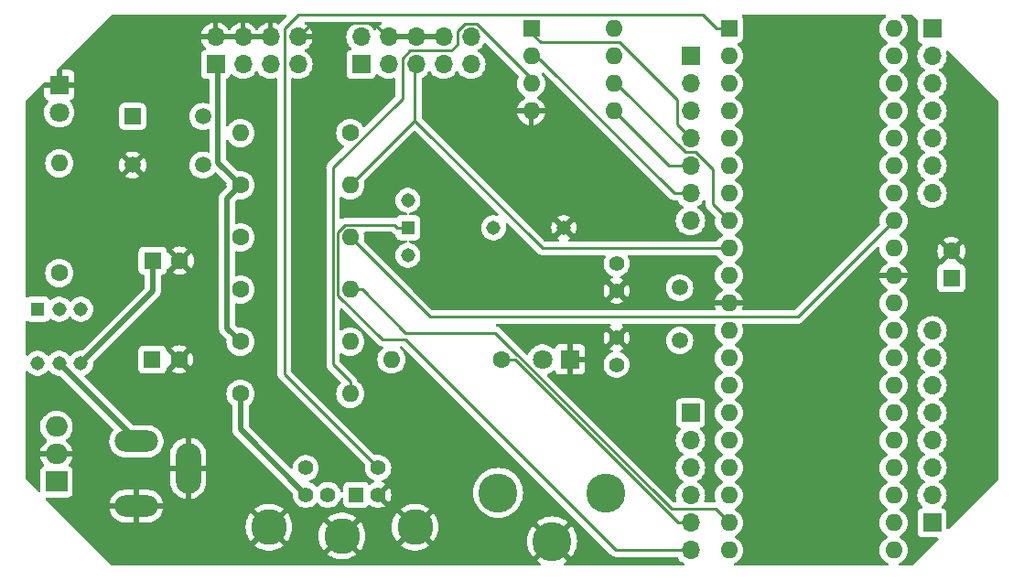
<source format=gbr>
%TF.GenerationSoftware,KiCad,Pcbnew,7.0.10*%
%TF.CreationDate,2024-04-05T15:26:33+02:00*%
%TF.ProjectId,avr-basic-sbc,6176722d-6261-4736-9963-2d7362632e6b,v0.1*%
%TF.SameCoordinates,Original*%
%TF.FileFunction,Copper,L2,Bot*%
%TF.FilePolarity,Positive*%
%FSLAX46Y46*%
G04 Gerber Fmt 4.6, Leading zero omitted, Abs format (unit mm)*
G04 Created by KiCad (PCBNEW 7.0.10) date 2024-04-05 15:26:33*
%MOMM*%
%LPD*%
G01*
G04 APERTURE LIST*
%TA.AperFunction,ComponentPad*%
%ADD10C,1.600000*%
%TD*%
%TA.AperFunction,ComponentPad*%
%ADD11O,1.600000X1.600000*%
%TD*%
%TA.AperFunction,ComponentPad*%
%ADD12R,1.398000X1.398000*%
%TD*%
%TA.AperFunction,ComponentPad*%
%ADD13C,1.398000*%
%TD*%
%TA.AperFunction,ComponentPad*%
%ADD14C,3.306000*%
%TD*%
%TA.AperFunction,ComponentPad*%
%ADD15O,2.350000X4.700000*%
%TD*%
%TA.AperFunction,ComponentPad*%
%ADD16O,4.000000X2.000000*%
%TD*%
%TA.AperFunction,ComponentPad*%
%ADD17R,1.508000X1.508000*%
%TD*%
%TA.AperFunction,ComponentPad*%
%ADD18C,1.508000*%
%TD*%
%TA.AperFunction,ComponentPad*%
%ADD19R,2.000000X1.905000*%
%TD*%
%TA.AperFunction,ComponentPad*%
%ADD20O,2.000000X1.905000*%
%TD*%
%TA.AperFunction,ComponentPad*%
%ADD21R,1.800000X1.800000*%
%TD*%
%TA.AperFunction,ComponentPad*%
%ADD22C,1.800000*%
%TD*%
%TA.AperFunction,ComponentPad*%
%ADD23R,1.700000X1.700000*%
%TD*%
%TA.AperFunction,ComponentPad*%
%ADD24O,1.700000X1.700000*%
%TD*%
%TA.AperFunction,ComponentPad*%
%ADD25R,1.600000X1.600000*%
%TD*%
%TA.AperFunction,ComponentPad*%
%ADD26C,1.400000*%
%TD*%
%TA.AperFunction,ComponentPad*%
%ADD27C,1.308000*%
%TD*%
%TA.AperFunction,ComponentPad*%
%ADD28R,1.308000X1.308000*%
%TD*%
%TA.AperFunction,ComponentPad*%
%ADD29C,3.616000*%
%TD*%
%TA.AperFunction,ComponentPad*%
%ADD30C,1.500000*%
%TD*%
%TA.AperFunction,Conductor*%
%ADD31C,0.250000*%
%TD*%
%TA.AperFunction,Conductor*%
%ADD32C,0.500000*%
%TD*%
G04 APERTURE END LIST*
D10*
%TO.P,R7,1*%
%TO.N,Net-(R7-Pad1)*%
X32024000Y-12954000D03*
D11*
%TO.P,R7,2*%
%TO.N,Net-(BZ1-+)*%
X21864000Y-12954000D03*
%TD*%
D10*
%TO.P,R6,1*%
%TO.N,+5V*%
X21864000Y-37084000D03*
D11*
%TO.P,R6,2*%
%TO.N,Net-(U3-~{WP})*%
X32024000Y-37084000D03*
%TD*%
D12*
%TO.P,J2,1*%
%TO.N,Data*%
X32562000Y-46432000D03*
D13*
%TO.P,J2,2*%
%TO.N,unconnected-(J2-Pad2)*%
X29962000Y-46432000D03*
%TO.P,J2,3*%
%TO.N,GND*%
X34612000Y-46432000D03*
%TO.P,J2,4*%
%TO.N,+5V*%
X27912000Y-46432000D03*
%TO.P,J2,5*%
%TO.N,Clock*%
X34612000Y-43942000D03*
%TO.P,J2,6*%
%TO.N,unconnected-(J2-Pad6)*%
X27912000Y-43942000D03*
D14*
%TO.P,J2,S1*%
%TO.N,GND*%
X31262000Y-50242000D03*
%TO.P,J2,S2*%
X24502000Y-49432000D03*
%TO.P,J2,S3*%
X38022000Y-49432000D03*
%TD*%
D10*
%TO.P,R1,1*%
%TO.N,+5V*%
X21864000Y-17780000D03*
D11*
%TO.P,R1,2*%
%TO.N,RESET*%
X32024000Y-17780000D03*
%TD*%
D15*
%TO.P,J1,2*%
%TO.N,GND*%
X17034000Y-43972600D03*
D16*
%TO.P,J1,3*%
X12234000Y-47472600D03*
%TO.P,J1,4*%
%TO.N,/POWER IN*%
X12234000Y-41472600D03*
%TD*%
D17*
%TO.P,S1,1*%
%TO.N,unconnected-(S1-Pad1)*%
X11883000Y-11420500D03*
D18*
%TO.P,S1,2*%
%TO.N,RESET*%
X18383000Y-11420500D03*
%TO.P,S1,3*%
%TO.N,GND*%
X11883000Y-15920500D03*
%TO.P,S1,4*%
%TO.N,unconnected-(S1-Pad4)*%
X18383000Y-15920500D03*
%TD*%
D19*
%TO.P,U2,1,IN*%
%TO.N,/POWER IN 2*%
X4846000Y-45212000D03*
D20*
%TO.P,U2,2,GND*%
%TO.N,GND*%
X4846000Y-42672000D03*
%TO.P,U2,3,OUT*%
%TO.N,+5V*%
X4846000Y-40132000D03*
%TD*%
D21*
%TO.P,D2,1,K*%
%TO.N,GND*%
X52344000Y-33909000D03*
D22*
%TO.P,D2,2,A*%
%TO.N,Net-(D2-A)*%
X49804000Y-33909000D03*
%TD*%
D23*
%TO.P,J7,1,Pin_1*%
%TO.N,Net-(J7-Pin_1)*%
X63500000Y-38862000D03*
D24*
%TO.P,J7,2,Pin_2*%
%TO.N,Net-(J7-Pin_2)*%
X63500000Y-41402000D03*
%TO.P,J7,3,Pin_3*%
%TO.N,Net-(J7-Pin_3)*%
X63500000Y-43942000D03*
%TO.P,J7,4,Pin_4*%
%TO.N,Net-(J7-Pin_4)*%
X63500000Y-46482000D03*
%TO.P,J7,5,Pin_5*%
%TO.N,Net-(J7-Pin_5)*%
X63500000Y-49022000D03*
%TO.P,J7,6,Pin_6*%
%TO.N,Net-(J7-Pin_6)*%
X63500000Y-51562000D03*
%TD*%
D23*
%TO.P,J6,1,Pin_1*%
%TO.N,Net-(J6-Pin_1)*%
X85852000Y-49022000D03*
D24*
%TO.P,J6,2,Pin_2*%
%TO.N,Net-(J6-Pin_2)*%
X85852000Y-46482000D03*
%TO.P,J6,3,Pin_3*%
%TO.N,Net-(J6-Pin_3)*%
X85852000Y-43942000D03*
%TO.P,J6,4,Pin_4*%
%TO.N,Net-(J6-Pin_4)*%
X85852000Y-41402000D03*
%TO.P,J6,5,Pin_5*%
%TO.N,Net-(J6-Pin_5)*%
X85852000Y-38862000D03*
%TO.P,J6,6,Pin_6*%
%TO.N,Net-(J6-Pin_6)*%
X85852000Y-36322000D03*
%TO.P,J6,7,Pin_7*%
%TO.N,Net-(J6-Pin_7)*%
X85852000Y-33782000D03*
%TO.P,J6,8,Pin_8*%
%TO.N,Net-(J6-Pin_8)*%
X85852000Y-31242000D03*
%TD*%
D10*
%TO.P,R3,1*%
%TO.N,Net-(J3-Video)*%
X21864000Y-22606000D03*
D11*
%TO.P,R3,2*%
%TO.N,Video*%
X32024000Y-22606000D03*
%TD*%
D10*
%TO.P,R8,1*%
%TO.N,Net-(J7-Pin_5)*%
X45994000Y-33909000D03*
D11*
%TO.P,R8,2*%
%TO.N,Net-(D2-A)*%
X35834000Y-33909000D03*
%TD*%
D25*
%TO.P,C3,1*%
%TO.N,/POWER IN 2*%
X13744200Y-24765000D03*
D10*
%TO.P,C3,2*%
%TO.N,GND*%
X16244200Y-24765000D03*
%TD*%
D23*
%TO.P,J4,1,Pin_1*%
%TO.N,Net-(J4-Pin_1)*%
X63500000Y-5842000D03*
D24*
%TO.P,J4,2,Pin_2*%
%TO.N,Net-(J4-Pin_2)*%
X63500000Y-8382000D03*
%TO.P,J4,3,Pin_3*%
%TO.N,Net-(J4-Pin_3)*%
X63500000Y-10922000D03*
%TO.P,J4,4,Pin_4*%
%TO.N,~{CS}*%
X63500000Y-13462000D03*
%TO.P,J4,5,Pin_5*%
%TO.N,MOSI*%
X63500000Y-16002000D03*
%TO.P,J4,6,Pin_6*%
%TO.N,MISO*%
X63500000Y-18542000D03*
%TO.P,J4,7,Pin_7*%
%TO.N,SCK*%
X63500000Y-21082000D03*
%TD*%
D25*
%TO.P,C4,1*%
%TO.N,+5V*%
X13696600Y-33909000D03*
D10*
%TO.P,C4,2*%
%TO.N,GND*%
X16196600Y-33909000D03*
%TD*%
D25*
%TO.P,U3,1,~{CS}*%
%TO.N,~{CS}*%
X48768000Y-3302000D03*
D11*
%TO.P,U3,2,MISO*%
%TO.N,MISO*%
X48768000Y-5842000D03*
%TO.P,U3,3,~{WP}*%
%TO.N,Net-(U3-~{WP})*%
X48768000Y-8382000D03*
%TO.P,U3,4,GND*%
%TO.N,GND*%
X48768000Y-10922000D03*
%TO.P,U3,5,MOSI*%
%TO.N,MOSI*%
X56388000Y-10922000D03*
%TO.P,U3,6,SCK*%
%TO.N,SCK*%
X56388000Y-8382000D03*
%TO.P,U3,7,~{HOLD}*%
%TO.N,Net-(U3-~{HOLD})*%
X56388000Y-5842000D03*
%TO.P,U3,8,VCC*%
%TO.N,+5V*%
X56388000Y-3302000D03*
%TD*%
D26*
%TO.P,C2,1*%
%TO.N,Net-(U1-XTAL1)*%
X56662000Y-34397000D03*
%TO.P,C2,2*%
%TO.N,GND*%
X56662000Y-31897000D03*
%TD*%
D10*
%TO.P,R2,1*%
%TO.N,+5V*%
X5100000Y-25908000D03*
D11*
%TO.P,R2,2*%
%TO.N,Net-(D1-A)*%
X5100000Y-15748000D03*
%TD*%
D21*
%TO.P,D1,1,K*%
%TO.N,GND*%
X5100000Y-8504000D03*
D22*
%TO.P,D1,2,A*%
%TO.N,Net-(D1-A)*%
X5100000Y-11044000D03*
%TD*%
D27*
%TO.P,BZ1,1,+*%
%TO.N,Net-(BZ1-+)*%
X45284000Y-21717000D03*
%TO.P,BZ1,2,-*%
%TO.N,GND*%
X51784000Y-21717000D03*
%TD*%
D10*
%TO.P,R5,1*%
%TO.N,+5V*%
X21864000Y-32258000D03*
D11*
%TO.P,R5,2*%
%TO.N,Net-(U3-~{HOLD})*%
X32024000Y-32258000D03*
%TD*%
D25*
%TO.P,U1,1,PB0*%
%TO.N,Clock*%
X67056000Y-3302000D03*
D11*
%TO.P,U1,2,PB1*%
%TO.N,Net-(J4-Pin_1)*%
X67056000Y-5842000D03*
%TO.P,U1,3,PB2*%
%TO.N,Net-(J4-Pin_2)*%
X67056000Y-8382000D03*
%TO.P,U1,4,PB3*%
%TO.N,Net-(J4-Pin_3)*%
X67056000Y-10922000D03*
%TO.P,U1,5,PB4*%
%TO.N,~{CS}*%
X67056000Y-13462000D03*
%TO.P,U1,6,PB5*%
%TO.N,MOSI*%
X67056000Y-16002000D03*
%TO.P,U1,7,PB6*%
%TO.N,MISO*%
X67056000Y-18542000D03*
%TO.P,U1,8,PB7*%
%TO.N,SCK*%
X67056000Y-21082000D03*
%TO.P,U1,9,~{RESET}*%
%TO.N,RESET*%
X67056000Y-23622000D03*
%TO.P,U1,10,VCC*%
%TO.N,+5V*%
X67056000Y-26162000D03*
%TO.P,U1,11,GND*%
%TO.N,GND*%
X67056000Y-28702000D03*
%TO.P,U1,12,XTAL2*%
%TO.N,Net-(U1-XTAL2)*%
X67056000Y-31242000D03*
%TO.P,U1,13,XTAL1*%
%TO.N,Net-(U1-XTAL1)*%
X67056000Y-33782000D03*
%TO.P,U1,14,PD0*%
%TO.N,Data*%
X67056000Y-36322000D03*
%TO.P,U1,15,PD1*%
%TO.N,Net-(J7-Pin_1)*%
X67056000Y-38862000D03*
%TO.P,U1,16,PD2*%
%TO.N,Net-(J7-Pin_2)*%
X67056000Y-41402000D03*
%TO.P,U1,17,PD3*%
%TO.N,Net-(J7-Pin_3)*%
X67056000Y-43942000D03*
%TO.P,U1,18,PD4*%
%TO.N,Net-(J7-Pin_4)*%
X67056000Y-46482000D03*
%TO.P,U1,19,PD5*%
%TO.N,Sync*%
X67056000Y-49022000D03*
%TO.P,U1,20,PD6*%
%TO.N,Net-(J7-Pin_5)*%
X67056000Y-51562000D03*
%TO.P,U1,21,PD7*%
%TO.N,Net-(J7-Pin_6)*%
X82296000Y-51562000D03*
%TO.P,U1,22,PC0*%
%TO.N,Net-(J6-Pin_1)*%
X82296000Y-49022000D03*
%TO.P,U1,23,PC1*%
%TO.N,Net-(J6-Pin_2)*%
X82296000Y-46482000D03*
%TO.P,U1,24,PC2*%
%TO.N,Net-(J6-Pin_3)*%
X82296000Y-43942000D03*
%TO.P,U1,25,PC3*%
%TO.N,Net-(J6-Pin_4)*%
X82296000Y-41402000D03*
%TO.P,U1,26,PC4*%
%TO.N,Net-(J6-Pin_5)*%
X82296000Y-38862000D03*
%TO.P,U1,27,PC5*%
%TO.N,Net-(J6-Pin_6)*%
X82296000Y-36322000D03*
%TO.P,U1,28,PC6*%
%TO.N,Net-(J6-Pin_7)*%
X82296000Y-33782000D03*
%TO.P,U1,29,PC7*%
%TO.N,Net-(J6-Pin_8)*%
X82296000Y-31242000D03*
%TO.P,U1,30,AVCC*%
%TO.N,+5V*%
X82296000Y-28702000D03*
%TO.P,U1,31,GND*%
%TO.N,GND*%
X82296000Y-26162000D03*
%TO.P,U1,32,AREF*%
%TO.N,unconnected-(U1-AREF-Pad32)*%
X82296000Y-23622000D03*
%TO.P,U1,33,PA7*%
%TO.N,Video*%
X82296000Y-21082000D03*
%TO.P,U1,34,PA6*%
%TO.N,Net-(J5-Pin_7)*%
X82296000Y-18542000D03*
%TO.P,U1,35,PA5*%
%TO.N,Net-(J5-Pin_6)*%
X82296000Y-16002000D03*
%TO.P,U1,36,PA4*%
%TO.N,Net-(J5-Pin_5)*%
X82296000Y-13462000D03*
%TO.P,U1,37,PA3*%
%TO.N,Net-(J5-Pin_4)*%
X82296000Y-10922000D03*
%TO.P,U1,38,PA2*%
%TO.N,Net-(J5-Pin_3)*%
X82296000Y-8382000D03*
%TO.P,U1,39,PA1*%
%TO.N,Net-(J5-Pin_2)*%
X82296000Y-5842000D03*
%TO.P,U1,40,PA0*%
%TO.N,Net-(J5-Pin_1)*%
X82296000Y-3302000D03*
%TD*%
D23*
%TO.P,J9,1,Pin_1*%
%TO.N,+5V*%
X19558000Y-6604000D03*
D24*
%TO.P,J9,2,Pin_2*%
%TO.N,GND*%
X19558000Y-4064000D03*
%TO.P,J9,3,Pin_3*%
%TO.N,+5V*%
X22098000Y-6604000D03*
%TO.P,J9,4,Pin_4*%
%TO.N,GND*%
X22098000Y-4064000D03*
%TO.P,J9,5,Pin_5*%
%TO.N,+5V*%
X24638000Y-6604000D03*
%TO.P,J9,6,Pin_6*%
%TO.N,GND*%
X24638000Y-4064000D03*
%TO.P,J9,7,Pin_7*%
%TO.N,+5V*%
X27178000Y-6604000D03*
%TO.P,J9,8,Pin_8*%
%TO.N,GND*%
X27178000Y-4064000D03*
%TD*%
D10*
%TO.P,R4,1*%
%TO.N,Net-(J3-Video)*%
X21864000Y-27432000D03*
D11*
%TO.P,R4,2*%
%TO.N,Sync*%
X32024000Y-27432000D03*
%TD*%
D26*
%TO.P,C1,1*%
%TO.N,Net-(U1-XTAL2)*%
X56662000Y-25039000D03*
%TO.P,C1,2*%
%TO.N,GND*%
X56662000Y-27539000D03*
%TD*%
D28*
%TO.P,S2,1*%
%TO.N,unconnected-(S2-Pad1)*%
X3100000Y-29250000D03*
D27*
%TO.P,S2,2*%
%TO.N,unconnected-(S2-Pad2)*%
X5100000Y-29250000D03*
%TO.P,S2,3*%
%TO.N,unconnected-(S2-Pad3)*%
X7100000Y-29250000D03*
%TO.P,S2,4*%
%TO.N,unconnected-(S2-Pad4)*%
X3100000Y-34250000D03*
%TO.P,S2,5*%
%TO.N,/POWER IN*%
X5100000Y-34250000D03*
%TO.P,S2,6*%
%TO.N,/POWER IN 2*%
X7100000Y-34250000D03*
%TD*%
D25*
%TO.P,C5,1*%
%TO.N,+5V*%
X87650000Y-26376000D03*
D10*
%TO.P,C5,2*%
%TO.N,GND*%
X87650000Y-23876000D03*
%TD*%
D29*
%TO.P,J3,1,Shield*%
%TO.N,GND*%
X50693000Y-50747000D03*
%TO.P,J3,2,Video*%
%TO.N,Net-(J3-Video)*%
X45693000Y-46247000D03*
X55693000Y-46247000D03*
%TD*%
D23*
%TO.P,J5,1,Pin_1*%
%TO.N,Net-(J5-Pin_1)*%
X85852000Y-3302000D03*
D24*
%TO.P,J5,2,Pin_2*%
%TO.N,Net-(J5-Pin_2)*%
X85852000Y-5842000D03*
%TO.P,J5,3,Pin_3*%
%TO.N,Net-(J5-Pin_3)*%
X85852000Y-8382000D03*
%TO.P,J5,4,Pin_4*%
%TO.N,Net-(J5-Pin_4)*%
X85852000Y-10922000D03*
%TO.P,J5,5,Pin_5*%
%TO.N,Net-(J5-Pin_5)*%
X85852000Y-13462000D03*
%TO.P,J5,6,Pin_6*%
%TO.N,Net-(J5-Pin_6)*%
X85852000Y-16002000D03*
%TO.P,J5,7,Pin_7*%
%TO.N,Net-(J5-Pin_7)*%
X85852000Y-18542000D03*
%TD*%
D28*
%TO.P,S3,1*%
%TO.N,Net-(J7-Pin_6)*%
X37358000Y-21717000D03*
D27*
%TO.P,S3,2*%
%TO.N,Net-(R7-Pad1)*%
X37358000Y-24257000D03*
%TO.P,S3,3*%
%TO.N,unconnected-(S3-Pad3)*%
X37358000Y-19177000D03*
%TD*%
D23*
%TO.P,J8,1,Pin_1*%
%TO.N,MOSI*%
X33020000Y-6604000D03*
D24*
%TO.P,J8,2,Pin_2*%
%TO.N,unconnected-(J8-Pin_2-Pad2)*%
X33020000Y-4064000D03*
%TO.P,J8,3,Pin_3*%
%TO.N,unconnected-(J8-Pin_3-Pad3)*%
X35560000Y-6604000D03*
%TO.P,J8,4,Pin_4*%
%TO.N,GND*%
X35560000Y-4064000D03*
%TO.P,J8,5,Pin_5*%
%TO.N,RESET*%
X38100000Y-6604000D03*
%TO.P,J8,6,Pin_6*%
%TO.N,GND*%
X38100000Y-4064000D03*
%TO.P,J8,7,Pin_7*%
%TO.N,SCK*%
X40640000Y-6604000D03*
%TO.P,J8,8,Pin_8*%
%TO.N,GND*%
X40640000Y-4064000D03*
%TO.P,J8,9,Pin_9*%
%TO.N,MISO*%
X43180000Y-6604000D03*
%TO.P,J8,10,Pin_10*%
%TO.N,GND*%
X43180000Y-4064000D03*
%TD*%
D30*
%TO.P,Y1,1,1*%
%TO.N,Net-(U1-XTAL2)*%
X62504000Y-27268000D03*
%TO.P,Y1,2,2*%
%TO.N,Net-(U1-XTAL1)*%
X62504000Y-32148000D03*
%TD*%
D31*
%TO.N,SCK*%
X65532000Y-19538000D02*
X67076000Y-21082000D01*
X63965600Y-14732000D02*
X65532000Y-16298400D01*
X65532000Y-16298400D02*
X65532000Y-19538000D01*
X63036650Y-14732000D02*
X63965600Y-14732000D01*
X56950650Y-8646000D02*
X63036650Y-14732000D01*
X56291000Y-8646000D02*
X56950650Y-8646000D01*
%TO.N,GND*%
X28478000Y-2794000D02*
X27208000Y-4064000D01*
X34183000Y-2794000D02*
X28478000Y-2794000D01*
X35458000Y-4069000D02*
X34183000Y-2794000D01*
D32*
%TO.N,/POWER IN*%
X12234000Y-41472600D02*
X12234000Y-41384000D01*
X12234000Y-41384000D02*
X5100000Y-34250000D01*
%TO.N,+5V*%
X21864000Y-40384000D02*
X27912000Y-46432000D01*
X19766500Y-6812500D02*
X19766500Y-15682500D01*
X21864000Y-37084000D02*
X21864000Y-40384000D01*
X19588000Y-6604000D02*
X19558000Y-6604000D01*
X20612100Y-19031900D02*
X21864000Y-17780000D01*
X19766500Y-15682500D02*
X21864000Y-17780000D01*
X19558000Y-6604000D02*
X19766500Y-6812500D01*
X21864000Y-32258000D02*
X20612100Y-31006100D01*
X20612100Y-31006100D02*
X20612100Y-19031900D01*
%TO.N,/POWER IN 2*%
X13744200Y-26185200D02*
X13744200Y-24765000D01*
X13744000Y-27605800D02*
X13744000Y-26185400D01*
X13744000Y-26185400D02*
X13744000Y-24765000D01*
X13744000Y-26185400D02*
X13744200Y-26185200D01*
X7100000Y-34250000D02*
X13744000Y-27605800D01*
D31*
%TO.N,Clock*%
X67076000Y-3302000D02*
X65949100Y-3302000D01*
X25908000Y-3302000D02*
X25908000Y-35238000D01*
X64679100Y-2032000D02*
X27178000Y-2032000D01*
X25908000Y-35238000D02*
X34612000Y-43942000D01*
X27178000Y-2032000D02*
X25908000Y-3302000D01*
X65949100Y-3302000D02*
X64679100Y-2032000D01*
%TO.N,~{CS}*%
X62230000Y-12172000D02*
X62230000Y-9906000D01*
X62230000Y-9906000D02*
X56896000Y-4572000D01*
X63520000Y-13462000D02*
X62230000Y-12172000D01*
X56896000Y-4572000D02*
X49677000Y-4572000D01*
X49677000Y-4572000D02*
X48671000Y-3566000D01*
%TO.N,MOSI*%
X56388000Y-10922000D02*
X56291000Y-11019000D01*
X56291000Y-11019000D02*
X56291000Y-11186000D01*
X61468000Y-16002000D02*
X56388000Y-10922000D01*
X63520000Y-16002000D02*
X61468000Y-16002000D01*
%TO.N,MISO*%
X62000400Y-18542000D02*
X49564400Y-6106000D01*
X63520000Y-18542000D02*
X62000400Y-18542000D01*
X49564400Y-6106000D02*
X48671000Y-6106000D01*
%TO.N,Net-(J7-Pin_5)*%
X62343100Y-49001600D02*
X62341000Y-49001600D01*
X63520000Y-49001600D02*
X62343100Y-49001600D01*
X47248400Y-33909000D02*
X45994000Y-33909000D01*
X62341000Y-49001600D02*
X47248400Y-33909000D01*
%TO.N,Net-(J7-Pin_6)*%
X30889700Y-27957400D02*
X30889700Y-22112100D01*
X37358000Y-21717000D02*
X36377100Y-21717000D01*
X63520000Y-51541600D02*
X56623600Y-51541600D01*
X31545100Y-21456700D02*
X36116800Y-21456700D01*
X37130100Y-32048100D02*
X34980400Y-32048100D01*
X34980400Y-32048100D02*
X30889700Y-27957400D01*
X56623600Y-51541600D02*
X37130100Y-32048100D01*
X30889700Y-22112100D02*
X31545100Y-21456700D01*
X36116800Y-21456700D02*
X36377100Y-21717000D01*
%TO.N,RESET*%
X37998000Y-11806000D02*
X49814000Y-23622000D01*
X49814000Y-23622000D02*
X67076000Y-23622000D01*
X32024000Y-17780000D02*
X37998000Y-11806000D01*
X37998000Y-11806000D02*
X37998000Y-6609000D01*
%TO.N,Video*%
X73426000Y-29972000D02*
X39390000Y-29972000D01*
X39390000Y-29972000D02*
X32024000Y-22606000D01*
X82316000Y-21082000D02*
X73426000Y-29972000D01*
%TO.N,Sync*%
X65786000Y-47752000D02*
X61730500Y-47752000D01*
X61730500Y-47752000D02*
X45415400Y-31436900D01*
X45415400Y-31436900D02*
X37155800Y-31436900D01*
X37155800Y-31436900D02*
X33150900Y-27432000D01*
X67076000Y-49022000D02*
X67056000Y-49022000D01*
X33150900Y-27432000D02*
X32024000Y-27432000D01*
X67056000Y-49022000D02*
X65786000Y-47752000D01*
%TO.N,Net-(U3-~{WP})*%
X32024000Y-35957100D02*
X32024000Y-37084000D01*
X48671000Y-8646000D02*
X48768000Y-8549000D01*
X43700050Y-2864200D02*
X42599800Y-2864200D01*
X30428800Y-16162200D02*
X30428800Y-34361900D01*
X30428800Y-34361900D02*
X32024000Y-35957100D01*
X42599800Y-2864200D02*
X41910000Y-3554000D01*
X41910000Y-4826000D02*
X41397000Y-5339000D01*
X41910000Y-3554000D02*
X41910000Y-4826000D01*
X41397000Y-5339000D02*
X37567100Y-5339000D01*
X48768000Y-8549000D02*
X48768000Y-7932150D01*
X36830000Y-9761000D02*
X30428800Y-16162200D01*
X48768000Y-7932150D02*
X43700050Y-2864200D01*
X36830000Y-6076100D02*
X36830000Y-9761000D01*
X37567100Y-5339000D02*
X36830000Y-6076100D01*
%TD*%
%TA.AperFunction,Conductor*%
%TO.N,GND*%
G36*
X26093085Y-2019685D02*
G01*
X26138840Y-2072489D01*
X26148784Y-2141647D01*
X26119759Y-2205203D01*
X26113727Y-2211681D01*
X25524208Y-2801199D01*
X25511951Y-2811020D01*
X25512134Y-2811241D01*
X25506122Y-2816214D01*
X25461086Y-2864170D01*
X25400844Y-2899563D01*
X25331030Y-2896767D01*
X25318292Y-2891665D01*
X25101492Y-2790570D01*
X25101486Y-2790567D01*
X24888000Y-2733364D01*
X24888000Y-3628498D01*
X24780315Y-3579320D01*
X24673763Y-3564000D01*
X24602237Y-3564000D01*
X24495685Y-3579320D01*
X24388000Y-3628498D01*
X24388000Y-2733364D01*
X24387999Y-2733364D01*
X24174513Y-2790567D01*
X24174507Y-2790570D01*
X23960422Y-2890399D01*
X23960420Y-2890400D01*
X23766926Y-3025886D01*
X23766920Y-3025891D01*
X23599891Y-3192920D01*
X23599890Y-3192922D01*
X23469575Y-3379031D01*
X23414998Y-3422655D01*
X23345499Y-3429848D01*
X23283145Y-3398326D01*
X23266425Y-3379031D01*
X23136109Y-3192922D01*
X23136108Y-3192920D01*
X22969082Y-3025894D01*
X22775578Y-2890399D01*
X22561492Y-2790570D01*
X22561486Y-2790567D01*
X22348000Y-2733364D01*
X22348000Y-3628498D01*
X22240315Y-3579320D01*
X22133763Y-3564000D01*
X22062237Y-3564000D01*
X21955685Y-3579320D01*
X21848000Y-3628498D01*
X21848000Y-2733364D01*
X21847999Y-2733364D01*
X21634513Y-2790567D01*
X21634507Y-2790570D01*
X21420422Y-2890399D01*
X21420420Y-2890400D01*
X21226926Y-3025886D01*
X21226920Y-3025891D01*
X21059891Y-3192920D01*
X21059890Y-3192922D01*
X20929575Y-3379031D01*
X20874998Y-3422655D01*
X20805499Y-3429848D01*
X20743145Y-3398326D01*
X20726425Y-3379031D01*
X20596109Y-3192922D01*
X20596108Y-3192920D01*
X20429082Y-3025894D01*
X20235578Y-2890399D01*
X20021492Y-2790570D01*
X20021486Y-2790567D01*
X19808000Y-2733364D01*
X19808000Y-3628498D01*
X19700315Y-3579320D01*
X19593763Y-3564000D01*
X19522237Y-3564000D01*
X19415685Y-3579320D01*
X19308000Y-3628498D01*
X19308000Y-2733364D01*
X19307999Y-2733364D01*
X19094513Y-2790567D01*
X19094507Y-2790570D01*
X18880422Y-2890399D01*
X18880420Y-2890400D01*
X18686926Y-3025886D01*
X18686920Y-3025891D01*
X18519891Y-3192920D01*
X18519886Y-3192926D01*
X18384400Y-3386420D01*
X18384399Y-3386422D01*
X18284570Y-3600507D01*
X18284567Y-3600513D01*
X18227364Y-3813999D01*
X18227364Y-3814000D01*
X19124314Y-3814000D01*
X19098507Y-3854156D01*
X19058000Y-3992111D01*
X19058000Y-4135889D01*
X19098507Y-4273844D01*
X19124314Y-4314000D01*
X18227364Y-4314000D01*
X18284567Y-4527486D01*
X18284570Y-4527492D01*
X18384399Y-4741578D01*
X18519894Y-4935082D01*
X18641946Y-5057134D01*
X18675431Y-5118457D01*
X18670447Y-5188149D01*
X18628575Y-5244082D01*
X18597598Y-5260997D01*
X18465671Y-5310202D01*
X18465664Y-5310206D01*
X18350455Y-5396452D01*
X18350452Y-5396455D01*
X18264206Y-5511664D01*
X18264202Y-5511671D01*
X18213908Y-5646517D01*
X18207501Y-5706116D01*
X18207500Y-5706135D01*
X18207500Y-7501870D01*
X18207501Y-7501876D01*
X18213908Y-7561483D01*
X18264202Y-7696328D01*
X18264206Y-7696335D01*
X18350452Y-7811544D01*
X18350455Y-7811547D01*
X18465664Y-7897793D01*
X18465671Y-7897797D01*
X18465674Y-7897798D01*
X18600517Y-7948091D01*
X18660127Y-7954500D01*
X18892000Y-7954499D01*
X18959039Y-7974183D01*
X19004794Y-8026987D01*
X19016000Y-8078499D01*
X19016000Y-10136844D01*
X18996315Y-10203883D01*
X18943511Y-10249638D01*
X18874353Y-10259582D01*
X18839598Y-10249227D01*
X18813709Y-10237155D01*
X18813704Y-10237153D01*
X18813703Y-10237153D01*
X18638080Y-10190094D01*
X18601675Y-10180339D01*
X18601668Y-10180338D01*
X18383002Y-10161208D01*
X18382998Y-10161208D01*
X18164331Y-10180338D01*
X18164324Y-10180339D01*
X18076460Y-10203883D01*
X17952297Y-10237153D01*
X17952295Y-10237153D01*
X17952291Y-10237155D01*
X17753357Y-10329919D01*
X17753349Y-10329923D01*
X17573547Y-10455822D01*
X17573541Y-10455827D01*
X17418327Y-10611041D01*
X17418322Y-10611047D01*
X17292423Y-10790849D01*
X17292419Y-10790857D01*
X17199655Y-10989791D01*
X17199653Y-10989795D01*
X17199653Y-10989797D01*
X17184286Y-11047148D01*
X17142839Y-11201824D01*
X17142838Y-11201831D01*
X17123708Y-11420497D01*
X17123708Y-11420502D01*
X17142838Y-11639168D01*
X17142839Y-11639175D01*
X17150661Y-11668365D01*
X17199653Y-11851203D01*
X17199654Y-11851206D01*
X17199655Y-11851208D01*
X17292419Y-12050142D01*
X17292423Y-12050150D01*
X17418322Y-12229952D01*
X17418327Y-12229958D01*
X17573541Y-12385172D01*
X17573547Y-12385177D01*
X17753349Y-12511076D01*
X17753351Y-12511077D01*
X17753354Y-12511079D01*
X17952297Y-12603847D01*
X18164326Y-12660661D01*
X18320521Y-12674326D01*
X18382998Y-12679792D01*
X18383000Y-12679792D01*
X18383002Y-12679792D01*
X18437797Y-12674998D01*
X18601674Y-12660661D01*
X18813703Y-12603847D01*
X18839596Y-12591772D01*
X18908672Y-12581281D01*
X18972456Y-12609800D01*
X19010696Y-12668277D01*
X19016000Y-12704155D01*
X19016000Y-14636844D01*
X18996315Y-14703883D01*
X18943511Y-14749638D01*
X18874353Y-14759582D01*
X18839598Y-14749227D01*
X18813709Y-14737155D01*
X18813704Y-14737153D01*
X18813703Y-14737153D01*
X18633023Y-14688739D01*
X18601675Y-14680339D01*
X18601668Y-14680338D01*
X18383002Y-14661208D01*
X18382998Y-14661208D01*
X18164331Y-14680338D01*
X18164324Y-14680339D01*
X18041902Y-14713142D01*
X17952297Y-14737153D01*
X17952295Y-14737153D01*
X17952291Y-14737155D01*
X17753357Y-14829919D01*
X17753349Y-14829923D01*
X17573547Y-14955822D01*
X17573541Y-14955827D01*
X17418327Y-15111041D01*
X17418322Y-15111047D01*
X17292423Y-15290849D01*
X17292419Y-15290857D01*
X17199655Y-15489791D01*
X17199653Y-15489795D01*
X17199653Y-15489797D01*
X17191211Y-15521302D01*
X17142839Y-15701824D01*
X17142838Y-15701831D01*
X17123708Y-15920497D01*
X17123708Y-15920502D01*
X17142831Y-16139092D01*
X17142839Y-16139174D01*
X17199653Y-16351203D01*
X17199654Y-16351206D01*
X17199655Y-16351208D01*
X17292419Y-16550142D01*
X17292423Y-16550150D01*
X17418322Y-16729952D01*
X17418327Y-16729958D01*
X17573541Y-16885172D01*
X17573547Y-16885177D01*
X17753349Y-17011076D01*
X17753351Y-17011077D01*
X17753354Y-17011079D01*
X17952297Y-17103847D01*
X18164326Y-17160661D01*
X18320521Y-17174326D01*
X18382998Y-17179792D01*
X18383000Y-17179792D01*
X18383002Y-17179792D01*
X18437668Y-17175009D01*
X18601674Y-17160661D01*
X18813703Y-17103847D01*
X19012646Y-17011079D01*
X19192457Y-16885174D01*
X19347674Y-16729957D01*
X19429673Y-16612849D01*
X19484246Y-16569227D01*
X19553744Y-16562033D01*
X19616099Y-16593555D01*
X19618926Y-16596294D01*
X20537282Y-17514650D01*
X20570767Y-17575973D01*
X20573129Y-17613137D01*
X20558532Y-17779996D01*
X20558532Y-17780003D01*
X20573129Y-17946861D01*
X20559362Y-18015360D01*
X20537282Y-18045348D01*
X20126458Y-18456172D01*
X20112829Y-18467951D01*
X20093569Y-18482290D01*
X20061732Y-18520231D01*
X20054446Y-18528184D01*
X20050507Y-18532124D01*
X20031276Y-18556445D01*
X20029002Y-18559237D01*
X19980794Y-18616690D01*
X19976829Y-18622719D01*
X19976782Y-18622688D01*
X19972730Y-18629047D01*
X19972779Y-18629077D01*
X19968989Y-18635221D01*
X19937292Y-18703194D01*
X19935723Y-18706436D01*
X19902057Y-18773472D01*
X19899588Y-18780257D01*
X19899532Y-18780236D01*
X19897060Y-18787350D01*
X19897115Y-18787369D01*
X19894843Y-18794225D01*
X19879673Y-18867688D01*
X19878893Y-18871204D01*
X19861599Y-18944179D01*
X19860761Y-18951354D01*
X19860701Y-18951347D01*
X19859935Y-18958845D01*
X19859995Y-18958851D01*
X19859365Y-18966040D01*
X19861548Y-19041028D01*
X19861600Y-19044635D01*
X19861600Y-30942394D01*
X19860291Y-30960363D01*
X19856810Y-30984125D01*
X19861128Y-31033468D01*
X19861600Y-31044276D01*
X19861600Y-31049811D01*
X19865198Y-31080595D01*
X19865564Y-31084183D01*
X19872100Y-31158891D01*
X19873561Y-31165967D01*
X19873503Y-31165978D01*
X19875134Y-31173337D01*
X19875192Y-31173324D01*
X19876857Y-31180349D01*
X19876858Y-31180354D01*
X19876859Y-31180355D01*
X19899295Y-31242001D01*
X19902500Y-31250805D01*
X19903682Y-31254207D01*
X19927282Y-31325426D01*
X19930336Y-31331974D01*
X19930282Y-31331998D01*
X19933570Y-31338788D01*
X19933621Y-31338763D01*
X19936861Y-31345214D01*
X19978079Y-31407884D01*
X19979989Y-31410882D01*
X20011072Y-31461274D01*
X20019389Y-31474758D01*
X20023866Y-31480419D01*
X20023819Y-31480456D01*
X20028582Y-31486302D01*
X20028628Y-31486264D01*
X20033273Y-31491799D01*
X20087807Y-31543249D01*
X20090395Y-31545763D01*
X20537282Y-31992650D01*
X20570767Y-32053973D01*
X20573129Y-32091137D01*
X20558532Y-32257996D01*
X20558532Y-32258001D01*
X20578364Y-32484686D01*
X20578366Y-32484697D01*
X20637258Y-32704488D01*
X20637261Y-32704497D01*
X20733431Y-32910732D01*
X20733432Y-32910734D01*
X20863954Y-33097141D01*
X21024858Y-33258045D01*
X21024861Y-33258047D01*
X21211266Y-33388568D01*
X21417504Y-33484739D01*
X21637308Y-33543635D01*
X21772320Y-33555447D01*
X21863998Y-33563468D01*
X21864000Y-33563468D01*
X21864002Y-33563468D01*
X21920673Y-33558509D01*
X22090692Y-33543635D01*
X22310496Y-33484739D01*
X22516734Y-33388568D01*
X22703139Y-33258047D01*
X22864047Y-33097139D01*
X22994568Y-32910734D01*
X23090739Y-32704496D01*
X23149635Y-32484692D01*
X23169468Y-32258000D01*
X23168816Y-32250553D01*
X23159844Y-32147997D01*
X23149635Y-32031308D01*
X23090739Y-31811504D01*
X22994568Y-31605266D01*
X22864047Y-31418861D01*
X22864045Y-31418858D01*
X22703141Y-31257954D01*
X22516734Y-31127432D01*
X22516732Y-31127431D01*
X22310497Y-31031261D01*
X22310488Y-31031258D01*
X22090697Y-30972366D01*
X22090693Y-30972365D01*
X22090692Y-30972365D01*
X22090691Y-30972364D01*
X22090686Y-30972364D01*
X21864002Y-30952532D01*
X21863997Y-30952532D01*
X21697137Y-30967129D01*
X21628637Y-30953362D01*
X21598650Y-30931282D01*
X21398919Y-30731551D01*
X21365434Y-30670228D01*
X21362600Y-30643870D01*
X21362600Y-28805627D01*
X21382285Y-28738588D01*
X21435089Y-28692833D01*
X21504247Y-28682889D01*
X21518683Y-28685849D01*
X21637308Y-28717635D01*
X21799230Y-28731801D01*
X21863998Y-28737468D01*
X21864000Y-28737468D01*
X21864002Y-28737468D01*
X21920673Y-28732509D01*
X22090692Y-28717635D01*
X22310496Y-28658739D01*
X22516734Y-28562568D01*
X22703139Y-28432047D01*
X22864047Y-28271139D01*
X22994568Y-28084734D01*
X23090739Y-27878496D01*
X23149635Y-27658692D01*
X23169468Y-27432000D01*
X23168272Y-27418335D01*
X23159612Y-27319342D01*
X23149635Y-27205308D01*
X23090739Y-26985504D01*
X22994568Y-26779266D01*
X22864047Y-26592861D01*
X22864045Y-26592858D01*
X22703141Y-26431954D01*
X22516734Y-26301432D01*
X22516732Y-26301431D01*
X22310497Y-26205261D01*
X22310488Y-26205258D01*
X22090697Y-26146366D01*
X22090693Y-26146365D01*
X22090692Y-26146365D01*
X22090691Y-26146364D01*
X22090686Y-26146364D01*
X21864002Y-26126532D01*
X21863998Y-26126532D01*
X21637313Y-26146364D01*
X21637302Y-26146366D01*
X21518693Y-26178147D01*
X21448843Y-26176484D01*
X21390981Y-26137321D01*
X21363477Y-26073092D01*
X21362600Y-26058372D01*
X21362600Y-23979627D01*
X21382285Y-23912588D01*
X21435089Y-23866833D01*
X21504247Y-23856889D01*
X21518683Y-23859849D01*
X21637308Y-23891635D01*
X21794791Y-23905413D01*
X21863998Y-23911468D01*
X21864000Y-23911468D01*
X21864002Y-23911468D01*
X21920673Y-23906509D01*
X22090692Y-23891635D01*
X22310496Y-23832739D01*
X22516734Y-23736568D01*
X22703139Y-23606047D01*
X22864047Y-23445139D01*
X22994568Y-23258734D01*
X23090739Y-23052496D01*
X23149635Y-22832692D01*
X23169468Y-22606000D01*
X23168143Y-22590860D01*
X23160029Y-22498112D01*
X23149635Y-22379308D01*
X23090739Y-22159504D01*
X22994568Y-21953266D01*
X22864047Y-21766861D01*
X22864045Y-21766858D01*
X22703141Y-21605954D01*
X22516734Y-21475432D01*
X22516732Y-21475431D01*
X22310497Y-21379261D01*
X22310488Y-21379258D01*
X22090697Y-21320366D01*
X22090693Y-21320365D01*
X22090692Y-21320365D01*
X22090691Y-21320364D01*
X22090686Y-21320364D01*
X21864002Y-21300532D01*
X21863998Y-21300532D01*
X21637313Y-21320364D01*
X21637302Y-21320366D01*
X21518693Y-21352147D01*
X21448843Y-21350484D01*
X21390981Y-21311321D01*
X21363477Y-21247092D01*
X21362600Y-21232372D01*
X21362600Y-19394129D01*
X21382285Y-19327090D01*
X21398915Y-19306452D01*
X21598652Y-19106714D01*
X21659973Y-19073231D01*
X21697135Y-19070869D01*
X21840366Y-19083400D01*
X21863999Y-19085468D01*
X21864000Y-19085468D01*
X21864002Y-19085468D01*
X21920673Y-19080509D01*
X22090692Y-19065635D01*
X22310496Y-19006739D01*
X22516734Y-18910568D01*
X22703139Y-18780047D01*
X22864047Y-18619139D01*
X22994568Y-18432734D01*
X23090739Y-18226496D01*
X23149635Y-18006692D01*
X23169468Y-17780000D01*
X23149635Y-17553308D01*
X23093904Y-17345317D01*
X23090741Y-17333511D01*
X23090738Y-17333502D01*
X23062059Y-17272000D01*
X22994568Y-17127266D01*
X22864047Y-16940861D01*
X22864045Y-16940858D01*
X22703141Y-16779954D01*
X22516734Y-16649432D01*
X22516732Y-16649431D01*
X22310497Y-16553261D01*
X22310488Y-16553258D01*
X22090697Y-16494366D01*
X22090693Y-16494365D01*
X22090692Y-16494365D01*
X22090691Y-16494364D01*
X22090686Y-16494364D01*
X21864002Y-16474532D01*
X21863997Y-16474532D01*
X21697137Y-16489129D01*
X21628637Y-16475362D01*
X21598650Y-16453282D01*
X20553319Y-15407951D01*
X20519834Y-15346628D01*
X20517000Y-15320270D01*
X20517000Y-13690914D01*
X20536685Y-13623875D01*
X20589489Y-13578120D01*
X20658647Y-13568176D01*
X20722203Y-13597201D01*
X20742572Y-13619788D01*
X20790815Y-13688686D01*
X20863954Y-13793141D01*
X21024858Y-13954045D01*
X21024861Y-13954047D01*
X21211266Y-14084568D01*
X21417504Y-14180739D01*
X21637308Y-14239635D01*
X21799230Y-14253801D01*
X21863998Y-14259468D01*
X21864000Y-14259468D01*
X21864002Y-14259468D01*
X21920673Y-14254509D01*
X22090692Y-14239635D01*
X22310496Y-14180739D01*
X22516734Y-14084568D01*
X22703139Y-13954047D01*
X22864047Y-13793139D01*
X22994568Y-13606734D01*
X23090739Y-13400496D01*
X23149635Y-13180692D01*
X23169468Y-12954000D01*
X23149635Y-12727308D01*
X23097315Y-12532046D01*
X23090741Y-12507511D01*
X23090738Y-12507502D01*
X23074255Y-12472154D01*
X22994568Y-12301266D01*
X22864047Y-12114861D01*
X22864045Y-12114858D01*
X22703141Y-11953954D01*
X22516734Y-11823432D01*
X22516732Y-11823431D01*
X22310497Y-11727261D01*
X22310488Y-11727258D01*
X22090697Y-11668366D01*
X22090693Y-11668365D01*
X22090692Y-11668365D01*
X22090691Y-11668364D01*
X22090686Y-11668364D01*
X21864002Y-11648532D01*
X21863998Y-11648532D01*
X21637313Y-11668364D01*
X21637302Y-11668366D01*
X21417511Y-11727258D01*
X21417502Y-11727261D01*
X21211267Y-11823431D01*
X21211265Y-11823432D01*
X21024858Y-11953954D01*
X20863954Y-12114858D01*
X20742575Y-12288208D01*
X20687999Y-12331833D01*
X20618500Y-12339027D01*
X20556145Y-12307504D01*
X20520731Y-12247275D01*
X20517000Y-12217085D01*
X20517000Y-8033620D01*
X20536685Y-7966581D01*
X20589489Y-7920826D01*
X20597668Y-7917438D01*
X20650326Y-7897798D01*
X20650326Y-7897797D01*
X20650331Y-7897796D01*
X20765546Y-7811546D01*
X20851796Y-7696331D01*
X20900810Y-7564916D01*
X20942681Y-7508984D01*
X21008145Y-7484566D01*
X21076418Y-7499417D01*
X21104673Y-7520569D01*
X21226599Y-7642495D01*
X21314679Y-7704169D01*
X21420165Y-7778032D01*
X21420167Y-7778033D01*
X21420170Y-7778035D01*
X21634337Y-7877903D01*
X21862592Y-7939063D01*
X22039034Y-7954500D01*
X22097999Y-7959659D01*
X22098000Y-7959659D01*
X22098001Y-7959659D01*
X22156966Y-7954500D01*
X22333408Y-7939063D01*
X22561663Y-7877903D01*
X22775830Y-7778035D01*
X22969401Y-7642495D01*
X23136495Y-7475401D01*
X23266425Y-7289842D01*
X23321002Y-7246217D01*
X23390500Y-7239023D01*
X23452855Y-7270546D01*
X23469575Y-7289842D01*
X23599500Y-7475395D01*
X23599505Y-7475401D01*
X23766599Y-7642495D01*
X23854679Y-7704169D01*
X23960165Y-7778032D01*
X23960167Y-7778033D01*
X23960170Y-7778035D01*
X24174337Y-7877903D01*
X24402592Y-7939063D01*
X24579034Y-7954500D01*
X24637999Y-7959659D01*
X24638000Y-7959659D01*
X24638001Y-7959659D01*
X24696966Y-7954500D01*
X24873408Y-7939063D01*
X25101663Y-7877903D01*
X25106094Y-7875837D01*
X25175171Y-7865344D01*
X25238955Y-7893863D01*
X25277196Y-7952339D01*
X25282500Y-7988218D01*
X25282500Y-35155255D01*
X25280775Y-35170872D01*
X25281061Y-35170899D01*
X25280326Y-35178665D01*
X25282439Y-35245872D01*
X25282500Y-35249767D01*
X25282500Y-35277357D01*
X25283003Y-35281335D01*
X25283918Y-35292967D01*
X25285290Y-35336624D01*
X25285291Y-35336627D01*
X25290880Y-35355867D01*
X25294824Y-35374911D01*
X25296396Y-35387351D01*
X25297336Y-35394792D01*
X25313414Y-35435403D01*
X25317197Y-35446452D01*
X25327775Y-35482861D01*
X25329382Y-35488390D01*
X25334873Y-35497676D01*
X25339580Y-35505634D01*
X25348138Y-35523103D01*
X25355514Y-35541732D01*
X25381181Y-35577060D01*
X25387593Y-35586821D01*
X25409828Y-35624417D01*
X25409833Y-35624424D01*
X25423990Y-35638580D01*
X25436628Y-35653376D01*
X25448405Y-35669586D01*
X25448406Y-35669587D01*
X25482057Y-35697425D01*
X25490698Y-35705288D01*
X33393967Y-43608558D01*
X33427452Y-43669881D01*
X33428117Y-43714913D01*
X33428401Y-43714940D01*
X33428156Y-43717574D01*
X33428178Y-43719006D01*
X33427873Y-43720637D01*
X33407361Y-43941999D01*
X33407361Y-43942000D01*
X33427871Y-44163351D01*
X33488707Y-44377163D01*
X33488712Y-44377176D01*
X33587795Y-44576161D01*
X33721762Y-44753562D01*
X33815110Y-44838659D01*
X33886043Y-44903323D01*
X34075046Y-45020349D01*
X34207447Y-45071641D01*
X34262848Y-45114214D01*
X34286439Y-45179981D01*
X34270728Y-45248061D01*
X34220704Y-45296840D01*
X34207447Y-45302894D01*
X34075281Y-45354095D01*
X34075266Y-45354102D01*
X33886346Y-45471076D01*
X33886344Y-45471078D01*
X33870663Y-45485373D01*
X33807858Y-45515989D01*
X33738471Y-45507789D01*
X33687861Y-45468046D01*
X33623944Y-45382665D01*
X33618546Y-45375454D01*
X33618544Y-45375453D01*
X33618544Y-45375452D01*
X33503335Y-45289206D01*
X33503328Y-45289202D01*
X33368482Y-45238908D01*
X33368483Y-45238908D01*
X33308883Y-45232501D01*
X33308881Y-45232500D01*
X33308873Y-45232500D01*
X33308864Y-45232500D01*
X31815129Y-45232500D01*
X31815123Y-45232501D01*
X31755516Y-45238908D01*
X31620671Y-45289202D01*
X31620664Y-45289206D01*
X31505455Y-45375452D01*
X31505452Y-45375455D01*
X31419206Y-45490664D01*
X31419202Y-45490671D01*
X31368908Y-45625517D01*
X31362501Y-45685116D01*
X31362500Y-45685135D01*
X31362500Y-46082193D01*
X31342815Y-46149232D01*
X31290011Y-46194987D01*
X31220853Y-46204931D01*
X31157297Y-46175906D01*
X31119523Y-46117128D01*
X31119234Y-46116128D01*
X31118655Y-46114093D01*
X31085292Y-45996834D01*
X31080395Y-45987000D01*
X31033597Y-45893015D01*
X30986205Y-45797839D01*
X30873228Y-45648234D01*
X30852237Y-45620437D01*
X30687958Y-45470678D01*
X30687957Y-45470677D01*
X30498954Y-45353651D01*
X30498952Y-45353650D01*
X30498951Y-45353649D01*
X30291668Y-45273348D01*
X30291667Y-45273347D01*
X30291665Y-45273347D01*
X30073150Y-45232500D01*
X29850850Y-45232500D01*
X29632335Y-45273347D01*
X29632333Y-45273347D01*
X29632331Y-45273348D01*
X29425048Y-45353649D01*
X29425047Y-45353650D01*
X29236041Y-45470678D01*
X29071762Y-45620437D01*
X29035954Y-45667856D01*
X28979845Y-45709492D01*
X28910133Y-45714183D01*
X28848951Y-45680441D01*
X28838046Y-45667856D01*
X28802237Y-45620437D01*
X28637958Y-45470678D01*
X28637957Y-45470677D01*
X28448954Y-45353651D01*
X28448952Y-45353650D01*
X28448951Y-45353649D01*
X28344635Y-45313237D01*
X28317244Y-45302626D01*
X28261844Y-45260054D01*
X28238253Y-45194287D01*
X28253964Y-45126207D01*
X28303988Y-45077428D01*
X28317241Y-45071374D01*
X28448954Y-45020349D01*
X28637957Y-44903323D01*
X28802239Y-44753560D01*
X28936205Y-44576161D01*
X29035292Y-44377166D01*
X29096128Y-44163352D01*
X29116639Y-43942000D01*
X29096128Y-43720648D01*
X29035292Y-43506834D01*
X29029650Y-43495504D01*
X28986997Y-43409845D01*
X28936205Y-43307839D01*
X28871382Y-43222000D01*
X28802237Y-43130437D01*
X28637958Y-42980678D01*
X28637957Y-42980677D01*
X28448954Y-42863651D01*
X28448952Y-42863650D01*
X28448951Y-42863649D01*
X28241668Y-42783348D01*
X28241667Y-42783347D01*
X28241665Y-42783347D01*
X28023150Y-42742500D01*
X27800850Y-42742500D01*
X27582335Y-42783347D01*
X27582333Y-42783347D01*
X27582331Y-42783348D01*
X27375048Y-42863649D01*
X27375047Y-42863650D01*
X27186041Y-42980678D01*
X27021762Y-43130437D01*
X26887795Y-43307838D01*
X26788712Y-43506823D01*
X26788707Y-43506836D01*
X26727871Y-43720649D01*
X26712737Y-43883978D01*
X26686951Y-43948916D01*
X26630150Y-43989603D01*
X26560369Y-43993123D01*
X26501585Y-43960218D01*
X24663367Y-42122000D01*
X22650819Y-40109451D01*
X22617334Y-40048128D01*
X22614500Y-40021770D01*
X22614500Y-38210662D01*
X22634185Y-38143623D01*
X22667379Y-38109086D01*
X22703140Y-38084046D01*
X22864045Y-37923141D01*
X22864047Y-37923139D01*
X22994568Y-37736734D01*
X23090739Y-37530496D01*
X23149635Y-37310692D01*
X23169468Y-37084000D01*
X23149635Y-36857308D01*
X23090739Y-36637504D01*
X22994568Y-36431266D01*
X22864047Y-36244861D01*
X22864045Y-36244858D01*
X22703141Y-36083954D01*
X22516734Y-35953432D01*
X22516732Y-35953431D01*
X22310497Y-35857261D01*
X22310488Y-35857258D01*
X22090697Y-35798366D01*
X22090693Y-35798365D01*
X22090692Y-35798365D01*
X22090691Y-35798364D01*
X22090686Y-35798364D01*
X21864002Y-35778532D01*
X21863998Y-35778532D01*
X21637313Y-35798364D01*
X21637302Y-35798366D01*
X21417511Y-35857258D01*
X21417502Y-35857261D01*
X21211267Y-35953431D01*
X21211265Y-35953432D01*
X21024858Y-36083954D01*
X20863954Y-36244858D01*
X20733432Y-36431265D01*
X20733431Y-36431267D01*
X20637261Y-36637502D01*
X20637258Y-36637511D01*
X20578366Y-36857302D01*
X20578364Y-36857313D01*
X20558532Y-37083998D01*
X20558532Y-37084001D01*
X20578364Y-37310686D01*
X20578366Y-37310697D01*
X20637258Y-37530488D01*
X20637261Y-37530497D01*
X20733431Y-37736732D01*
X20733432Y-37736734D01*
X20863954Y-37923141D01*
X21024859Y-38084046D01*
X21060621Y-38109086D01*
X21104247Y-38163662D01*
X21113500Y-38210662D01*
X21113500Y-40320294D01*
X21112191Y-40338263D01*
X21108710Y-40362025D01*
X21113028Y-40411368D01*
X21113500Y-40422176D01*
X21113500Y-40427711D01*
X21117098Y-40458495D01*
X21117464Y-40462083D01*
X21124000Y-40536791D01*
X21125461Y-40543867D01*
X21125403Y-40543878D01*
X21127034Y-40551237D01*
X21127092Y-40551224D01*
X21128757Y-40558249D01*
X21128758Y-40558254D01*
X21128759Y-40558255D01*
X21130435Y-40562861D01*
X21154400Y-40628705D01*
X21155582Y-40632107D01*
X21179182Y-40703326D01*
X21182236Y-40709874D01*
X21182182Y-40709898D01*
X21185470Y-40716688D01*
X21185521Y-40716663D01*
X21188761Y-40723114D01*
X21229979Y-40785784D01*
X21231889Y-40788782D01*
X21262972Y-40839174D01*
X21271289Y-40852658D01*
X21275766Y-40858319D01*
X21275719Y-40858356D01*
X21280482Y-40864202D01*
X21280528Y-40864164D01*
X21285173Y-40869699D01*
X21339708Y-40921150D01*
X21342296Y-40923664D01*
X24027190Y-43608558D01*
X26678350Y-46259717D01*
X26711835Y-46321040D01*
X26714140Y-46358839D01*
X26707361Y-46431998D01*
X26707361Y-46432000D01*
X26727871Y-46653351D01*
X26788707Y-46867163D01*
X26788712Y-46867176D01*
X26887795Y-47066161D01*
X27021762Y-47243562D01*
X27142244Y-47353395D01*
X27186043Y-47393323D01*
X27375046Y-47510349D01*
X27375047Y-47510349D01*
X27375048Y-47510350D01*
X27437769Y-47534648D01*
X27582335Y-47590653D01*
X27800850Y-47631500D01*
X27800853Y-47631500D01*
X28023147Y-47631500D01*
X28023150Y-47631500D01*
X28241665Y-47590653D01*
X28448954Y-47510349D01*
X28637957Y-47393323D01*
X28802239Y-47243560D01*
X28838047Y-47196142D01*
X28894154Y-47154508D01*
X28963866Y-47149815D01*
X29025048Y-47183557D01*
X29035946Y-47196134D01*
X29071761Y-47243560D01*
X29236043Y-47393323D01*
X29425046Y-47510349D01*
X29425047Y-47510349D01*
X29425048Y-47510350D01*
X29487769Y-47534648D01*
X29632335Y-47590653D01*
X29850850Y-47631500D01*
X29850853Y-47631500D01*
X30073147Y-47631500D01*
X30073150Y-47631500D01*
X30291665Y-47590653D01*
X30498954Y-47510349D01*
X30687957Y-47393323D01*
X30852239Y-47243560D01*
X30986205Y-47066161D01*
X31085292Y-46867166D01*
X31119235Y-46747868D01*
X31156513Y-46688778D01*
X31219822Y-46659220D01*
X31289062Y-46668582D01*
X31342249Y-46713891D01*
X31362496Y-46780763D01*
X31362500Y-46781805D01*
X31362500Y-47178870D01*
X31362501Y-47178876D01*
X31368908Y-47238483D01*
X31419202Y-47373328D01*
X31419206Y-47373335D01*
X31505452Y-47488544D01*
X31505455Y-47488547D01*
X31620664Y-47574793D01*
X31620671Y-47574797D01*
X31755517Y-47625091D01*
X31755516Y-47625091D01*
X31762444Y-47625835D01*
X31815127Y-47631500D01*
X33308872Y-47631499D01*
X33368483Y-47625091D01*
X33503331Y-47574796D01*
X33618546Y-47488546D01*
X33687860Y-47395953D01*
X33743794Y-47354083D01*
X33813486Y-47349099D01*
X33870666Y-47378628D01*
X33886348Y-47392924D01*
X34075266Y-47509897D01*
X34075272Y-47509900D01*
X34282473Y-47590169D01*
X34500899Y-47631000D01*
X34723101Y-47631000D01*
X34941525Y-47590169D01*
X34941535Y-47590166D01*
X35148729Y-47509899D01*
X35148731Y-47509898D01*
X35264601Y-47438153D01*
X34695837Y-46869389D01*
X34744647Y-46862033D01*
X34865509Y-46803829D01*
X34963844Y-46712587D01*
X35030917Y-46596413D01*
X35049323Y-46515770D01*
X35620147Y-47086594D01*
X35635776Y-47065898D01*
X35635783Y-47065886D01*
X35734817Y-46866999D01*
X35734825Y-46866979D01*
X35795633Y-46653261D01*
X35795634Y-46653259D01*
X35816137Y-46432000D01*
X35816137Y-46431999D01*
X35798994Y-46247000D01*
X43379547Y-46247000D01*
X43399339Y-46548966D01*
X43458376Y-46845766D01*
X43458378Y-46845773D01*
X43458380Y-46845779D01*
X43555644Y-47132312D01*
X43555648Y-47132322D01*
X43689488Y-47403722D01*
X43689492Y-47403729D01*
X43857612Y-47655339D01*
X44057141Y-47882858D01*
X44284660Y-48082387D01*
X44536270Y-48250507D01*
X44536277Y-48250511D01*
X44807677Y-48384351D01*
X44807687Y-48384355D01*
X45012367Y-48453834D01*
X45094234Y-48481624D01*
X45391034Y-48540661D01*
X45693000Y-48560453D01*
X45994966Y-48540661D01*
X46291766Y-48481624D01*
X46491513Y-48413819D01*
X46578312Y-48384355D01*
X46578322Y-48384351D01*
X46668198Y-48340029D01*
X46849727Y-48250509D01*
X47101341Y-48082386D01*
X47328858Y-47882858D01*
X47528386Y-47655341D01*
X47696509Y-47403727D01*
X47830352Y-47132320D01*
X47833910Y-47121840D01*
X47893713Y-46945664D01*
X47927624Y-46845766D01*
X47986661Y-46548966D01*
X48006453Y-46247000D01*
X47986661Y-45945034D01*
X47927624Y-45648234D01*
X47830352Y-45361680D01*
X47826615Y-45354102D01*
X47696514Y-45090283D01*
X47696505Y-45090268D01*
X47683880Y-45071373D01*
X47528386Y-44838659D01*
X47453756Y-44753560D01*
X47328858Y-44611141D01*
X47101339Y-44411612D01*
X46849729Y-44243492D01*
X46849722Y-44243488D01*
X46578322Y-44109648D01*
X46578312Y-44109644D01*
X46291779Y-44012380D01*
X46291773Y-44012378D01*
X46291766Y-44012376D01*
X45994966Y-43953339D01*
X45693000Y-43933547D01*
X45391034Y-43953339D01*
X45391028Y-43953340D01*
X45391023Y-43953341D01*
X45094239Y-44012375D01*
X45094225Y-44012378D01*
X44807684Y-44109646D01*
X44807663Y-44109655D01*
X44536283Y-44243485D01*
X44536268Y-44243494D01*
X44284657Y-44411615D01*
X44057141Y-44611141D01*
X43857615Y-44838657D01*
X43689494Y-45090268D01*
X43689485Y-45090283D01*
X43555655Y-45361663D01*
X43555646Y-45361684D01*
X43458378Y-45648225D01*
X43458375Y-45648239D01*
X43422367Y-45829266D01*
X43399339Y-45945034D01*
X43379547Y-46247000D01*
X35798994Y-46247000D01*
X35795634Y-46210740D01*
X35795633Y-46210738D01*
X35734825Y-45997020D01*
X35734819Y-45997005D01*
X35635781Y-45798110D01*
X35635776Y-45798103D01*
X35620146Y-45777404D01*
X35051785Y-46345766D01*
X35050743Y-46331860D01*
X35001734Y-46206987D01*
X34918095Y-46102108D01*
X34807259Y-46026541D01*
X34697700Y-45992746D01*
X35264601Y-45425845D01*
X35264600Y-45425844D01*
X35148733Y-45354102D01*
X35148727Y-45354099D01*
X35016552Y-45302895D01*
X34961151Y-45260322D01*
X34937560Y-45194555D01*
X34953271Y-45126475D01*
X35003295Y-45077696D01*
X35016548Y-45071642D01*
X35148954Y-45020349D01*
X35337957Y-44903323D01*
X35502239Y-44753560D01*
X35636205Y-44576161D01*
X35735292Y-44377166D01*
X35796128Y-44163352D01*
X35816639Y-43942000D01*
X35796128Y-43720648D01*
X35735292Y-43506834D01*
X35729650Y-43495504D01*
X35686997Y-43409845D01*
X35636205Y-43307839D01*
X35571382Y-43222000D01*
X35502237Y-43130437D01*
X35337958Y-42980678D01*
X35337957Y-42980677D01*
X35148954Y-42863651D01*
X35148952Y-42863650D01*
X35148951Y-42863649D01*
X34941668Y-42783348D01*
X34941667Y-42783347D01*
X34941665Y-42783347D01*
X34723150Y-42742500D01*
X34500850Y-42742500D01*
X34449648Y-42752070D01*
X34393427Y-42762580D01*
X34323912Y-42755548D01*
X34282962Y-42728372D01*
X26569819Y-35015228D01*
X26536334Y-34953905D01*
X26533500Y-34927547D01*
X26533500Y-7988218D01*
X26553185Y-7921179D01*
X26605989Y-7875424D01*
X26675147Y-7865480D01*
X26709906Y-7875837D01*
X26714330Y-7877900D01*
X26714332Y-7877900D01*
X26714337Y-7877903D01*
X26942592Y-7939063D01*
X27119034Y-7954500D01*
X27177999Y-7959659D01*
X27178000Y-7959659D01*
X27178001Y-7959659D01*
X27236966Y-7954500D01*
X27413408Y-7939063D01*
X27641663Y-7877903D01*
X27855830Y-7778035D01*
X28049401Y-7642495D01*
X28216495Y-7475401D01*
X28352035Y-7281830D01*
X28451903Y-7067663D01*
X28513063Y-6839408D01*
X28533659Y-6604000D01*
X28513063Y-6368592D01*
X28451903Y-6140337D01*
X28352035Y-5926171D01*
X28346425Y-5918158D01*
X28216494Y-5732597D01*
X28049402Y-5565506D01*
X28049401Y-5565505D01*
X27863405Y-5435269D01*
X27819781Y-5380692D01*
X27812588Y-5311193D01*
X27844110Y-5248839D01*
X27863405Y-5232119D01*
X28049082Y-5102105D01*
X28216105Y-4935082D01*
X28351600Y-4741578D01*
X28451429Y-4527492D01*
X28451432Y-4527486D01*
X28508636Y-4314000D01*
X27611686Y-4314000D01*
X27637493Y-4273844D01*
X27678000Y-4135889D01*
X27678000Y-3992111D01*
X27637493Y-3854156D01*
X27611686Y-3814000D01*
X28508636Y-3814000D01*
X28508635Y-3813999D01*
X28451432Y-3600513D01*
X28451429Y-3600507D01*
X28351600Y-3386422D01*
X28351599Y-3386420D01*
X28216113Y-3192926D01*
X28216108Y-3192920D01*
X28049082Y-3025894D01*
X27855576Y-2890398D01*
X27852963Y-2888890D01*
X27852040Y-2887923D01*
X27851144Y-2887295D01*
X27851270Y-2887114D01*
X27804745Y-2838325D01*
X27791519Y-2769719D01*
X27817484Y-2704853D01*
X27874396Y-2664322D01*
X27914958Y-2657500D01*
X32282038Y-2657500D01*
X32349077Y-2677185D01*
X32394832Y-2729989D01*
X32404776Y-2799147D01*
X32375751Y-2862703D01*
X32346564Y-2886801D01*
X32346605Y-2886860D01*
X32345869Y-2887375D01*
X32344037Y-2888888D01*
X32342166Y-2889968D01*
X32148597Y-3025505D01*
X31981505Y-3192597D01*
X31845965Y-3386169D01*
X31845964Y-3386171D01*
X31746098Y-3600335D01*
X31746094Y-3600344D01*
X31684938Y-3828586D01*
X31684936Y-3828596D01*
X31664341Y-4063999D01*
X31664341Y-4064000D01*
X31684936Y-4299403D01*
X31684938Y-4299413D01*
X31746094Y-4527655D01*
X31746096Y-4527659D01*
X31746097Y-4527663D01*
X31833330Y-4714735D01*
X31845965Y-4741830D01*
X31845967Y-4741834D01*
X31916074Y-4841956D01*
X31981501Y-4935396D01*
X31981506Y-4935402D01*
X32103430Y-5057326D01*
X32136915Y-5118649D01*
X32131931Y-5188341D01*
X32090059Y-5244274D01*
X32059083Y-5261189D01*
X31927669Y-5310203D01*
X31927664Y-5310206D01*
X31812455Y-5396452D01*
X31812452Y-5396455D01*
X31726206Y-5511664D01*
X31726202Y-5511671D01*
X31675908Y-5646517D01*
X31669501Y-5706116D01*
X31669500Y-5706135D01*
X31669500Y-7501870D01*
X31669501Y-7501876D01*
X31675908Y-7561483D01*
X31726202Y-7696328D01*
X31726206Y-7696335D01*
X31812452Y-7811544D01*
X31812455Y-7811547D01*
X31927664Y-7897793D01*
X31927671Y-7897797D01*
X32062517Y-7948091D01*
X32062516Y-7948091D01*
X32069444Y-7948835D01*
X32122127Y-7954500D01*
X33917872Y-7954499D01*
X33977483Y-7948091D01*
X34112331Y-7897796D01*
X34227546Y-7811546D01*
X34313796Y-7696331D01*
X34362810Y-7564916D01*
X34404681Y-7508984D01*
X34470145Y-7484566D01*
X34538418Y-7499417D01*
X34566673Y-7520569D01*
X34688599Y-7642495D01*
X34776679Y-7704169D01*
X34882165Y-7778032D01*
X34882167Y-7778033D01*
X34882170Y-7778035D01*
X35096337Y-7877903D01*
X35324592Y-7939063D01*
X35501034Y-7954500D01*
X35559999Y-7959659D01*
X35560000Y-7959659D01*
X35560001Y-7959659D01*
X35618966Y-7954500D01*
X35795408Y-7939063D01*
X36023663Y-7877903D01*
X36028094Y-7875837D01*
X36097171Y-7865344D01*
X36160955Y-7893863D01*
X36199196Y-7952339D01*
X36204500Y-7988218D01*
X36204500Y-9450547D01*
X36184815Y-9517586D01*
X36168181Y-9538228D01*
X33359476Y-12346932D01*
X33298153Y-12380417D01*
X33228461Y-12375433D01*
X33172528Y-12333561D01*
X33159414Y-12311658D01*
X33154569Y-12301268D01*
X33154567Y-12301265D01*
X33149182Y-12293575D01*
X33024047Y-12114861D01*
X33024045Y-12114858D01*
X32863141Y-11953954D01*
X32676734Y-11823432D01*
X32676732Y-11823431D01*
X32470497Y-11727261D01*
X32470488Y-11727258D01*
X32250697Y-11668366D01*
X32250693Y-11668365D01*
X32250692Y-11668365D01*
X32250691Y-11668364D01*
X32250686Y-11668364D01*
X32024002Y-11648532D01*
X32023998Y-11648532D01*
X31797313Y-11668364D01*
X31797302Y-11668366D01*
X31577511Y-11727258D01*
X31577502Y-11727261D01*
X31371267Y-11823431D01*
X31371265Y-11823432D01*
X31184858Y-11953954D01*
X31023954Y-12114858D01*
X30893432Y-12301265D01*
X30893431Y-12301267D01*
X30797261Y-12507502D01*
X30797258Y-12507511D01*
X30738366Y-12727302D01*
X30738364Y-12727313D01*
X30718532Y-12953998D01*
X30718532Y-12954001D01*
X30738364Y-13180686D01*
X30738366Y-13180697D01*
X30797258Y-13400488D01*
X30797261Y-13400497D01*
X30893431Y-13606732D01*
X30893432Y-13606734D01*
X31023954Y-13793141D01*
X31184858Y-13954045D01*
X31371265Y-14084567D01*
X31371268Y-14084569D01*
X31381658Y-14089414D01*
X31434096Y-14135587D01*
X31453247Y-14202781D01*
X31433030Y-14269662D01*
X31416932Y-14289476D01*
X30045008Y-15661399D01*
X30032751Y-15671220D01*
X30032934Y-15671441D01*
X30026922Y-15676414D01*
X29980898Y-15725423D01*
X29978191Y-15728216D01*
X29958689Y-15747717D01*
X29958675Y-15747734D01*
X29956207Y-15750915D01*
X29948643Y-15759770D01*
X29918737Y-15791618D01*
X29918736Y-15791620D01*
X29909084Y-15809176D01*
X29898410Y-15825426D01*
X29886129Y-15841261D01*
X29886124Y-15841268D01*
X29868775Y-15881358D01*
X29863638Y-15891844D01*
X29842603Y-15930106D01*
X29837622Y-15949507D01*
X29831321Y-15967910D01*
X29823362Y-15986302D01*
X29823361Y-15986305D01*
X29816528Y-16029443D01*
X29814160Y-16040874D01*
X29803301Y-16083171D01*
X29803300Y-16083182D01*
X29803300Y-16103216D01*
X29801773Y-16122615D01*
X29798640Y-16142394D01*
X29798640Y-16142395D01*
X29802750Y-16185874D01*
X29803300Y-16197543D01*
X29803300Y-34279155D01*
X29801575Y-34294772D01*
X29801861Y-34294799D01*
X29801126Y-34302565D01*
X29803239Y-34369772D01*
X29803300Y-34373667D01*
X29803300Y-34401257D01*
X29803803Y-34405235D01*
X29804718Y-34416867D01*
X29806090Y-34460524D01*
X29806091Y-34460527D01*
X29811680Y-34479767D01*
X29815624Y-34498811D01*
X29818136Y-34518692D01*
X29834214Y-34559303D01*
X29837997Y-34570352D01*
X29840175Y-34577849D01*
X29850182Y-34612290D01*
X29855416Y-34621141D01*
X29860380Y-34629534D01*
X29868936Y-34647000D01*
X29876314Y-34665632D01*
X29901981Y-34700960D01*
X29908393Y-34710721D01*
X29930628Y-34748317D01*
X29930633Y-34748324D01*
X29944790Y-34762480D01*
X29957427Y-34777275D01*
X29969206Y-34793487D01*
X30001853Y-34820495D01*
X30002857Y-34821325D01*
X30011498Y-34829188D01*
X31137880Y-35955571D01*
X31171365Y-36016894D01*
X31166381Y-36086586D01*
X31137880Y-36130933D01*
X31023954Y-36244858D01*
X30893432Y-36431265D01*
X30893431Y-36431267D01*
X30797261Y-36637502D01*
X30797258Y-36637511D01*
X30738366Y-36857302D01*
X30738364Y-36857313D01*
X30718532Y-37083998D01*
X30718532Y-37084001D01*
X30738364Y-37310686D01*
X30738366Y-37310697D01*
X30797258Y-37530488D01*
X30797261Y-37530497D01*
X30893431Y-37736732D01*
X30893432Y-37736734D01*
X31023954Y-37923141D01*
X31184858Y-38084045D01*
X31184861Y-38084047D01*
X31371266Y-38214568D01*
X31577504Y-38310739D01*
X31797308Y-38369635D01*
X31959230Y-38383801D01*
X32023998Y-38389468D01*
X32024000Y-38389468D01*
X32024002Y-38389468D01*
X32080673Y-38384509D01*
X32250692Y-38369635D01*
X32470496Y-38310739D01*
X32676734Y-38214568D01*
X32863139Y-38084047D01*
X33024047Y-37923139D01*
X33154568Y-37736734D01*
X33250739Y-37530496D01*
X33309635Y-37310692D01*
X33329468Y-37084000D01*
X33309635Y-36857308D01*
X33250739Y-36637504D01*
X33154568Y-36431266D01*
X33024047Y-36244861D01*
X33024045Y-36244858D01*
X32863140Y-36083953D01*
X32699950Y-35969687D01*
X32656325Y-35915110D01*
X32647134Y-35872005D01*
X32646709Y-35858473D01*
X32646672Y-35858344D01*
X32641120Y-35839237D01*
X32637174Y-35820184D01*
X32634664Y-35800308D01*
X32618578Y-35759681D01*
X32614803Y-35748654D01*
X32602617Y-35706710D01*
X32592421Y-35689469D01*
X32583860Y-35671993D01*
X32576486Y-35653369D01*
X32576485Y-35653367D01*
X32569804Y-35644171D01*
X32550809Y-35618026D01*
X32544412Y-35608290D01*
X32522170Y-35570679D01*
X32522167Y-35570676D01*
X32522165Y-35570673D01*
X32508005Y-35556513D01*
X32495370Y-35541720D01*
X32483593Y-35525512D01*
X32449945Y-35497676D01*
X32441304Y-35489813D01*
X31090619Y-34139128D01*
X31057134Y-34077805D01*
X31054300Y-34051447D01*
X31054300Y-33404828D01*
X31073985Y-33337789D01*
X31126789Y-33292034D01*
X31195947Y-33282090D01*
X31249421Y-33303252D01*
X31371266Y-33388568D01*
X31577504Y-33484739D01*
X31797308Y-33543635D01*
X31932320Y-33555447D01*
X32023998Y-33563468D01*
X32024000Y-33563468D01*
X32024002Y-33563468D01*
X32080673Y-33558509D01*
X32250692Y-33543635D01*
X32470496Y-33484739D01*
X32676734Y-33388568D01*
X32863139Y-33258047D01*
X33024047Y-33097139D01*
X33154568Y-32910734D01*
X33250739Y-32704496D01*
X33309635Y-32484692D01*
X33329468Y-32258000D01*
X33328816Y-32250553D01*
X33319844Y-32147997D01*
X33309635Y-32031308D01*
X33250739Y-31811504D01*
X33154568Y-31605266D01*
X33024047Y-31418861D01*
X33024045Y-31418858D01*
X32863141Y-31257954D01*
X32676734Y-31127432D01*
X32676732Y-31127431D01*
X32470497Y-31031261D01*
X32470488Y-31031258D01*
X32250697Y-30972366D01*
X32250693Y-30972365D01*
X32250692Y-30972365D01*
X32250691Y-30972364D01*
X32250686Y-30972364D01*
X32024002Y-30952532D01*
X32023998Y-30952532D01*
X31797313Y-30972364D01*
X31797302Y-30972366D01*
X31577511Y-31031258D01*
X31577502Y-31031261D01*
X31371270Y-31127430D01*
X31371266Y-31127432D01*
X31249421Y-31212747D01*
X31183216Y-31235074D01*
X31115449Y-31218062D01*
X31067637Y-31167114D01*
X31054300Y-31111171D01*
X31054300Y-29305952D01*
X31073985Y-29238913D01*
X31126789Y-29193158D01*
X31195947Y-29183214D01*
X31259503Y-29212239D01*
X31265980Y-29218270D01*
X32874636Y-30826927D01*
X34479597Y-32431888D01*
X34489422Y-32444151D01*
X34489643Y-32443969D01*
X34494611Y-32449974D01*
X34543622Y-32495999D01*
X34546421Y-32498712D01*
X34565922Y-32518214D01*
X34565926Y-32518217D01*
X34565929Y-32518220D01*
X34569102Y-32520681D01*
X34577974Y-32528259D01*
X34609818Y-32558162D01*
X34627376Y-32567814D01*
X34643635Y-32578495D01*
X34659464Y-32590773D01*
X34699555Y-32608121D01*
X34710026Y-32613251D01*
X34730273Y-32624382D01*
X34748302Y-32634294D01*
X34748304Y-32634295D01*
X34748308Y-32634297D01*
X34767716Y-32639280D01*
X34786119Y-32645581D01*
X34804501Y-32653536D01*
X34804502Y-32653536D01*
X34804504Y-32653537D01*
X34847650Y-32660370D01*
X34859072Y-32662736D01*
X34901381Y-32673600D01*
X34921416Y-32673600D01*
X34940808Y-32675125D01*
X34954091Y-32677229D01*
X35017226Y-32707156D01*
X35054160Y-32766466D01*
X35053165Y-32836329D01*
X35014557Y-32894563D01*
X35005825Y-32901275D01*
X34994858Y-32908954D01*
X34833954Y-33069858D01*
X34703432Y-33256265D01*
X34703431Y-33256267D01*
X34607261Y-33462502D01*
X34607258Y-33462511D01*
X34548366Y-33682302D01*
X34548364Y-33682313D01*
X34528532Y-33908998D01*
X34528532Y-33909001D01*
X34548364Y-34135686D01*
X34548366Y-34135697D01*
X34607258Y-34355488D01*
X34607261Y-34355497D01*
X34703431Y-34561732D01*
X34703432Y-34561734D01*
X34833954Y-34748141D01*
X34994858Y-34909045D01*
X34999892Y-34912570D01*
X35181266Y-35039568D01*
X35387504Y-35135739D01*
X35607308Y-35194635D01*
X35769230Y-35208801D01*
X35833998Y-35214468D01*
X35834000Y-35214468D01*
X35834002Y-35214468D01*
X35893802Y-35209236D01*
X36060692Y-35194635D01*
X36280496Y-35135739D01*
X36486734Y-35039568D01*
X36673139Y-34909047D01*
X36834047Y-34748139D01*
X36964568Y-34561734D01*
X37060739Y-34355496D01*
X37119635Y-34135692D01*
X37139468Y-33909000D01*
X37119635Y-33682308D01*
X37060739Y-33462504D01*
X36964568Y-33256266D01*
X36858070Y-33104169D01*
X36834045Y-33069858D01*
X36673141Y-32908954D01*
X36659175Y-32899175D01*
X36615550Y-32844598D01*
X36608356Y-32775100D01*
X36639879Y-32712745D01*
X36700108Y-32677331D01*
X36730298Y-32673600D01*
X36819648Y-32673600D01*
X36886687Y-32693285D01*
X36907328Y-32709918D01*
X46549253Y-42351844D01*
X56122797Y-51925388D01*
X56132622Y-51937651D01*
X56132843Y-51937469D01*
X56137811Y-51943474D01*
X56186822Y-51989499D01*
X56189621Y-51992212D01*
X56209122Y-52011714D01*
X56209126Y-52011717D01*
X56209129Y-52011720D01*
X56212302Y-52014181D01*
X56221174Y-52021759D01*
X56253018Y-52051662D01*
X56270576Y-52061314D01*
X56286835Y-52071995D01*
X56302664Y-52084273D01*
X56342755Y-52101621D01*
X56353226Y-52106751D01*
X56375780Y-52119150D01*
X56391502Y-52127794D01*
X56391504Y-52127795D01*
X56391508Y-52127797D01*
X56410916Y-52132780D01*
X56429319Y-52139081D01*
X56447701Y-52147036D01*
X56447702Y-52147036D01*
X56447704Y-52147037D01*
X56490850Y-52153870D01*
X56502272Y-52156236D01*
X56544581Y-52167100D01*
X56564616Y-52167100D01*
X56584014Y-52168626D01*
X56603794Y-52171759D01*
X56603795Y-52171760D01*
X56603795Y-52171759D01*
X56603796Y-52171760D01*
X56647275Y-52167650D01*
X56658944Y-52167100D01*
X62213054Y-52167100D01*
X62280093Y-52186785D01*
X62322639Y-52235496D01*
X62323257Y-52235140D01*
X62325069Y-52238278D01*
X62325439Y-52238702D01*
X62325965Y-52239830D01*
X62325965Y-52239831D01*
X62373971Y-52308390D01*
X62461505Y-52433401D01*
X62628599Y-52600495D01*
X62694845Y-52646881D01*
X62822165Y-52736032D01*
X62822167Y-52736033D01*
X62822170Y-52736035D01*
X62881322Y-52763618D01*
X62933761Y-52809791D01*
X62952913Y-52876984D01*
X62932697Y-52943865D01*
X62879532Y-52989200D01*
X62828917Y-53000000D01*
X51874486Y-53000000D01*
X51807447Y-52980315D01*
X51761692Y-52927511D01*
X51751748Y-52858353D01*
X51780773Y-52794797D01*
X51819642Y-52764788D01*
X51849468Y-52750079D01*
X51849475Y-52750074D01*
X52101028Y-52581993D01*
X52101039Y-52581985D01*
X52140139Y-52547694D01*
X52140139Y-52547693D01*
X51418472Y-51826025D01*
X51531816Y-51746662D01*
X51692662Y-51585816D01*
X51772026Y-51472472D01*
X52493693Y-52194139D01*
X52493694Y-52194139D01*
X52527985Y-52155039D01*
X52527993Y-52155028D01*
X52696074Y-51903475D01*
X52696079Y-51903468D01*
X52829881Y-51632144D01*
X52829890Y-51632123D01*
X52927137Y-51345644D01*
X52927140Y-51345630D01*
X52986161Y-51048911D01*
X52986165Y-51048884D01*
X53005952Y-50747007D01*
X53005952Y-50746992D01*
X52986165Y-50445115D01*
X52986161Y-50445088D01*
X52927140Y-50148369D01*
X52927137Y-50148355D01*
X52829890Y-49861876D01*
X52829881Y-49861855D01*
X52696079Y-49590531D01*
X52696074Y-49590524D01*
X52527989Y-49338965D01*
X52493694Y-49299859D01*
X52493693Y-49299858D01*
X51772025Y-50021526D01*
X51692662Y-49908184D01*
X51531816Y-49747338D01*
X51418472Y-49667973D01*
X52140140Y-48946305D01*
X52140140Y-48946304D01*
X52101034Y-48912009D01*
X51849475Y-48743925D01*
X51849468Y-48743920D01*
X51578144Y-48610118D01*
X51578123Y-48610109D01*
X51291644Y-48512862D01*
X51291630Y-48512859D01*
X50994911Y-48453838D01*
X50994884Y-48453834D01*
X50693007Y-48434048D01*
X50692993Y-48434048D01*
X50391115Y-48453834D01*
X50391088Y-48453838D01*
X50094369Y-48512859D01*
X50094355Y-48512862D01*
X49807876Y-48610109D01*
X49807855Y-48610118D01*
X49536531Y-48743920D01*
X49284958Y-48912016D01*
X49245859Y-48946304D01*
X49245859Y-48946306D01*
X49967527Y-49667973D01*
X49854184Y-49747338D01*
X49693338Y-49908184D01*
X49613974Y-50021527D01*
X48892306Y-49299859D01*
X48892304Y-49299859D01*
X48858016Y-49338958D01*
X48689920Y-49590531D01*
X48556118Y-49861855D01*
X48556109Y-49861876D01*
X48458862Y-50148355D01*
X48458859Y-50148369D01*
X48399838Y-50445088D01*
X48399834Y-50445115D01*
X48380048Y-50746992D01*
X48380048Y-50747007D01*
X48399834Y-51048884D01*
X48399838Y-51048911D01*
X48458859Y-51345630D01*
X48458862Y-51345644D01*
X48556109Y-51632123D01*
X48556118Y-51632144D01*
X48689920Y-51903468D01*
X48689925Y-51903475D01*
X48858009Y-52155034D01*
X48892305Y-52194140D01*
X49613973Y-51472471D01*
X49693338Y-51585816D01*
X49854184Y-51746662D01*
X49967526Y-51826025D01*
X49245858Y-52547693D01*
X49245859Y-52547694D01*
X49284965Y-52581989D01*
X49536524Y-52750074D01*
X49536531Y-52750079D01*
X49566358Y-52764788D01*
X49617777Y-52812093D01*
X49635459Y-52879688D01*
X49613789Y-52946113D01*
X49559648Y-52990277D01*
X49511514Y-53000000D01*
X10051362Y-53000000D01*
X9984323Y-52980315D01*
X9963681Y-52963681D01*
X6432000Y-49432000D01*
X22343969Y-49432000D01*
X22364068Y-49725852D01*
X22364069Y-49725854D01*
X22423991Y-50014218D01*
X22423996Y-50014235D01*
X22522629Y-50291760D01*
X22658136Y-50553279D01*
X22658140Y-50553285D01*
X22810838Y-50769608D01*
X23535071Y-50045375D01*
X23584356Y-50124973D01*
X23727314Y-50281790D01*
X23885958Y-50401592D01*
X23166524Y-51121026D01*
X23257506Y-51195046D01*
X23509172Y-51348088D01*
X23779314Y-51465426D01*
X24062930Y-51544892D01*
X24062936Y-51544893D01*
X24354730Y-51585000D01*
X24649270Y-51585000D01*
X24941063Y-51544893D01*
X24941069Y-51544892D01*
X25224685Y-51465426D01*
X25494827Y-51348088D01*
X25746493Y-51195046D01*
X25746502Y-51195040D01*
X25837473Y-51121026D01*
X25118040Y-50401593D01*
X25276686Y-50281790D01*
X25419644Y-50124973D01*
X25468928Y-50045375D01*
X26193160Y-50769607D01*
X26345863Y-50553278D01*
X26481370Y-50291760D01*
X26499055Y-50242000D01*
X29103969Y-50242000D01*
X29124068Y-50535852D01*
X29124069Y-50535854D01*
X29183991Y-50824218D01*
X29183996Y-50824235D01*
X29282629Y-51101760D01*
X29418136Y-51363279D01*
X29418140Y-51363285D01*
X29570838Y-51579608D01*
X30295071Y-50855375D01*
X30344356Y-50934973D01*
X30487314Y-51091790D01*
X30645958Y-51211592D01*
X29926524Y-51931026D01*
X30017506Y-52005046D01*
X30269172Y-52158088D01*
X30539314Y-52275426D01*
X30822930Y-52354892D01*
X30822936Y-52354893D01*
X31114730Y-52395000D01*
X31409270Y-52395000D01*
X31701063Y-52354893D01*
X31701069Y-52354892D01*
X31984685Y-52275426D01*
X32254827Y-52158088D01*
X32506493Y-52005046D01*
X32506502Y-52005040D01*
X32597473Y-51931026D01*
X31878040Y-51211593D01*
X32036686Y-51091790D01*
X32179644Y-50934973D01*
X32228928Y-50855375D01*
X32953160Y-51579607D01*
X33105863Y-51363278D01*
X33241370Y-51101760D01*
X33340003Y-50824235D01*
X33340008Y-50824218D01*
X33399930Y-50535854D01*
X33399931Y-50535852D01*
X33420030Y-50242000D01*
X33399931Y-49948147D01*
X33399930Y-49948145D01*
X33340008Y-49659781D01*
X33340003Y-49659764D01*
X33259055Y-49432000D01*
X35863969Y-49432000D01*
X35884068Y-49725852D01*
X35884069Y-49725854D01*
X35943991Y-50014218D01*
X35943996Y-50014235D01*
X36042629Y-50291760D01*
X36178136Y-50553279D01*
X36178140Y-50553285D01*
X36330838Y-50769608D01*
X37055071Y-50045375D01*
X37104356Y-50124973D01*
X37247314Y-50281790D01*
X37405958Y-50401592D01*
X36686524Y-51121026D01*
X36777506Y-51195046D01*
X37029172Y-51348088D01*
X37299314Y-51465426D01*
X37582930Y-51544892D01*
X37582936Y-51544893D01*
X37874730Y-51585000D01*
X38169270Y-51585000D01*
X38461063Y-51544893D01*
X38461069Y-51544892D01*
X38744685Y-51465426D01*
X39014827Y-51348088D01*
X39266493Y-51195046D01*
X39266502Y-51195040D01*
X39357473Y-51121026D01*
X38638040Y-50401593D01*
X38796686Y-50281790D01*
X38939644Y-50124973D01*
X38988928Y-50045375D01*
X39713160Y-50769607D01*
X39865863Y-50553278D01*
X40001370Y-50291760D01*
X40100003Y-50014235D01*
X40100008Y-50014218D01*
X40159930Y-49725854D01*
X40159931Y-49725852D01*
X40180030Y-49432000D01*
X40159931Y-49138147D01*
X40159930Y-49138145D01*
X40100008Y-48849781D01*
X40100003Y-48849764D01*
X40001370Y-48572239D01*
X39865863Y-48310720D01*
X39865859Y-48310714D01*
X39713161Y-48094391D01*
X38988928Y-48818623D01*
X38939644Y-48739027D01*
X38796686Y-48582210D01*
X38638040Y-48462406D01*
X39357474Y-47742972D01*
X39266493Y-47668953D01*
X39014827Y-47515911D01*
X38744685Y-47398573D01*
X38461069Y-47319107D01*
X38461063Y-47319106D01*
X38169270Y-47279000D01*
X37874730Y-47279000D01*
X37582936Y-47319106D01*
X37582930Y-47319107D01*
X37299314Y-47398573D01*
X37029172Y-47515911D01*
X36777503Y-47668955D01*
X36777499Y-47668958D01*
X36686524Y-47742971D01*
X36686524Y-47742972D01*
X37405959Y-48462406D01*
X37247314Y-48582210D01*
X37104356Y-48739027D01*
X37055071Y-48818623D01*
X36330838Y-48094390D01*
X36178133Y-48310726D01*
X36042629Y-48572239D01*
X35943996Y-48849764D01*
X35943991Y-48849781D01*
X35884069Y-49138145D01*
X35884068Y-49138147D01*
X35863969Y-49432000D01*
X33259055Y-49432000D01*
X33241370Y-49382239D01*
X33105863Y-49120720D01*
X33105859Y-49120714D01*
X32953161Y-48904391D01*
X32228928Y-49628623D01*
X32179644Y-49549027D01*
X32036686Y-49392210D01*
X31878040Y-49272406D01*
X32597474Y-48552972D01*
X32506493Y-48478953D01*
X32254827Y-48325911D01*
X31984685Y-48208573D01*
X31701069Y-48129107D01*
X31701063Y-48129106D01*
X31409270Y-48089000D01*
X31114730Y-48089000D01*
X30822936Y-48129106D01*
X30822930Y-48129107D01*
X30539314Y-48208573D01*
X30269172Y-48325911D01*
X30017503Y-48478955D01*
X30017499Y-48478958D01*
X29926524Y-48552971D01*
X29926524Y-48552972D01*
X30645959Y-49272406D01*
X30487314Y-49392210D01*
X30344356Y-49549027D01*
X30295071Y-49628623D01*
X29570838Y-48904390D01*
X29418133Y-49120726D01*
X29282629Y-49382239D01*
X29183996Y-49659764D01*
X29183991Y-49659781D01*
X29124069Y-49948145D01*
X29124068Y-49948147D01*
X29103969Y-50242000D01*
X26499055Y-50242000D01*
X26580003Y-50014235D01*
X26580008Y-50014218D01*
X26639930Y-49725854D01*
X26639931Y-49725852D01*
X26660030Y-49432000D01*
X26639931Y-49138147D01*
X26639930Y-49138145D01*
X26580008Y-48849781D01*
X26580003Y-48849764D01*
X26481370Y-48572239D01*
X26345863Y-48310720D01*
X26345859Y-48310714D01*
X26193161Y-48094391D01*
X25468928Y-48818623D01*
X25419644Y-48739027D01*
X25276686Y-48582210D01*
X25118040Y-48462406D01*
X25837474Y-47742972D01*
X25746493Y-47668953D01*
X25494827Y-47515911D01*
X25224685Y-47398573D01*
X24941069Y-47319107D01*
X24941063Y-47319106D01*
X24649270Y-47279000D01*
X24354730Y-47279000D01*
X24062936Y-47319106D01*
X24062930Y-47319107D01*
X23779314Y-47398573D01*
X23509172Y-47515911D01*
X23257503Y-47668955D01*
X23257499Y-47668958D01*
X23166524Y-47742971D01*
X23166524Y-47742972D01*
X23885959Y-48462406D01*
X23727314Y-48582210D01*
X23584356Y-48739027D01*
X23535071Y-48818623D01*
X22810838Y-48094390D01*
X22658133Y-48310726D01*
X22522629Y-48572239D01*
X22423996Y-48849764D01*
X22423991Y-48849781D01*
X22364069Y-49138145D01*
X22364068Y-49138147D01*
X22343969Y-49432000D01*
X6432000Y-49432000D01*
X4222599Y-47222599D01*
X9754976Y-47222599D01*
X9754978Y-47222600D01*
X10818314Y-47222600D01*
X10806359Y-47234555D01*
X10748835Y-47347452D01*
X10729014Y-47472600D01*
X10748835Y-47597748D01*
X10806359Y-47710645D01*
X10818314Y-47722600D01*
X9754977Y-47722600D01*
X9774916Y-47842092D01*
X9855630Y-48077203D01*
X9855635Y-48077214D01*
X9973942Y-48295828D01*
X9973948Y-48295837D01*
X10126626Y-48491997D01*
X10126635Y-48492007D01*
X10309522Y-48660367D01*
X10309521Y-48660367D01*
X10517632Y-48796332D01*
X10745282Y-48896187D01*
X10986261Y-48957212D01*
X10986269Y-48957214D01*
X11171945Y-48972599D01*
X11171961Y-48972600D01*
X11984000Y-48972600D01*
X11984000Y-47872600D01*
X12484000Y-47872600D01*
X12484000Y-48972600D01*
X13296039Y-48972600D01*
X13296054Y-48972599D01*
X13481730Y-48957214D01*
X13481738Y-48957212D01*
X13722717Y-48896187D01*
X13950367Y-48796332D01*
X14158478Y-48660367D01*
X14341364Y-48492007D01*
X14341373Y-48491997D01*
X14494051Y-48295837D01*
X14494057Y-48295828D01*
X14612364Y-48077214D01*
X14612369Y-48077203D01*
X14693083Y-47842092D01*
X14713023Y-47722600D01*
X13649686Y-47722600D01*
X13661641Y-47710645D01*
X13719165Y-47597748D01*
X13738986Y-47472600D01*
X13719165Y-47347452D01*
X13661641Y-47234555D01*
X13649686Y-47222600D01*
X14713022Y-47222600D01*
X14713023Y-47222599D01*
X14693083Y-47103107D01*
X14612369Y-46867996D01*
X14612364Y-46867985D01*
X14494057Y-46649371D01*
X14494051Y-46649362D01*
X14341373Y-46453202D01*
X14341364Y-46453192D01*
X14158477Y-46284832D01*
X14158478Y-46284832D01*
X13950367Y-46148867D01*
X13722717Y-46049012D01*
X13481738Y-45987987D01*
X13481730Y-45987985D01*
X13296054Y-45972600D01*
X12484000Y-45972600D01*
X12484000Y-47072600D01*
X11984000Y-47072600D01*
X11984000Y-45972600D01*
X11171945Y-45972600D01*
X10986269Y-45987985D01*
X10986261Y-45987987D01*
X10745282Y-46049012D01*
X10517632Y-46148867D01*
X10309521Y-46284832D01*
X10126635Y-46453192D01*
X10126626Y-46453202D01*
X9973948Y-46649362D01*
X9973942Y-46649371D01*
X9855635Y-46867985D01*
X9855630Y-46867996D01*
X9774916Y-47103107D01*
X9754976Y-47222599D01*
X4222599Y-47222599D01*
X3876680Y-46876680D01*
X3843195Y-46815357D01*
X3848179Y-46745665D01*
X3890051Y-46689732D01*
X3955515Y-46665315D01*
X3964335Y-46664999D01*
X5893872Y-46664999D01*
X5953483Y-46658591D01*
X6088331Y-46608296D01*
X6203546Y-46522046D01*
X6289796Y-46406831D01*
X6340091Y-46271983D01*
X6346500Y-46212373D01*
X6346499Y-45211805D01*
X15359000Y-45211805D01*
X15373759Y-45404038D01*
X15373759Y-45404043D01*
X15432361Y-45654465D01*
X15528503Y-45893015D01*
X15659936Y-46114093D01*
X15823574Y-46312516D01*
X16015583Y-46483635D01*
X16231465Y-46623437D01*
X16466156Y-46728648D01*
X16714150Y-46796798D01*
X16714156Y-46796800D01*
X16783999Y-46804863D01*
X16784000Y-46804863D01*
X16784000Y-45638286D01*
X16795955Y-45650241D01*
X16908852Y-45707765D01*
X17034000Y-45727586D01*
X17159148Y-45707765D01*
X17272045Y-45650241D01*
X17284000Y-45638286D01*
X17284000Y-46805323D01*
X17479151Y-46767476D01*
X17479153Y-46767476D01*
X17721201Y-46680543D01*
X17947158Y-46557671D01*
X18151695Y-46401759D01*
X18330046Y-46216442D01*
X18330049Y-46216438D01*
X18478016Y-46006074D01*
X18592137Y-45775587D01*
X18592138Y-45775584D01*
X18669737Y-45530381D01*
X18709000Y-45276192D01*
X18709000Y-44222600D01*
X17434000Y-44222600D01*
X17434000Y-43722600D01*
X18709000Y-43722600D01*
X18709000Y-42733400D01*
X18708999Y-42733394D01*
X18694240Y-42541161D01*
X18694240Y-42541156D01*
X18635638Y-42290734D01*
X18539496Y-42052184D01*
X18408063Y-41831106D01*
X18244425Y-41632683D01*
X18052416Y-41461564D01*
X17836534Y-41321762D01*
X17601843Y-41216551D01*
X17353846Y-41148400D01*
X17353844Y-41148399D01*
X17284000Y-41140336D01*
X17284000Y-42306914D01*
X17272045Y-42294959D01*
X17159148Y-42237435D01*
X17034000Y-42217614D01*
X16908852Y-42237435D01*
X16795955Y-42294959D01*
X16784000Y-42306914D01*
X16784000Y-41139875D01*
X16588846Y-41177723D01*
X16346798Y-41264656D01*
X16120841Y-41387528D01*
X15916304Y-41543440D01*
X15737953Y-41728757D01*
X15737950Y-41728761D01*
X15589983Y-41939125D01*
X15475862Y-42169612D01*
X15475861Y-42169615D01*
X15398262Y-42414818D01*
X15359000Y-42669007D01*
X15359000Y-43722600D01*
X16634000Y-43722600D01*
X16634000Y-44222600D01*
X15359000Y-44222600D01*
X15359000Y-45211805D01*
X6346499Y-45211805D01*
X6346499Y-44211628D01*
X6340091Y-44152017D01*
X6324288Y-44109648D01*
X6289797Y-44017171D01*
X6289793Y-44017164D01*
X6203547Y-43901955D01*
X6203544Y-43901952D01*
X6088335Y-43815706D01*
X6088326Y-43815701D01*
X6057196Y-43804091D01*
X6001262Y-43762221D01*
X5976844Y-43696757D01*
X5991695Y-43628484D01*
X6002675Y-43611746D01*
X6113653Y-43469162D01*
X6113655Y-43469159D01*
X6228215Y-43257468D01*
X6228221Y-43257454D01*
X6306380Y-43029791D01*
X6324367Y-42922000D01*
X5340852Y-42922000D01*
X5389559Y-42784953D01*
X5399877Y-42634114D01*
X5369116Y-42486085D01*
X5335910Y-42422000D01*
X6324366Y-42422000D01*
X6324366Y-42421999D01*
X6306380Y-42314208D01*
X6228221Y-42086545D01*
X6228215Y-42086531D01*
X6113655Y-41874840D01*
X6113649Y-41874831D01*
X5965806Y-41684883D01*
X5965797Y-41684873D01*
X5788710Y-41521851D01*
X5788704Y-41521847D01*
X5764611Y-41506106D01*
X5719255Y-41452959D01*
X5709832Y-41383728D01*
X5739335Y-41320392D01*
X5764608Y-41298493D01*
X5789010Y-41282551D01*
X5966171Y-41119463D01*
X6114072Y-40929439D01*
X6228679Y-40717664D01*
X6306866Y-40489913D01*
X6346500Y-40252399D01*
X6346500Y-40011601D01*
X6306866Y-39774087D01*
X6301987Y-39759876D01*
X6228681Y-39546343D01*
X6228678Y-39546334D01*
X6114070Y-39334558D01*
X6087879Y-39300908D01*
X5966171Y-39144537D01*
X5789010Y-38981449D01*
X5587422Y-38849745D01*
X5587419Y-38849743D01*
X5587418Y-38849743D01*
X5366905Y-38753017D01*
X5133472Y-38693904D01*
X4953610Y-38679000D01*
X4953600Y-38679000D01*
X4738400Y-38679000D01*
X4738389Y-38679000D01*
X4558527Y-38693904D01*
X4325094Y-38753017D01*
X4104581Y-38849743D01*
X4104578Y-38849745D01*
X3902990Y-38981449D01*
X3725829Y-39144537D01*
X3682305Y-39200456D01*
X3577929Y-39334558D01*
X3463321Y-39546334D01*
X3463318Y-39546343D01*
X3385134Y-39774083D01*
X3345500Y-40011602D01*
X3345500Y-40252397D01*
X3385134Y-40489916D01*
X3463318Y-40717656D01*
X3463321Y-40717665D01*
X3577929Y-40929441D01*
X3621451Y-40985358D01*
X3725829Y-41119463D01*
X3831295Y-41216551D01*
X3902994Y-41282555D01*
X3927384Y-41298489D01*
X3972742Y-41351634D01*
X3982166Y-41420866D01*
X3952665Y-41484202D01*
X3927390Y-41506104D01*
X3903297Y-41521846D01*
X3903289Y-41521851D01*
X3726202Y-41684873D01*
X3726193Y-41684883D01*
X3578350Y-41874831D01*
X3578344Y-41874840D01*
X3463784Y-42086531D01*
X3463778Y-42086545D01*
X3385619Y-42314208D01*
X3367633Y-42421999D01*
X3367634Y-42422000D01*
X4351148Y-42422000D01*
X4302441Y-42559047D01*
X4292123Y-42709886D01*
X4322884Y-42857915D01*
X4356090Y-42922000D01*
X3367633Y-42922000D01*
X3385619Y-43029791D01*
X3463778Y-43257454D01*
X3463784Y-43257468D01*
X3578344Y-43469159D01*
X3578350Y-43469168D01*
X3689324Y-43611747D01*
X3714967Y-43676741D01*
X3701401Y-43745281D01*
X3652932Y-43795605D01*
X3634804Y-43804091D01*
X3603671Y-43815702D01*
X3603664Y-43815706D01*
X3488455Y-43901952D01*
X3488452Y-43901955D01*
X3402206Y-44017164D01*
X3402202Y-44017171D01*
X3351908Y-44152017D01*
X3347211Y-44195712D01*
X3345501Y-44211623D01*
X3345500Y-44211635D01*
X3345500Y-46046138D01*
X3325815Y-46113177D01*
X3273011Y-46158932D01*
X3203853Y-46168876D01*
X3140297Y-46139851D01*
X3133819Y-46133819D01*
X2036319Y-45036319D01*
X2002834Y-44974996D01*
X2000000Y-44948638D01*
X2000000Y-35079085D01*
X2019685Y-35012046D01*
X2072489Y-34966291D01*
X2141647Y-34956347D01*
X2205203Y-34985372D01*
X2222952Y-35004356D01*
X2243159Y-35031114D01*
X2401278Y-35175258D01*
X2401283Y-35175261D01*
X2401286Y-35175263D01*
X2583186Y-35287891D01*
X2583187Y-35287891D01*
X2583190Y-35287893D01*
X2782703Y-35365185D01*
X2993020Y-35404500D01*
X2993022Y-35404500D01*
X3206978Y-35404500D01*
X3206980Y-35404500D01*
X3417297Y-35365185D01*
X3616810Y-35287893D01*
X3798722Y-35175258D01*
X3956841Y-35031114D01*
X4001046Y-34972576D01*
X4057155Y-34930941D01*
X4126867Y-34926250D01*
X4188049Y-34959992D01*
X4198952Y-34972575D01*
X4243159Y-35031114D01*
X4401278Y-35175258D01*
X4401283Y-35175261D01*
X4401286Y-35175263D01*
X4583186Y-35287891D01*
X4583187Y-35287891D01*
X4583190Y-35287893D01*
X4782703Y-35365185D01*
X4993020Y-35404500D01*
X5141770Y-35404500D01*
X5208809Y-35424185D01*
X5229451Y-35440819D01*
X10099264Y-40310631D01*
X10132749Y-40371954D01*
X10127765Y-40441646D01*
X10109436Y-40474474D01*
X9973528Y-40649087D01*
X9973525Y-40649091D01*
X9855172Y-40867788D01*
X9855169Y-40867797D01*
X9774429Y-41102983D01*
X9744465Y-41282553D01*
X9733500Y-41348265D01*
X9733500Y-41596935D01*
X9747143Y-41678694D01*
X9774429Y-41842216D01*
X9855169Y-42077402D01*
X9855172Y-42077411D01*
X9973524Y-42296106D01*
X9973526Y-42296109D01*
X10126262Y-42492344D01*
X10270367Y-42625002D01*
X10309217Y-42660766D01*
X10517393Y-42796773D01*
X10745118Y-42896663D01*
X10866555Y-42927415D01*
X10986179Y-42957708D01*
X10986181Y-42957708D01*
X10986186Y-42957709D01*
X11139589Y-42970419D01*
X11171933Y-42973100D01*
X11171937Y-42973100D01*
X13296063Y-42973100D01*
X13296067Y-42973100D01*
X13358677Y-42967911D01*
X13481813Y-42957709D01*
X13481816Y-42957708D01*
X13481821Y-42957708D01*
X13722881Y-42896663D01*
X13950607Y-42796773D01*
X14158785Y-42660764D01*
X14341738Y-42492344D01*
X14494474Y-42296109D01*
X14612828Y-42077410D01*
X14693571Y-41842214D01*
X14734500Y-41596935D01*
X14734500Y-41348265D01*
X14693571Y-41102986D01*
X14612828Y-40867790D01*
X14494474Y-40649091D01*
X14341738Y-40452856D01*
X14158785Y-40284436D01*
X14158782Y-40284433D01*
X13950606Y-40148426D01*
X13722881Y-40048536D01*
X13481824Y-39987492D01*
X13481813Y-39987490D01*
X13296077Y-39972100D01*
X13296067Y-39972100D01*
X11934829Y-39972100D01*
X11867790Y-39952415D01*
X11847148Y-39935781D01*
X7450414Y-35539047D01*
X7416929Y-35477724D01*
X7421913Y-35408032D01*
X7463785Y-35352099D01*
X7493293Y-35335743D01*
X7616810Y-35287893D01*
X7798722Y-35175258D01*
X7956841Y-35031114D01*
X8085781Y-34860370D01*
X8137318Y-34756870D01*
X12396100Y-34756870D01*
X12396101Y-34756876D01*
X12402508Y-34816483D01*
X12452802Y-34951328D01*
X12452806Y-34951335D01*
X12539052Y-35066544D01*
X12539055Y-35066547D01*
X12654264Y-35152793D01*
X12654271Y-35152797D01*
X12789117Y-35203091D01*
X12789116Y-35203091D01*
X12796044Y-35203835D01*
X12848727Y-35209500D01*
X14544472Y-35209499D01*
X14604083Y-35203091D01*
X14738931Y-35152796D01*
X14854146Y-35066546D01*
X14940396Y-34951331D01*
X14990691Y-34816483D01*
X14997100Y-34756873D01*
X14997099Y-34756845D01*
X14997278Y-34753547D01*
X14998783Y-34753627D01*
X15016712Y-34692326D01*
X15069468Y-34646514D01*
X15113065Y-34638981D01*
X15798646Y-33953400D01*
X15811435Y-34034148D01*
X15868959Y-34147045D01*
X15958555Y-34236641D01*
X16071452Y-34294165D01*
X16152199Y-34306953D01*
X15471126Y-34988025D01*
X15544113Y-35039132D01*
X15544121Y-35039136D01*
X15750268Y-35135264D01*
X15750282Y-35135269D01*
X15969989Y-35194139D01*
X15970000Y-35194141D01*
X16196598Y-35213966D01*
X16196602Y-35213966D01*
X16423199Y-35194141D01*
X16423210Y-35194139D01*
X16642917Y-35135269D01*
X16642931Y-35135264D01*
X16849078Y-35039136D01*
X16922071Y-34988024D01*
X16241000Y-34306953D01*
X16321748Y-34294165D01*
X16434645Y-34236641D01*
X16524241Y-34147045D01*
X16581765Y-34034148D01*
X16594553Y-33953400D01*
X17275624Y-34634471D01*
X17326736Y-34561478D01*
X17422864Y-34355331D01*
X17422869Y-34355317D01*
X17481739Y-34135610D01*
X17481741Y-34135599D01*
X17501566Y-33909002D01*
X17501566Y-33908997D01*
X17481741Y-33682400D01*
X17481739Y-33682389D01*
X17422869Y-33462682D01*
X17422864Y-33462668D01*
X17326736Y-33256521D01*
X17326732Y-33256513D01*
X17275625Y-33183526D01*
X16594553Y-33864598D01*
X16581765Y-33783852D01*
X16524241Y-33670955D01*
X16434645Y-33581359D01*
X16321748Y-33523835D01*
X16241001Y-33511046D01*
X16922072Y-32829974D01*
X16849078Y-32778863D01*
X16642931Y-32682735D01*
X16642917Y-32682730D01*
X16423210Y-32623860D01*
X16423199Y-32623858D01*
X16196602Y-32604034D01*
X16196598Y-32604034D01*
X15970000Y-32623858D01*
X15969989Y-32623860D01*
X15750282Y-32682730D01*
X15750273Y-32682734D01*
X15544116Y-32778866D01*
X15544112Y-32778868D01*
X15471126Y-32829973D01*
X15471126Y-32829974D01*
X16152199Y-33511046D01*
X16071452Y-33523835D01*
X15958555Y-33581359D01*
X15868959Y-33670955D01*
X15811435Y-33783852D01*
X15798646Y-33864598D01*
X15112399Y-33178351D01*
X15063405Y-33168505D01*
X15013222Y-33119889D01*
X14998581Y-33064366D01*
X14997500Y-33064423D01*
X14997454Y-33064429D01*
X14997453Y-33064426D01*
X14997276Y-33064436D01*
X14997099Y-33061135D01*
X14997099Y-33061128D01*
X14990691Y-33001517D01*
X14981098Y-32975798D01*
X14940397Y-32866671D01*
X14940393Y-32866664D01*
X14854147Y-32751455D01*
X14854144Y-32751452D01*
X14738935Y-32665206D01*
X14738928Y-32665202D01*
X14604082Y-32614908D01*
X14604083Y-32614908D01*
X14544483Y-32608501D01*
X14544481Y-32608500D01*
X14544473Y-32608500D01*
X14544464Y-32608500D01*
X12848729Y-32608500D01*
X12848723Y-32608501D01*
X12789116Y-32614908D01*
X12654271Y-32665202D01*
X12654264Y-32665206D01*
X12539055Y-32751452D01*
X12539052Y-32751455D01*
X12452806Y-32866664D01*
X12452802Y-32866671D01*
X12402508Y-33001517D01*
X12397742Y-33045852D01*
X12396101Y-33061123D01*
X12396100Y-33061135D01*
X12396100Y-34756870D01*
X8137318Y-34756870D01*
X8181151Y-34668840D01*
X8181151Y-34668837D01*
X8181153Y-34668835D01*
X8223872Y-34518692D01*
X8239704Y-34463048D01*
X8259446Y-34250000D01*
X8256497Y-34218182D01*
X8269911Y-34149614D01*
X8292282Y-34119062D01*
X14229649Y-28181518D01*
X14243264Y-28169752D01*
X14262530Y-28155410D01*
X14294383Y-28117449D01*
X14301687Y-28109478D01*
X14305598Y-28105568D01*
X14324828Y-28081245D01*
X14327084Y-28078476D01*
X14330104Y-28074877D01*
X14375302Y-28021014D01*
X14375305Y-28021007D01*
X14379274Y-28014975D01*
X14379324Y-28015008D01*
X14383376Y-28008648D01*
X14383325Y-28008616D01*
X14387113Y-28002472D01*
X14387117Y-28002468D01*
X14418835Y-27934442D01*
X14420365Y-27931282D01*
X14454040Y-27864233D01*
X14454042Y-27864221D01*
X14456509Y-27857447D01*
X14456566Y-27857467D01*
X14459044Y-27850336D01*
X14458988Y-27850318D01*
X14461257Y-27843466D01*
X14461260Y-27843462D01*
X14476430Y-27769977D01*
X14477191Y-27766546D01*
X14494500Y-27693521D01*
X14494500Y-27693519D01*
X14494501Y-27693515D01*
X14495339Y-27686348D01*
X14495396Y-27686354D01*
X14496164Y-27678842D01*
X14496105Y-27678837D01*
X14496734Y-27671640D01*
X14494553Y-27596723D01*
X14494500Y-27593114D01*
X14494500Y-26281859D01*
X14494700Y-26278427D01*
X14494700Y-26274544D01*
X14495226Y-26269390D01*
X14495340Y-26267446D01*
X14495540Y-26265737D01*
X14495599Y-26265743D01*
X14496364Y-26258255D01*
X14496305Y-26258250D01*
X14496934Y-26251053D01*
X14495184Y-26190912D01*
X14512909Y-26123328D01*
X14564359Y-26076056D01*
X14605876Y-26064015D01*
X14651683Y-26059091D01*
X14786531Y-26008796D01*
X14901746Y-25922546D01*
X14987996Y-25807331D01*
X15038291Y-25672483D01*
X15044700Y-25612873D01*
X15044699Y-25612845D01*
X15044878Y-25609547D01*
X15046383Y-25609627D01*
X15064312Y-25548326D01*
X15117068Y-25502514D01*
X15160665Y-25494981D01*
X15846246Y-24809400D01*
X15859035Y-24890148D01*
X15916559Y-25003045D01*
X16006155Y-25092641D01*
X16119052Y-25150165D01*
X16199799Y-25162953D01*
X15518726Y-25844025D01*
X15591713Y-25895132D01*
X15591721Y-25895136D01*
X15797868Y-25991264D01*
X15797882Y-25991269D01*
X16017589Y-26050139D01*
X16017600Y-26050141D01*
X16244198Y-26069966D01*
X16244202Y-26069966D01*
X16470799Y-26050141D01*
X16470810Y-26050139D01*
X16690517Y-25991269D01*
X16690531Y-25991264D01*
X16896678Y-25895136D01*
X16969671Y-25844024D01*
X16288600Y-25162953D01*
X16369348Y-25150165D01*
X16482245Y-25092641D01*
X16571841Y-25003045D01*
X16629365Y-24890148D01*
X16642153Y-24809400D01*
X17323224Y-25490471D01*
X17374336Y-25417478D01*
X17470464Y-25211331D01*
X17470469Y-25211317D01*
X17529339Y-24991610D01*
X17529341Y-24991599D01*
X17549166Y-24765002D01*
X17549166Y-24764997D01*
X17529341Y-24538400D01*
X17529339Y-24538389D01*
X17470469Y-24318682D01*
X17470464Y-24318668D01*
X17374336Y-24112521D01*
X17374332Y-24112513D01*
X17323225Y-24039526D01*
X16642153Y-24720598D01*
X16629365Y-24639852D01*
X16571841Y-24526955D01*
X16482245Y-24437359D01*
X16369348Y-24379835D01*
X16288601Y-24367046D01*
X16969672Y-23685974D01*
X16896678Y-23634863D01*
X16690531Y-23538735D01*
X16690517Y-23538730D01*
X16470810Y-23479860D01*
X16470799Y-23479858D01*
X16244202Y-23460034D01*
X16244198Y-23460034D01*
X16017600Y-23479858D01*
X16017589Y-23479860D01*
X15797882Y-23538730D01*
X15797873Y-23538734D01*
X15591716Y-23634866D01*
X15591712Y-23634868D01*
X15518726Y-23685973D01*
X15518726Y-23685974D01*
X16199799Y-24367046D01*
X16119052Y-24379835D01*
X16006155Y-24437359D01*
X15916559Y-24526955D01*
X15859035Y-24639852D01*
X15846246Y-24720598D01*
X15159999Y-24034351D01*
X15111005Y-24024505D01*
X15060822Y-23975889D01*
X15046181Y-23920366D01*
X15045100Y-23920423D01*
X15045054Y-23920429D01*
X15045053Y-23920426D01*
X15044876Y-23920436D01*
X15044699Y-23917135D01*
X15044699Y-23917128D01*
X15038291Y-23857517D01*
X15037317Y-23854906D01*
X14987997Y-23722671D01*
X14987993Y-23722664D01*
X14901747Y-23607455D01*
X14901744Y-23607452D01*
X14786535Y-23521206D01*
X14786528Y-23521202D01*
X14651682Y-23470908D01*
X14651683Y-23470908D01*
X14592083Y-23464501D01*
X14592081Y-23464500D01*
X14592073Y-23464500D01*
X14592064Y-23464500D01*
X12896329Y-23464500D01*
X12896323Y-23464501D01*
X12836716Y-23470908D01*
X12701871Y-23521202D01*
X12701864Y-23521206D01*
X12586655Y-23607452D01*
X12586652Y-23607455D01*
X12500406Y-23722664D01*
X12500402Y-23722671D01*
X12450108Y-23857517D01*
X12444959Y-23905413D01*
X12443701Y-23917123D01*
X12443700Y-23917135D01*
X12443700Y-25612870D01*
X12443701Y-25612876D01*
X12450108Y-25672483D01*
X12500402Y-25807328D01*
X12500406Y-25807335D01*
X12586652Y-25922544D01*
X12586655Y-25922547D01*
X12701864Y-26008793D01*
X12701871Y-26008797D01*
X12836717Y-26059091D01*
X12836716Y-26059091D01*
X12882439Y-26064007D01*
X12946990Y-26090745D01*
X12986839Y-26148137D01*
X12993131Y-26183682D01*
X12993447Y-26194521D01*
X12993500Y-26198135D01*
X12993500Y-27243577D01*
X12973815Y-27310616D01*
X12957183Y-27331257D01*
X11140178Y-29148317D01*
X7377875Y-32910734D01*
X7229433Y-33059180D01*
X7168110Y-33092666D01*
X7141750Y-33095500D01*
X6993020Y-33095500D01*
X6782703Y-33134815D01*
X6670324Y-33178351D01*
X6583192Y-33212106D01*
X6583186Y-33212108D01*
X6401286Y-33324736D01*
X6401283Y-33324738D01*
X6401279Y-33324740D01*
X6401278Y-33324742D01*
X6337396Y-33382977D01*
X6243157Y-33468887D01*
X6198954Y-33527422D01*
X6142844Y-33569058D01*
X6073132Y-33573749D01*
X6011951Y-33540007D01*
X6001046Y-33527422D01*
X5956842Y-33468887D01*
X5956841Y-33468886D01*
X5798722Y-33324742D01*
X5798716Y-33324738D01*
X5798713Y-33324736D01*
X5616813Y-33212108D01*
X5616807Y-33212106D01*
X5417297Y-33134815D01*
X5206980Y-33095500D01*
X4993020Y-33095500D01*
X4782703Y-33134815D01*
X4670324Y-33178351D01*
X4583192Y-33212106D01*
X4583186Y-33212108D01*
X4401286Y-33324736D01*
X4401283Y-33324738D01*
X4401279Y-33324740D01*
X4401278Y-33324742D01*
X4337396Y-33382977D01*
X4243157Y-33468887D01*
X4198954Y-33527422D01*
X4142844Y-33569058D01*
X4073132Y-33573749D01*
X4011951Y-33540007D01*
X4001046Y-33527422D01*
X3956842Y-33468887D01*
X3956841Y-33468886D01*
X3798722Y-33324742D01*
X3798716Y-33324738D01*
X3798713Y-33324736D01*
X3616813Y-33212108D01*
X3616807Y-33212106D01*
X3417297Y-33134815D01*
X3206980Y-33095500D01*
X2993020Y-33095500D01*
X2782703Y-33134815D01*
X2670324Y-33178351D01*
X2583192Y-33212106D01*
X2583186Y-33212108D01*
X2401286Y-33324736D01*
X2401283Y-33324738D01*
X2401279Y-33324740D01*
X2401278Y-33324742D01*
X2243159Y-33468886D01*
X2243157Y-33468888D01*
X2222953Y-33495642D01*
X2166844Y-33537277D01*
X2097132Y-33541968D01*
X2035950Y-33508225D01*
X2002724Y-33446761D01*
X2000000Y-33420914D01*
X2000000Y-30443051D01*
X2019685Y-30376012D01*
X2072489Y-30330257D01*
X2141647Y-30320313D01*
X2198313Y-30343787D01*
X2203669Y-30347796D01*
X2203670Y-30347796D01*
X2203671Y-30347797D01*
X2338517Y-30398091D01*
X2338516Y-30398091D01*
X2345444Y-30398835D01*
X2398127Y-30404500D01*
X3801872Y-30404499D01*
X3861483Y-30398091D01*
X3996331Y-30347796D01*
X4111546Y-30261546D01*
X4185605Y-30162615D01*
X4241536Y-30120747D01*
X4311227Y-30115763D01*
X4368403Y-30145289D01*
X4401278Y-30175258D01*
X4401283Y-30175261D01*
X4401286Y-30175263D01*
X4583186Y-30287891D01*
X4583187Y-30287891D01*
X4583190Y-30287893D01*
X4782703Y-30365185D01*
X4993020Y-30404500D01*
X4993022Y-30404500D01*
X5206978Y-30404500D01*
X5206980Y-30404500D01*
X5417297Y-30365185D01*
X5616810Y-30287893D01*
X5798722Y-30175258D01*
X5956841Y-30031114D01*
X6001046Y-29972576D01*
X6057155Y-29930941D01*
X6126867Y-29926250D01*
X6188049Y-29959992D01*
X6198952Y-29972575D01*
X6243159Y-30031114D01*
X6401278Y-30175258D01*
X6401283Y-30175261D01*
X6401286Y-30175263D01*
X6583186Y-30287891D01*
X6583187Y-30287891D01*
X6583190Y-30287893D01*
X6782703Y-30365185D01*
X6993020Y-30404500D01*
X6993022Y-30404500D01*
X7206978Y-30404500D01*
X7206980Y-30404500D01*
X7417297Y-30365185D01*
X7616810Y-30287893D01*
X7798722Y-30175258D01*
X7956841Y-30031114D01*
X8085781Y-29860370D01*
X8181151Y-29668840D01*
X8181151Y-29668837D01*
X8181153Y-29668835D01*
X8239703Y-29463050D01*
X8239704Y-29463047D01*
X8259446Y-29250000D01*
X8259446Y-29249999D01*
X8239704Y-29036952D01*
X8239703Y-29036949D01*
X8181153Y-28831164D01*
X8181150Y-28831158D01*
X8126300Y-28721004D01*
X8085781Y-28639630D01*
X7956841Y-28468886D01*
X7798722Y-28324742D01*
X7798716Y-28324738D01*
X7798713Y-28324736D01*
X7616813Y-28212108D01*
X7616807Y-28212106D01*
X7417297Y-28134815D01*
X7206980Y-28095500D01*
X6993020Y-28095500D01*
X6782703Y-28134815D01*
X6683032Y-28173428D01*
X6583192Y-28212106D01*
X6583186Y-28212108D01*
X6401286Y-28324736D01*
X6401283Y-28324738D01*
X6401279Y-28324740D01*
X6401278Y-28324742D01*
X6368406Y-28354709D01*
X6243157Y-28468887D01*
X6198954Y-28527422D01*
X6142844Y-28569058D01*
X6073132Y-28573749D01*
X6011951Y-28540007D01*
X6001046Y-28527422D01*
X5956842Y-28468887D01*
X5933464Y-28447575D01*
X5798722Y-28324742D01*
X5798716Y-28324738D01*
X5798713Y-28324736D01*
X5616813Y-28212108D01*
X5616807Y-28212106D01*
X5417297Y-28134815D01*
X5206980Y-28095500D01*
X4993020Y-28095500D01*
X4782703Y-28134815D01*
X4683032Y-28173428D01*
X4583192Y-28212106D01*
X4583186Y-28212108D01*
X4401286Y-28324736D01*
X4401277Y-28324743D01*
X4368405Y-28354709D01*
X4305601Y-28385325D01*
X4236214Y-28377125D01*
X4185603Y-28337382D01*
X4111546Y-28238454D01*
X4088709Y-28221358D01*
X3996335Y-28152206D01*
X3996328Y-28152202D01*
X3861482Y-28101908D01*
X3861483Y-28101908D01*
X3801883Y-28095501D01*
X3801881Y-28095500D01*
X3801873Y-28095500D01*
X3801864Y-28095500D01*
X2398129Y-28095500D01*
X2398123Y-28095501D01*
X2338516Y-28101908D01*
X2203671Y-28152202D01*
X2203668Y-28152204D01*
X2198311Y-28156215D01*
X2132846Y-28180632D01*
X2064573Y-28165780D01*
X2015168Y-28116375D01*
X2000000Y-28056948D01*
X2000000Y-25908001D01*
X3794532Y-25908001D01*
X3814364Y-26134686D01*
X3814366Y-26134697D01*
X3873258Y-26354488D01*
X3873261Y-26354497D01*
X3969431Y-26560732D01*
X3969432Y-26560734D01*
X4099954Y-26747141D01*
X4260858Y-26908045D01*
X4260861Y-26908047D01*
X4447266Y-27038568D01*
X4653504Y-27134739D01*
X4873308Y-27193635D01*
X5035230Y-27207801D01*
X5099998Y-27213468D01*
X5100000Y-27213468D01*
X5100002Y-27213468D01*
X5156673Y-27208509D01*
X5326692Y-27193635D01*
X5546496Y-27134739D01*
X5752734Y-27038568D01*
X5939139Y-26908047D01*
X6100047Y-26747139D01*
X6230568Y-26560734D01*
X6326739Y-26354496D01*
X6385635Y-26134692D01*
X6405468Y-25908000D01*
X6385635Y-25681308D01*
X6334501Y-25490471D01*
X6326741Y-25461511D01*
X6326738Y-25461502D01*
X6306209Y-25417478D01*
X6230568Y-25255266D01*
X6100047Y-25068861D01*
X6100045Y-25068858D01*
X5939141Y-24907954D01*
X5752734Y-24777432D01*
X5752732Y-24777431D01*
X5546497Y-24681261D01*
X5546488Y-24681258D01*
X5326697Y-24622366D01*
X5326693Y-24622365D01*
X5326692Y-24622365D01*
X5326691Y-24622364D01*
X5326686Y-24622364D01*
X5100002Y-24602532D01*
X5099998Y-24602532D01*
X4873313Y-24622364D01*
X4873302Y-24622366D01*
X4653511Y-24681258D01*
X4653502Y-24681261D01*
X4447267Y-24777431D01*
X4447265Y-24777432D01*
X4260858Y-24907954D01*
X4099954Y-25068858D01*
X3969432Y-25255265D01*
X3969431Y-25255267D01*
X3873261Y-25461502D01*
X3873258Y-25461511D01*
X3814366Y-25681302D01*
X3814364Y-25681313D01*
X3794532Y-25907998D01*
X3794532Y-25908001D01*
X2000000Y-25908001D01*
X2000000Y-15748001D01*
X3794532Y-15748001D01*
X3814364Y-15974686D01*
X3814366Y-15974697D01*
X3873258Y-16194488D01*
X3873261Y-16194497D01*
X3969431Y-16400732D01*
X3969432Y-16400734D01*
X4099954Y-16587141D01*
X4260858Y-16748045D01*
X4260861Y-16748047D01*
X4447266Y-16878568D01*
X4653504Y-16974739D01*
X4873308Y-17033635D01*
X5035230Y-17047801D01*
X5099998Y-17053468D01*
X5100000Y-17053468D01*
X5100002Y-17053468D01*
X5156673Y-17048509D01*
X5326692Y-17033635D01*
X5546496Y-16974739D01*
X5752734Y-16878568D01*
X5939139Y-16748047D01*
X6100047Y-16587139D01*
X6230568Y-16400734D01*
X6326739Y-16194496D01*
X6385635Y-15974692D01*
X6390376Y-15920500D01*
X10624210Y-15920500D01*
X10643333Y-16139082D01*
X10643335Y-16139092D01*
X10700121Y-16351024D01*
X10700125Y-16351033D01*
X10792854Y-16549892D01*
X10837003Y-16612943D01*
X11399923Y-16050023D01*
X11423507Y-16130344D01*
X11501239Y-16251298D01*
X11609900Y-16345452D01*
X11740685Y-16405180D01*
X11750466Y-16406586D01*
X11190555Y-16966496D01*
X11253601Y-17010642D01*
X11253605Y-17010644D01*
X11452466Y-17103374D01*
X11452475Y-17103378D01*
X11664407Y-17160164D01*
X11664417Y-17160166D01*
X11882999Y-17179290D01*
X11883001Y-17179290D01*
X12101582Y-17160166D01*
X12101592Y-17160164D01*
X12313524Y-17103378D01*
X12313533Y-17103374D01*
X12512392Y-17010645D01*
X12575443Y-16966495D01*
X12015534Y-16406586D01*
X12025315Y-16405180D01*
X12156100Y-16345452D01*
X12264761Y-16251298D01*
X12342493Y-16130344D01*
X12366076Y-16050023D01*
X12928995Y-16612942D01*
X12973145Y-16549892D01*
X13065874Y-16351033D01*
X13065878Y-16351024D01*
X13122664Y-16139092D01*
X13122666Y-16139082D01*
X13141790Y-15920500D01*
X13141790Y-15920499D01*
X13122666Y-15701917D01*
X13122664Y-15701907D01*
X13065878Y-15489975D01*
X13065874Y-15489966D01*
X12973144Y-15291105D01*
X12973142Y-15291101D01*
X12928996Y-15228055D01*
X12366076Y-15790975D01*
X12342493Y-15710656D01*
X12264761Y-15589702D01*
X12156100Y-15495548D01*
X12025315Y-15435820D01*
X12015533Y-15434413D01*
X12575443Y-14874503D01*
X12512392Y-14830354D01*
X12313533Y-14737625D01*
X12313524Y-14737621D01*
X12101592Y-14680835D01*
X12101582Y-14680833D01*
X11883001Y-14661710D01*
X11882999Y-14661710D01*
X11664417Y-14680833D01*
X11664407Y-14680835D01*
X11452475Y-14737621D01*
X11452466Y-14737624D01*
X11253606Y-14830355D01*
X11253604Y-14830356D01*
X11190556Y-14874503D01*
X11190555Y-14874503D01*
X11750466Y-15434413D01*
X11740685Y-15435820D01*
X11609900Y-15495548D01*
X11501239Y-15589702D01*
X11423507Y-15710656D01*
X11399923Y-15790975D01*
X10837003Y-15228055D01*
X10837003Y-15228056D01*
X10792856Y-15291104D01*
X10792855Y-15291106D01*
X10700124Y-15489966D01*
X10700121Y-15489975D01*
X10643335Y-15701907D01*
X10643333Y-15701917D01*
X10624210Y-15920499D01*
X10624210Y-15920500D01*
X6390376Y-15920500D01*
X6405468Y-15748000D01*
X6385635Y-15521308D01*
X6326739Y-15301504D01*
X6230568Y-15095266D01*
X6100047Y-14908861D01*
X6100045Y-14908858D01*
X5939141Y-14747954D01*
X5752734Y-14617432D01*
X5752732Y-14617431D01*
X5546497Y-14521261D01*
X5546488Y-14521258D01*
X5326697Y-14462366D01*
X5326693Y-14462365D01*
X5326692Y-14462365D01*
X5326691Y-14462364D01*
X5326686Y-14462364D01*
X5100002Y-14442532D01*
X5099998Y-14442532D01*
X4873313Y-14462364D01*
X4873302Y-14462366D01*
X4653511Y-14521258D01*
X4653502Y-14521261D01*
X4447267Y-14617431D01*
X4447265Y-14617432D01*
X4260858Y-14747954D01*
X4099954Y-14908858D01*
X3969432Y-15095265D01*
X3969431Y-15095267D01*
X3873261Y-15301502D01*
X3873258Y-15301511D01*
X3814366Y-15521302D01*
X3814364Y-15521313D01*
X3794532Y-15747998D01*
X3794532Y-15748001D01*
X2000000Y-15748001D01*
X2000000Y-10051362D01*
X2019685Y-9984323D01*
X2036319Y-9963681D01*
X2778859Y-9221141D01*
X3732764Y-8267235D01*
X3772293Y-8254079D01*
X3776719Y-8254000D01*
X4724722Y-8254000D01*
X4676375Y-8337740D01*
X4646190Y-8469992D01*
X4656327Y-8605265D01*
X4705887Y-8731541D01*
X4723797Y-8754000D01*
X3700000Y-8754000D01*
X3700000Y-9451844D01*
X3706401Y-9511372D01*
X3706403Y-9511379D01*
X3756645Y-9646086D01*
X3756649Y-9646093D01*
X3842809Y-9761187D01*
X3842812Y-9761190D01*
X3957906Y-9847350D01*
X3957913Y-9847354D01*
X4038270Y-9877325D01*
X4094204Y-9919196D01*
X4118621Y-9984660D01*
X4103770Y-10052933D01*
X4086168Y-10077489D01*
X3991021Y-10180847D01*
X3991019Y-10180848D01*
X3991016Y-10180853D01*
X3864075Y-10375151D01*
X3770842Y-10587699D01*
X3713866Y-10812691D01*
X3713864Y-10812702D01*
X3694700Y-11043993D01*
X3694700Y-11044006D01*
X3713864Y-11275297D01*
X3713866Y-11275308D01*
X3770842Y-11500300D01*
X3864075Y-11712848D01*
X3991016Y-11907147D01*
X3991019Y-11907151D01*
X3991021Y-11907153D01*
X4148216Y-12077913D01*
X4148219Y-12077915D01*
X4148222Y-12077918D01*
X4331365Y-12220464D01*
X4331371Y-12220468D01*
X4331374Y-12220470D01*
X4535497Y-12330936D01*
X4582092Y-12346932D01*
X4755015Y-12406297D01*
X4755017Y-12406297D01*
X4755019Y-12406298D01*
X4983951Y-12444500D01*
X4983952Y-12444500D01*
X5216048Y-12444500D01*
X5216049Y-12444500D01*
X5444981Y-12406298D01*
X5664503Y-12330936D01*
X5865115Y-12222370D01*
X10628500Y-12222370D01*
X10628501Y-12222376D01*
X10634908Y-12281983D01*
X10685202Y-12416828D01*
X10685206Y-12416835D01*
X10771452Y-12532044D01*
X10771455Y-12532047D01*
X10886664Y-12618293D01*
X10886671Y-12618297D01*
X11021517Y-12668591D01*
X11021516Y-12668591D01*
X11028444Y-12669335D01*
X11081127Y-12675000D01*
X12684872Y-12674999D01*
X12744483Y-12668591D01*
X12879331Y-12618296D01*
X12994546Y-12532046D01*
X13080796Y-12416831D01*
X13131091Y-12281983D01*
X13137500Y-12222373D01*
X13137499Y-10618628D01*
X13131091Y-10559017D01*
X13099945Y-10475511D01*
X13080797Y-10424171D01*
X13080793Y-10424164D01*
X12994547Y-10308955D01*
X12994544Y-10308952D01*
X12879335Y-10222706D01*
X12879328Y-10222702D01*
X12744482Y-10172408D01*
X12744483Y-10172408D01*
X12684883Y-10166001D01*
X12684881Y-10166000D01*
X12684873Y-10166000D01*
X12684864Y-10166000D01*
X11081129Y-10166000D01*
X11081123Y-10166001D01*
X11021516Y-10172408D01*
X10886671Y-10222702D01*
X10886664Y-10222706D01*
X10771455Y-10308952D01*
X10771452Y-10308955D01*
X10685206Y-10424164D01*
X10685202Y-10424171D01*
X10634908Y-10559017D01*
X10629315Y-10611043D01*
X10628501Y-10618623D01*
X10628500Y-10618635D01*
X10628500Y-12222370D01*
X5865115Y-12222370D01*
X5868626Y-12220470D01*
X5876297Y-12214500D01*
X5990270Y-12125791D01*
X6051784Y-12077913D01*
X6208979Y-11907153D01*
X6335924Y-11712849D01*
X6429157Y-11500300D01*
X6486134Y-11275305D01*
X6488261Y-11249641D01*
X6505300Y-11044006D01*
X6505300Y-11043993D01*
X6486135Y-10812702D01*
X6486133Y-10812691D01*
X6429157Y-10587699D01*
X6335924Y-10375151D01*
X6208981Y-10180849D01*
X6113832Y-10077489D01*
X6082910Y-10014835D01*
X6090770Y-9945409D01*
X6134918Y-9891253D01*
X6161730Y-9877325D01*
X6242084Y-9847355D01*
X6242093Y-9847350D01*
X6357187Y-9761190D01*
X6357190Y-9761187D01*
X6443350Y-9646093D01*
X6443354Y-9646086D01*
X6493596Y-9511379D01*
X6493598Y-9511372D01*
X6499999Y-9451844D01*
X6500000Y-9451827D01*
X6500000Y-8754000D01*
X5475278Y-8754000D01*
X5523625Y-8670260D01*
X5553810Y-8538008D01*
X5543673Y-8402735D01*
X5494113Y-8276459D01*
X5476203Y-8254000D01*
X6500000Y-8254000D01*
X6500000Y-7556172D01*
X6499999Y-7556155D01*
X6493598Y-7496627D01*
X6493596Y-7496620D01*
X6443354Y-7361913D01*
X6443350Y-7361906D01*
X6357190Y-7246812D01*
X6357187Y-7246809D01*
X6242093Y-7160649D01*
X6242086Y-7160645D01*
X6107379Y-7110403D01*
X6107372Y-7110401D01*
X6047844Y-7104000D01*
X5350000Y-7104000D01*
X5350000Y-8129810D01*
X5297453Y-8093984D01*
X5167827Y-8054000D01*
X5066276Y-8054000D01*
X4965862Y-8069135D01*
X4850000Y-8124931D01*
X4850000Y-7180719D01*
X4862769Y-7137230D01*
X9963681Y-2036319D01*
X10025004Y-2002834D01*
X10051362Y-2000000D01*
X26026046Y-2000000D01*
X26093085Y-2019685D01*
G37*
%TD.AperFunction*%
%TA.AperFunction,Conductor*%
G36*
X80912278Y-23472824D02*
G01*
X80968211Y-23514696D01*
X80992628Y-23580160D01*
X80992473Y-23599809D01*
X80990532Y-23622002D01*
X81010364Y-23848686D01*
X81010366Y-23848697D01*
X81069258Y-24068488D01*
X81069261Y-24068497D01*
X81165431Y-24274732D01*
X81165432Y-24274734D01*
X81295954Y-24461141D01*
X81456858Y-24622045D01*
X81482289Y-24639852D01*
X81643266Y-24752568D01*
X81701865Y-24779893D01*
X81754305Y-24826065D01*
X81773457Y-24893258D01*
X81753242Y-24960139D01*
X81701867Y-25004657D01*
X81643515Y-25031867D01*
X81457179Y-25162342D01*
X81296342Y-25323179D01*
X81165865Y-25509517D01*
X81069734Y-25715673D01*
X81069730Y-25715682D01*
X81017127Y-25911999D01*
X81017128Y-25912000D01*
X81980314Y-25912000D01*
X81968359Y-25923955D01*
X81910835Y-26036852D01*
X81891014Y-26162000D01*
X81910835Y-26287148D01*
X81968359Y-26400045D01*
X81980314Y-26412000D01*
X81017128Y-26412000D01*
X81069730Y-26608317D01*
X81069734Y-26608326D01*
X81165865Y-26814482D01*
X81296342Y-27000820D01*
X81457179Y-27161657D01*
X81643518Y-27292134D01*
X81643520Y-27292135D01*
X81701865Y-27319342D01*
X81754305Y-27365514D01*
X81773457Y-27432707D01*
X81753242Y-27499589D01*
X81701867Y-27544105D01*
X81700685Y-27544657D01*
X81643264Y-27571433D01*
X81456858Y-27701954D01*
X81295954Y-27862858D01*
X81165432Y-28049265D01*
X81165431Y-28049267D01*
X81069261Y-28255502D01*
X81069258Y-28255511D01*
X81010366Y-28475302D01*
X81010364Y-28475313D01*
X80990532Y-28701998D01*
X80990532Y-28702001D01*
X81010364Y-28928686D01*
X81010366Y-28928697D01*
X81069258Y-29148488D01*
X81069261Y-29148497D01*
X81165431Y-29354732D01*
X81165432Y-29354734D01*
X81295954Y-29541141D01*
X81456858Y-29702045D01*
X81456861Y-29702047D01*
X81643266Y-29832568D01*
X81701275Y-29859618D01*
X81753714Y-29905791D01*
X81772866Y-29972984D01*
X81752650Y-30039865D01*
X81701275Y-30084382D01*
X81643267Y-30111431D01*
X81643265Y-30111432D01*
X81456858Y-30241954D01*
X81295954Y-30402858D01*
X81165432Y-30589265D01*
X81165431Y-30589267D01*
X81069261Y-30795502D01*
X81069258Y-30795511D01*
X81010366Y-31015302D01*
X81010364Y-31015313D01*
X80990532Y-31241998D01*
X80990532Y-31242001D01*
X81010364Y-31468686D01*
X81010366Y-31468697D01*
X81069258Y-31688488D01*
X81069261Y-31688497D01*
X81165431Y-31894732D01*
X81165432Y-31894734D01*
X81295954Y-32081141D01*
X81456858Y-32242045D01*
X81456861Y-32242047D01*
X81643266Y-32372568D01*
X81701275Y-32399618D01*
X81753714Y-32445791D01*
X81772866Y-32512984D01*
X81752650Y-32579865D01*
X81701275Y-32624382D01*
X81643267Y-32651431D01*
X81643265Y-32651432D01*
X81456858Y-32781954D01*
X81295954Y-32942858D01*
X81165432Y-33129265D01*
X81165431Y-33129267D01*
X81069261Y-33335502D01*
X81069258Y-33335511D01*
X81010366Y-33555302D01*
X81010364Y-33555313D01*
X80990532Y-33781998D01*
X80990532Y-33782001D01*
X81010364Y-34008686D01*
X81010366Y-34008697D01*
X81069258Y-34228488D01*
X81069261Y-34228497D01*
X81165431Y-34434732D01*
X81165432Y-34434734D01*
X81295954Y-34621141D01*
X81456858Y-34782045D01*
X81456861Y-34782047D01*
X81643266Y-34912568D01*
X81700078Y-34939060D01*
X81701275Y-34939618D01*
X81753714Y-34985791D01*
X81772866Y-35052984D01*
X81752650Y-35119865D01*
X81701275Y-35164381D01*
X81691489Y-35168945D01*
X81643267Y-35191431D01*
X81643265Y-35191432D01*
X81456858Y-35321954D01*
X81295954Y-35482858D01*
X81165432Y-35669265D01*
X81165431Y-35669267D01*
X81069261Y-35875502D01*
X81069258Y-35875511D01*
X81010366Y-36095302D01*
X81010364Y-36095313D01*
X80990532Y-36321998D01*
X80990532Y-36322001D01*
X81010364Y-36548686D01*
X81010366Y-36548697D01*
X81069258Y-36768488D01*
X81069261Y-36768497D01*
X81165431Y-36974732D01*
X81165432Y-36974734D01*
X81295954Y-37161141D01*
X81456858Y-37322045D01*
X81456861Y-37322047D01*
X81643266Y-37452568D01*
X81701275Y-37479618D01*
X81753714Y-37525791D01*
X81772866Y-37592984D01*
X81752650Y-37659865D01*
X81701275Y-37704382D01*
X81643267Y-37731431D01*
X81643265Y-37731432D01*
X81456858Y-37861954D01*
X81295954Y-38022858D01*
X81165432Y-38209265D01*
X81165431Y-38209267D01*
X81069261Y-38415502D01*
X81069258Y-38415511D01*
X81010366Y-38635302D01*
X81010364Y-38635313D01*
X80990532Y-38861998D01*
X80990532Y-38862001D01*
X81010364Y-39088686D01*
X81010366Y-39088697D01*
X81069258Y-39308488D01*
X81069261Y-39308497D01*
X81165431Y-39514732D01*
X81165432Y-39514734D01*
X81295954Y-39701141D01*
X81456858Y-39862045D01*
X81456861Y-39862047D01*
X81643266Y-39992568D01*
X81701275Y-40019618D01*
X81753714Y-40065791D01*
X81772866Y-40132984D01*
X81752650Y-40199865D01*
X81701275Y-40244381D01*
X81684272Y-40252310D01*
X81643267Y-40271431D01*
X81643265Y-40271432D01*
X81456858Y-40401954D01*
X81295954Y-40562858D01*
X81165432Y-40749265D01*
X81165431Y-40749267D01*
X81069261Y-40955502D01*
X81069258Y-40955511D01*
X81010366Y-41175302D01*
X81010364Y-41175313D01*
X80990532Y-41401998D01*
X80990532Y-41402001D01*
X81010364Y-41628686D01*
X81010366Y-41628697D01*
X81069258Y-41848488D01*
X81069261Y-41848497D01*
X81165431Y-42054732D01*
X81165432Y-42054734D01*
X81295954Y-42241141D01*
X81456858Y-42402045D01*
X81456861Y-42402047D01*
X81643266Y-42532568D01*
X81701275Y-42559618D01*
X81753714Y-42605791D01*
X81772866Y-42672984D01*
X81752650Y-42739865D01*
X81701275Y-42784382D01*
X81643267Y-42811431D01*
X81643265Y-42811432D01*
X81456858Y-42941954D01*
X81295954Y-43102858D01*
X81165432Y-43289265D01*
X81165431Y-43289267D01*
X81069261Y-43495502D01*
X81069258Y-43495511D01*
X81010366Y-43715302D01*
X81010364Y-43715313D01*
X80990532Y-43941998D01*
X80990532Y-43942001D01*
X81010364Y-44168686D01*
X81010366Y-44168697D01*
X81069258Y-44388488D01*
X81069261Y-44388497D01*
X81165431Y-44594732D01*
X81165432Y-44594734D01*
X81295954Y-44781141D01*
X81456858Y-44942045D01*
X81466274Y-44948638D01*
X81643266Y-45072568D01*
X81681256Y-45090283D01*
X81701275Y-45099618D01*
X81753714Y-45145791D01*
X81772866Y-45212984D01*
X81752650Y-45279865D01*
X81701275Y-45324382D01*
X81643267Y-45351431D01*
X81643265Y-45351432D01*
X81456858Y-45481954D01*
X81295954Y-45642858D01*
X81165432Y-45829265D01*
X81165431Y-45829267D01*
X81069261Y-46035502D01*
X81069258Y-46035511D01*
X81010366Y-46255302D01*
X81010364Y-46255313D01*
X80990532Y-46481998D01*
X80990532Y-46482001D01*
X81010364Y-46708686D01*
X81010366Y-46708697D01*
X81069258Y-46928488D01*
X81069261Y-46928497D01*
X81165431Y-47134732D01*
X81165432Y-47134734D01*
X81295954Y-47321141D01*
X81456858Y-47482045D01*
X81456861Y-47482047D01*
X81643266Y-47612568D01*
X81701275Y-47639618D01*
X81753714Y-47685791D01*
X81772866Y-47752984D01*
X81752650Y-47819865D01*
X81701275Y-47864382D01*
X81643267Y-47891431D01*
X81643265Y-47891432D01*
X81456858Y-48021954D01*
X81295954Y-48182858D01*
X81165432Y-48369265D01*
X81165431Y-48369267D01*
X81069261Y-48575502D01*
X81069258Y-48575511D01*
X81010366Y-48795302D01*
X81010364Y-48795313D01*
X80990532Y-49021998D01*
X80990532Y-49022001D01*
X81010364Y-49248686D01*
X81010366Y-49248697D01*
X81069258Y-49468488D01*
X81069261Y-49468497D01*
X81165431Y-49674732D01*
X81165432Y-49674734D01*
X81295954Y-49861141D01*
X81456858Y-50022045D01*
X81456861Y-50022047D01*
X81643266Y-50152568D01*
X81685324Y-50172180D01*
X81701275Y-50179618D01*
X81753714Y-50225791D01*
X81772866Y-50292984D01*
X81752650Y-50359865D01*
X81701275Y-50404382D01*
X81643267Y-50431431D01*
X81643265Y-50431432D01*
X81456858Y-50561954D01*
X81295954Y-50722858D01*
X81165432Y-50909265D01*
X81165431Y-50909267D01*
X81069261Y-51115502D01*
X81069258Y-51115511D01*
X81010366Y-51335302D01*
X81010364Y-51335313D01*
X80990532Y-51561998D01*
X80990532Y-51562001D01*
X81010364Y-51788686D01*
X81010366Y-51788697D01*
X81069258Y-52008488D01*
X81069261Y-52008497D01*
X81165431Y-52214732D01*
X81165432Y-52214734D01*
X81295954Y-52401141D01*
X81456858Y-52562045D01*
X81456861Y-52562047D01*
X81643266Y-52692568D01*
X81795633Y-52763618D01*
X81848072Y-52809790D01*
X81867224Y-52876984D01*
X81847008Y-52943865D01*
X81793843Y-52989200D01*
X81743228Y-53000000D01*
X67608772Y-53000000D01*
X67541733Y-52980315D01*
X67495978Y-52927511D01*
X67486034Y-52858353D01*
X67515059Y-52794797D01*
X67556365Y-52763618D01*
X67708734Y-52692568D01*
X67895139Y-52562047D01*
X68056047Y-52401139D01*
X68186568Y-52214734D01*
X68282739Y-52008496D01*
X68341635Y-51788692D01*
X68359456Y-51585000D01*
X68361468Y-51562001D01*
X68361468Y-51561998D01*
X68353019Y-51465426D01*
X68341635Y-51335308D01*
X68282739Y-51115504D01*
X68186568Y-50909266D01*
X68072949Y-50747000D01*
X68056045Y-50722858D01*
X67895141Y-50561954D01*
X67708734Y-50431432D01*
X67708728Y-50431429D01*
X67650725Y-50404382D01*
X67598285Y-50358210D01*
X67579133Y-50291017D01*
X67599348Y-50224135D01*
X67650725Y-50179618D01*
X67708734Y-50152568D01*
X67895139Y-50022047D01*
X68056047Y-49861139D01*
X68186568Y-49674734D01*
X68282739Y-49468496D01*
X68341635Y-49248692D01*
X68361468Y-49022000D01*
X68341635Y-48795308D01*
X68282739Y-48575504D01*
X68186568Y-48369266D01*
X68056047Y-48182861D01*
X68056045Y-48182858D01*
X67895141Y-48021954D01*
X67708734Y-47891432D01*
X67708728Y-47891429D01*
X67650725Y-47864382D01*
X67598285Y-47818210D01*
X67579133Y-47751017D01*
X67599348Y-47684135D01*
X67650725Y-47639618D01*
X67708734Y-47612568D01*
X67895139Y-47482047D01*
X68056047Y-47321139D01*
X68186568Y-47134734D01*
X68282739Y-46928496D01*
X68341635Y-46708692D01*
X68361468Y-46482000D01*
X68358948Y-46453202D01*
X68344218Y-46284832D01*
X68341635Y-46255308D01*
X68295249Y-46082193D01*
X68282741Y-46035511D01*
X68282738Y-46035502D01*
X68264793Y-45997020D01*
X68186568Y-45829266D01*
X68064172Y-45654465D01*
X68056045Y-45642858D01*
X67895141Y-45481954D01*
X67708734Y-45351432D01*
X67708728Y-45351429D01*
X67650725Y-45324382D01*
X67598285Y-45278210D01*
X67579133Y-45211017D01*
X67599348Y-45144135D01*
X67650725Y-45099618D01*
X67708734Y-45072568D01*
X67895139Y-44942047D01*
X68056047Y-44781139D01*
X68186568Y-44594734D01*
X68282739Y-44388496D01*
X68341635Y-44168692D01*
X68361468Y-43942000D01*
X68360728Y-43933547D01*
X68350419Y-43815706D01*
X68341635Y-43715308D01*
X68282739Y-43495504D01*
X68186568Y-43289266D01*
X68056047Y-43102861D01*
X68056045Y-43102858D01*
X67895141Y-42941954D01*
X67708734Y-42811432D01*
X67708728Y-42811429D01*
X67650725Y-42784382D01*
X67598285Y-42738210D01*
X67579133Y-42671017D01*
X67599348Y-42604135D01*
X67650725Y-42559618D01*
X67708734Y-42532568D01*
X67895139Y-42402047D01*
X68056047Y-42241139D01*
X68186568Y-42054734D01*
X68282739Y-41848496D01*
X68341635Y-41628692D01*
X68361468Y-41402000D01*
X68359869Y-41383728D01*
X68351018Y-41282553D01*
X68341635Y-41175308D01*
X68282739Y-40955504D01*
X68186568Y-40749266D01*
X68056047Y-40562861D01*
X68056045Y-40562858D01*
X67895141Y-40401954D01*
X67708734Y-40271432D01*
X67708728Y-40271429D01*
X67667918Y-40252399D01*
X67650724Y-40244381D01*
X67598285Y-40198210D01*
X67579133Y-40131017D01*
X67599348Y-40064135D01*
X67650725Y-40019618D01*
X67708734Y-39992568D01*
X67895139Y-39862047D01*
X68056047Y-39701139D01*
X68186568Y-39514734D01*
X68282739Y-39308496D01*
X68341635Y-39088692D01*
X68361468Y-38862000D01*
X68341635Y-38635308D01*
X68282739Y-38415504D01*
X68186568Y-38209266D01*
X68056047Y-38022861D01*
X68056045Y-38022858D01*
X67895141Y-37861954D01*
X67708734Y-37731432D01*
X67708728Y-37731429D01*
X67650725Y-37704382D01*
X67598285Y-37658210D01*
X67579133Y-37591017D01*
X67599348Y-37524135D01*
X67650725Y-37479618D01*
X67708734Y-37452568D01*
X67895139Y-37322047D01*
X68056047Y-37161139D01*
X68186568Y-36974734D01*
X68282739Y-36768496D01*
X68341635Y-36548692D01*
X68361468Y-36322000D01*
X68341635Y-36095308D01*
X68282739Y-35875504D01*
X68186568Y-35669266D01*
X68085911Y-35525512D01*
X68056045Y-35482858D01*
X67895141Y-35321954D01*
X67708734Y-35191432D01*
X67708728Y-35191429D01*
X67664643Y-35170872D01*
X67650724Y-35164381D01*
X67598285Y-35118210D01*
X67579133Y-35051017D01*
X67599348Y-34984135D01*
X67650725Y-34939618D01*
X67651922Y-34939060D01*
X67708734Y-34912568D01*
X67895139Y-34782047D01*
X68056047Y-34621139D01*
X68186568Y-34434734D01*
X68282739Y-34228496D01*
X68341635Y-34008692D01*
X68361468Y-33782000D01*
X68359745Y-33762311D01*
X68352753Y-33682389D01*
X68341635Y-33555308D01*
X68282739Y-33335504D01*
X68186568Y-33129266D01*
X68068868Y-32961172D01*
X68056045Y-32942858D01*
X67895141Y-32781954D01*
X67708734Y-32651432D01*
X67708728Y-32651429D01*
X67650725Y-32624382D01*
X67598285Y-32578210D01*
X67579133Y-32511017D01*
X67599348Y-32444135D01*
X67650725Y-32399618D01*
X67708734Y-32372568D01*
X67895139Y-32242047D01*
X68056047Y-32081139D01*
X68186568Y-31894734D01*
X68282739Y-31688496D01*
X68341635Y-31468692D01*
X68358822Y-31272242D01*
X68361468Y-31242001D01*
X68361468Y-31241998D01*
X68354197Y-31158891D01*
X68341635Y-31015308D01*
X68296195Y-30845722D01*
X68282741Y-30795511D01*
X68282740Y-30795510D01*
X68282739Y-30795504D01*
X68272666Y-30773904D01*
X68262175Y-30704827D01*
X68290695Y-30641043D01*
X68349171Y-30602804D01*
X68385049Y-30597500D01*
X73343257Y-30597500D01*
X73358877Y-30599224D01*
X73358904Y-30598939D01*
X73366660Y-30599671D01*
X73366667Y-30599673D01*
X73433873Y-30597561D01*
X73437768Y-30597500D01*
X73465346Y-30597500D01*
X73465350Y-30597500D01*
X73469324Y-30596997D01*
X73480963Y-30596080D01*
X73524627Y-30594709D01*
X73543869Y-30589117D01*
X73562912Y-30585174D01*
X73582792Y-30582664D01*
X73623401Y-30566585D01*
X73634444Y-30562803D01*
X73676390Y-30550618D01*
X73693629Y-30540422D01*
X73711103Y-30531862D01*
X73729727Y-30524488D01*
X73729727Y-30524487D01*
X73729732Y-30524486D01*
X73765083Y-30498800D01*
X73774814Y-30492408D01*
X73812420Y-30470170D01*
X73826589Y-30455999D01*
X73841379Y-30443368D01*
X73857587Y-30431594D01*
X73885438Y-30397926D01*
X73893279Y-30389309D01*
X80781265Y-23501323D01*
X80842586Y-23467840D01*
X80912278Y-23472824D01*
G37*
%TD.AperFunction*%
%TA.AperFunction,Conductor*%
G36*
X84015677Y-2019685D02*
G01*
X84036319Y-2036319D01*
X84465181Y-2465181D01*
X84498666Y-2526504D01*
X84501500Y-2552862D01*
X84501500Y-4199870D01*
X84501501Y-4199876D01*
X84507908Y-4259483D01*
X84558202Y-4394328D01*
X84558206Y-4394335D01*
X84644452Y-4509544D01*
X84644455Y-4509547D01*
X84759664Y-4595793D01*
X84759671Y-4595797D01*
X84891081Y-4644810D01*
X84947015Y-4686681D01*
X84971432Y-4752145D01*
X84956580Y-4820418D01*
X84935430Y-4848673D01*
X84813503Y-4970600D01*
X84677965Y-5164169D01*
X84677964Y-5164171D01*
X84578098Y-5378335D01*
X84578094Y-5378344D01*
X84516938Y-5606586D01*
X84516936Y-5606596D01*
X84496341Y-5841999D01*
X84496341Y-5842000D01*
X84516936Y-6077403D01*
X84516938Y-6077413D01*
X84578094Y-6305655D01*
X84578096Y-6305659D01*
X84578097Y-6305663D01*
X84608945Y-6371816D01*
X84677965Y-6519830D01*
X84677967Y-6519834D01*
X84813501Y-6713395D01*
X84813506Y-6713402D01*
X84980597Y-6880493D01*
X84980603Y-6880498D01*
X85166158Y-7010425D01*
X85209783Y-7065002D01*
X85216977Y-7134500D01*
X85185454Y-7196855D01*
X85166158Y-7213575D01*
X84980597Y-7343505D01*
X84813505Y-7510597D01*
X84677965Y-7704169D01*
X84677964Y-7704171D01*
X84578098Y-7918335D01*
X84578094Y-7918344D01*
X84516938Y-8146586D01*
X84516936Y-8146596D01*
X84496341Y-8381999D01*
X84496341Y-8382000D01*
X84516936Y-8617403D01*
X84516938Y-8617413D01*
X84578094Y-8845655D01*
X84578096Y-8845659D01*
X84578097Y-8845663D01*
X84594112Y-8880007D01*
X84677965Y-9059830D01*
X84677967Y-9059834D01*
X84813501Y-9253395D01*
X84813506Y-9253402D01*
X84980597Y-9420493D01*
X84980603Y-9420498D01*
X85166158Y-9550425D01*
X85209783Y-9605002D01*
X85216977Y-9674500D01*
X85185454Y-9736855D01*
X85166158Y-9753575D01*
X84980597Y-9883505D01*
X84813505Y-10050597D01*
X84677965Y-10244169D01*
X84677964Y-10244171D01*
X84578098Y-10458335D01*
X84578094Y-10458344D01*
X84516938Y-10686586D01*
X84516936Y-10686596D01*
X84496341Y-10921999D01*
X84496341Y-10922000D01*
X84516936Y-11157403D01*
X84516938Y-11157413D01*
X84578094Y-11385655D01*
X84578096Y-11385659D01*
X84578097Y-11385663D01*
X84660597Y-11562585D01*
X84677965Y-11599830D01*
X84677967Y-11599834D01*
X84813501Y-11793395D01*
X84813506Y-11793402D01*
X84980597Y-11960493D01*
X84980603Y-11960498D01*
X85166158Y-12090425D01*
X85209783Y-12145002D01*
X85216977Y-12214500D01*
X85185454Y-12276855D01*
X85166158Y-12293575D01*
X84980597Y-12423505D01*
X84813505Y-12590597D01*
X84677965Y-12784169D01*
X84677964Y-12784171D01*
X84578098Y-12998335D01*
X84578094Y-12998344D01*
X84516938Y-13226586D01*
X84516936Y-13226596D01*
X84496341Y-13461999D01*
X84496341Y-13462000D01*
X84516936Y-13697403D01*
X84516938Y-13697413D01*
X84578094Y-13925655D01*
X84578096Y-13925659D01*
X84578097Y-13925663D01*
X84652196Y-14084568D01*
X84677965Y-14139830D01*
X84677967Y-14139834D01*
X84768874Y-14269662D01*
X84809073Y-14327072D01*
X84813501Y-14333395D01*
X84813506Y-14333402D01*
X84980597Y-14500493D01*
X84980603Y-14500498D01*
X85166158Y-14630425D01*
X85209783Y-14685002D01*
X85216977Y-14754500D01*
X85185454Y-14816855D01*
X85166158Y-14833575D01*
X84980597Y-14963505D01*
X84813505Y-15130597D01*
X84677965Y-15324169D01*
X84677964Y-15324171D01*
X84578098Y-15538335D01*
X84578094Y-15538344D01*
X84516938Y-15766586D01*
X84516936Y-15766596D01*
X84496341Y-16001999D01*
X84496341Y-16002000D01*
X84516936Y-16237403D01*
X84516938Y-16237413D01*
X84578094Y-16465655D01*
X84578096Y-16465659D01*
X84578097Y-16465663D01*
X84660551Y-16642485D01*
X84677965Y-16679830D01*
X84677967Y-16679834D01*
X84766609Y-16806427D01*
X84813501Y-16873396D01*
X84813506Y-16873402D01*
X84980597Y-17040493D01*
X84980603Y-17040498D01*
X85166158Y-17170425D01*
X85209783Y-17225002D01*
X85216977Y-17294500D01*
X85185454Y-17356855D01*
X85166158Y-17373575D01*
X84980597Y-17503505D01*
X84813505Y-17670597D01*
X84677965Y-17864169D01*
X84677964Y-17864171D01*
X84578098Y-18078335D01*
X84578094Y-18078344D01*
X84516938Y-18306586D01*
X84516936Y-18306596D01*
X84496341Y-18541999D01*
X84496341Y-18542000D01*
X84516936Y-18777403D01*
X84516938Y-18777413D01*
X84578094Y-19005655D01*
X84578096Y-19005659D01*
X84578097Y-19005663D01*
X84648498Y-19156638D01*
X84677965Y-19219830D01*
X84677967Y-19219834D01*
X84753069Y-19327090D01*
X84813505Y-19413401D01*
X84980599Y-19580495D01*
X85060764Y-19636627D01*
X85174165Y-19716032D01*
X85174167Y-19716033D01*
X85174170Y-19716035D01*
X85388337Y-19815903D01*
X85616592Y-19877063D01*
X85804918Y-19893539D01*
X85851999Y-19897659D01*
X85852000Y-19897659D01*
X85852001Y-19897659D01*
X85891234Y-19894226D01*
X86087408Y-19877063D01*
X86315663Y-19815903D01*
X86529830Y-19716035D01*
X86723401Y-19580495D01*
X86890495Y-19413401D01*
X87026035Y-19219830D01*
X87125903Y-19005663D01*
X87187063Y-18777408D01*
X87207659Y-18542000D01*
X87187063Y-18306592D01*
X87125903Y-18078337D01*
X87026035Y-17864171D01*
X86990202Y-17812995D01*
X86890494Y-17670597D01*
X86723402Y-17503506D01*
X86723396Y-17503501D01*
X86537842Y-17373575D01*
X86494217Y-17318998D01*
X86487023Y-17249500D01*
X86518546Y-17187145D01*
X86537842Y-17170425D01*
X86633595Y-17103378D01*
X86723401Y-17040495D01*
X86890495Y-16873401D01*
X87026035Y-16679830D01*
X87125903Y-16465663D01*
X87187063Y-16237408D01*
X87207659Y-16002000D01*
X87187063Y-15766592D01*
X87125903Y-15538337D01*
X87026035Y-15324171D01*
X87025652Y-15323623D01*
X86890494Y-15130597D01*
X86723402Y-14963506D01*
X86723396Y-14963501D01*
X86537842Y-14833575D01*
X86494217Y-14778998D01*
X86487023Y-14709500D01*
X86518546Y-14647145D01*
X86537842Y-14630425D01*
X86693748Y-14521258D01*
X86723401Y-14500495D01*
X86890495Y-14333401D01*
X87026035Y-14139830D01*
X87125903Y-13925663D01*
X87187063Y-13697408D01*
X87207659Y-13462000D01*
X87187063Y-13226592D01*
X87125903Y-12998337D01*
X87026035Y-12784171D01*
X87001948Y-12749770D01*
X86890494Y-12590597D01*
X86723402Y-12423506D01*
X86723396Y-12423501D01*
X86537842Y-12293575D01*
X86494217Y-12238998D01*
X86487023Y-12169500D01*
X86518546Y-12107145D01*
X86537842Y-12090425D01*
X86592527Y-12052134D01*
X86723401Y-11960495D01*
X86890495Y-11793401D01*
X87026035Y-11599830D01*
X87125903Y-11385663D01*
X87187063Y-11157408D01*
X87207659Y-10922000D01*
X87187063Y-10686592D01*
X87125903Y-10458337D01*
X87026035Y-10244171D01*
X87021123Y-10237155D01*
X86890494Y-10050597D01*
X86723402Y-9883506D01*
X86723396Y-9883501D01*
X86537842Y-9753575D01*
X86494217Y-9698998D01*
X86487023Y-9629500D01*
X86518546Y-9567145D01*
X86537842Y-9550425D01*
X86560026Y-9534891D01*
X86723401Y-9420495D01*
X86890495Y-9253401D01*
X87026035Y-9059830D01*
X87125903Y-8845663D01*
X87187063Y-8617408D01*
X87207659Y-8382000D01*
X87187063Y-8146592D01*
X87135593Y-7954500D01*
X87125905Y-7918344D01*
X87125904Y-7918343D01*
X87125903Y-7918337D01*
X87026035Y-7704171D01*
X87022978Y-7699804D01*
X86890494Y-7510597D01*
X86723402Y-7343506D01*
X86723396Y-7343501D01*
X86537842Y-7213575D01*
X86494217Y-7158998D01*
X86487023Y-7089500D01*
X86518546Y-7027145D01*
X86537842Y-7010425D01*
X86613171Y-6957679D01*
X86723401Y-6880495D01*
X86890495Y-6713401D01*
X87026035Y-6519830D01*
X87125903Y-6305663D01*
X87187063Y-6077408D01*
X87207659Y-5842000D01*
X87187063Y-5606592D01*
X87153279Y-5480507D01*
X87154942Y-5410660D01*
X87194104Y-5352797D01*
X87258333Y-5325293D01*
X87327235Y-5336879D01*
X87360735Y-5360735D01*
X91963681Y-9963681D01*
X91997166Y-10025004D01*
X92000000Y-10051362D01*
X92000000Y-44948637D01*
X91980315Y-45015676D01*
X91963681Y-45036318D01*
X87414180Y-49585819D01*
X87352857Y-49619304D01*
X87283165Y-49614320D01*
X87227232Y-49572448D01*
X87202815Y-49506984D01*
X87202499Y-49498159D01*
X87202499Y-48124128D01*
X87196091Y-48064517D01*
X87145796Y-47929669D01*
X87145795Y-47929668D01*
X87145793Y-47929664D01*
X87059547Y-47814455D01*
X87059544Y-47814452D01*
X86944335Y-47728206D01*
X86944328Y-47728202D01*
X86812917Y-47679189D01*
X86756983Y-47637318D01*
X86732566Y-47571853D01*
X86747418Y-47503580D01*
X86768563Y-47475332D01*
X86890495Y-47353401D01*
X87026035Y-47159830D01*
X87125903Y-46945663D01*
X87187063Y-46717408D01*
X87207659Y-46482000D01*
X87205590Y-46458357D01*
X87199493Y-46388665D01*
X87187063Y-46246592D01*
X87125903Y-46018337D01*
X87026035Y-45804171D01*
X87021787Y-45798103D01*
X86890494Y-45610597D01*
X86723402Y-45443506D01*
X86723396Y-45443501D01*
X86537842Y-45313575D01*
X86494217Y-45258998D01*
X86487023Y-45189500D01*
X86518546Y-45127145D01*
X86537842Y-45110425D01*
X86643676Y-45036319D01*
X86723401Y-44980495D01*
X86890495Y-44813401D01*
X87026035Y-44619830D01*
X87125903Y-44405663D01*
X87187063Y-44177408D01*
X87207659Y-43942000D01*
X87206919Y-43933547D01*
X87190448Y-43745281D01*
X87187063Y-43706592D01*
X87125903Y-43478337D01*
X87026035Y-43264171D01*
X86985713Y-43206584D01*
X86890494Y-43070597D01*
X86723402Y-42903506D01*
X86723396Y-42903501D01*
X86537842Y-42773575D01*
X86494217Y-42718998D01*
X86487023Y-42649500D01*
X86518546Y-42587145D01*
X86537842Y-42570425D01*
X86649353Y-42492344D01*
X86723401Y-42440495D01*
X86890495Y-42273401D01*
X87026035Y-42079830D01*
X87125903Y-41865663D01*
X87187063Y-41637408D01*
X87207659Y-41402000D01*
X87187063Y-41166592D01*
X87125903Y-40938337D01*
X87026035Y-40724171D01*
X87021480Y-40717665D01*
X86890494Y-40530597D01*
X86723402Y-40363506D01*
X86723396Y-40363501D01*
X86537842Y-40233575D01*
X86494217Y-40178998D01*
X86487023Y-40109500D01*
X86518546Y-40047145D01*
X86537842Y-40030425D01*
X86591909Y-39992567D01*
X86723401Y-39900495D01*
X86890495Y-39733401D01*
X87026035Y-39539830D01*
X87125903Y-39325663D01*
X87187063Y-39097408D01*
X87207659Y-38862000D01*
X87187063Y-38626592D01*
X87125903Y-38398337D01*
X87026035Y-38184171D01*
X86997644Y-38143623D01*
X86890494Y-37990597D01*
X86723402Y-37823506D01*
X86723396Y-37823501D01*
X86537842Y-37693575D01*
X86494217Y-37638998D01*
X86487023Y-37569500D01*
X86518546Y-37507145D01*
X86537842Y-37490425D01*
X86591909Y-37452567D01*
X86723401Y-37360495D01*
X86890495Y-37193401D01*
X87026035Y-36999830D01*
X87125903Y-36785663D01*
X87187063Y-36557408D01*
X87207659Y-36322000D01*
X87187063Y-36086592D01*
X87129565Y-35872005D01*
X87125905Y-35858344D01*
X87125904Y-35858343D01*
X87125903Y-35858337D01*
X87026035Y-35644171D01*
X87022121Y-35638580D01*
X86890494Y-35450597D01*
X86723402Y-35283506D01*
X86723396Y-35283501D01*
X86537842Y-35153575D01*
X86494217Y-35098998D01*
X86487023Y-35029500D01*
X86518546Y-34967145D01*
X86537842Y-34950425D01*
X86572367Y-34926250D01*
X86723401Y-34820495D01*
X86890495Y-34653401D01*
X87026035Y-34459830D01*
X87125903Y-34245663D01*
X87187063Y-34017408D01*
X87207659Y-33782000D01*
X87187063Y-33546592D01*
X87125903Y-33318337D01*
X87026035Y-33104171D01*
X87021112Y-33097139D01*
X86890494Y-32910597D01*
X86723402Y-32743506D01*
X86723396Y-32743501D01*
X86537842Y-32613575D01*
X86494217Y-32558998D01*
X86487023Y-32489500D01*
X86518546Y-32427145D01*
X86537842Y-32410425D01*
X86649344Y-32332350D01*
X86723401Y-32280495D01*
X86890495Y-32113401D01*
X87026035Y-31919830D01*
X87125903Y-31705663D01*
X87187063Y-31477408D01*
X87207659Y-31242000D01*
X87187063Y-31006592D01*
X87140138Y-30831462D01*
X87125905Y-30778344D01*
X87125904Y-30778343D01*
X87125903Y-30778337D01*
X87026035Y-30564171D01*
X87016546Y-30550618D01*
X86890494Y-30370597D01*
X86723402Y-30203506D01*
X86723395Y-30203501D01*
X86529834Y-30067967D01*
X86529830Y-30067965D01*
X86529828Y-30067964D01*
X86315663Y-29968097D01*
X86315659Y-29968096D01*
X86315655Y-29968094D01*
X86087413Y-29906938D01*
X86087403Y-29906936D01*
X85852001Y-29886341D01*
X85851999Y-29886341D01*
X85616596Y-29906936D01*
X85616586Y-29906938D01*
X85388344Y-29968094D01*
X85388335Y-29968098D01*
X85174171Y-30067964D01*
X85174169Y-30067965D01*
X84980597Y-30203505D01*
X84813505Y-30370597D01*
X84677965Y-30564169D01*
X84677964Y-30564171D01*
X84578098Y-30778335D01*
X84578094Y-30778344D01*
X84516938Y-31006586D01*
X84516936Y-31006596D01*
X84496341Y-31241999D01*
X84496341Y-31242000D01*
X84516936Y-31477403D01*
X84516938Y-31477413D01*
X84578094Y-31705655D01*
X84578096Y-31705659D01*
X84578097Y-31705663D01*
X84666262Y-31894732D01*
X84677965Y-31919830D01*
X84677967Y-31919834D01*
X84813501Y-32113395D01*
X84813506Y-32113402D01*
X84980597Y-32280493D01*
X84980603Y-32280498D01*
X85166158Y-32410425D01*
X85209783Y-32465002D01*
X85216977Y-32534500D01*
X85185454Y-32596855D01*
X85166158Y-32613575D01*
X84980597Y-32743505D01*
X84813505Y-32910597D01*
X84677965Y-33104169D01*
X84677964Y-33104171D01*
X84578098Y-33318335D01*
X84578094Y-33318344D01*
X84516938Y-33546586D01*
X84516936Y-33546596D01*
X84496341Y-33781999D01*
X84496341Y-33782000D01*
X84516936Y-34017403D01*
X84516938Y-34017413D01*
X84578094Y-34245655D01*
X84578096Y-34245659D01*
X84578097Y-34245663D01*
X84648666Y-34396999D01*
X84677965Y-34459830D01*
X84677967Y-34459834D01*
X84755353Y-34570352D01*
X84802673Y-34637932D01*
X84813501Y-34653395D01*
X84813506Y-34653402D01*
X84980597Y-34820493D01*
X84980603Y-34820498D01*
X85166158Y-34950425D01*
X85209783Y-35005002D01*
X85216977Y-35074500D01*
X85185454Y-35136855D01*
X85166158Y-35153575D01*
X84980597Y-35283505D01*
X84813505Y-35450597D01*
X84677965Y-35644169D01*
X84677964Y-35644171D01*
X84578098Y-35858335D01*
X84578094Y-35858344D01*
X84516938Y-36086586D01*
X84516936Y-36086596D01*
X84496341Y-36321999D01*
X84496341Y-36322000D01*
X84516936Y-36557403D01*
X84516938Y-36557413D01*
X84578094Y-36785655D01*
X84578096Y-36785659D01*
X84578097Y-36785663D01*
X84611503Y-36857302D01*
X84677965Y-36999830D01*
X84677967Y-36999834D01*
X84813501Y-37193395D01*
X84813506Y-37193402D01*
X84980597Y-37360493D01*
X84980603Y-37360498D01*
X85166158Y-37490425D01*
X85209783Y-37545002D01*
X85216977Y-37614500D01*
X85185454Y-37676855D01*
X85166158Y-37693575D01*
X84980597Y-37823505D01*
X84813505Y-37990597D01*
X84677965Y-38184169D01*
X84677964Y-38184171D01*
X84578098Y-38398335D01*
X84578094Y-38398344D01*
X84516938Y-38626586D01*
X84516936Y-38626596D01*
X84496341Y-38861999D01*
X84496341Y-38862000D01*
X84516936Y-39097403D01*
X84516938Y-39097413D01*
X84578094Y-39325655D01*
X84578096Y-39325659D01*
X84578097Y-39325663D01*
X84666262Y-39514732D01*
X84677965Y-39539830D01*
X84677967Y-39539834D01*
X84813501Y-39733395D01*
X84813506Y-39733402D01*
X84980597Y-39900493D01*
X84980603Y-39900498D01*
X85166158Y-40030425D01*
X85209783Y-40085002D01*
X85216977Y-40154500D01*
X85185454Y-40216855D01*
X85166158Y-40233575D01*
X84980597Y-40363505D01*
X84813505Y-40530597D01*
X84677965Y-40724169D01*
X84677964Y-40724171D01*
X84578098Y-40938335D01*
X84578094Y-40938344D01*
X84516938Y-41166586D01*
X84516936Y-41166596D01*
X84496341Y-41401999D01*
X84496341Y-41402000D01*
X84516936Y-41637403D01*
X84516938Y-41637413D01*
X84578094Y-41865655D01*
X84578096Y-41865659D01*
X84578097Y-41865663D01*
X84612353Y-41939125D01*
X84677965Y-42079830D01*
X84677967Y-42079834D01*
X84813501Y-42273395D01*
X84813506Y-42273402D01*
X84980597Y-42440493D01*
X84980603Y-42440498D01*
X85166158Y-42570425D01*
X85209783Y-42625002D01*
X85216977Y-42694500D01*
X85185454Y-42756855D01*
X85166158Y-42773575D01*
X84980597Y-42903505D01*
X84813505Y-43070597D01*
X84677965Y-43264169D01*
X84677964Y-43264171D01*
X84578098Y-43478335D01*
X84578094Y-43478344D01*
X84516938Y-43706586D01*
X84516936Y-43706596D01*
X84496341Y-43941999D01*
X84496341Y-43942000D01*
X84516936Y-44177403D01*
X84516938Y-44177413D01*
X84578094Y-44405655D01*
X84578096Y-44405659D01*
X84578097Y-44405663D01*
X84657602Y-44576161D01*
X84677965Y-44619830D01*
X84677967Y-44619834D01*
X84813501Y-44813395D01*
X84813506Y-44813402D01*
X84980597Y-44980493D01*
X84980603Y-44980498D01*
X85166158Y-45110425D01*
X85209783Y-45165002D01*
X85216977Y-45234500D01*
X85185454Y-45296855D01*
X85166158Y-45313575D01*
X84980597Y-45443505D01*
X84813505Y-45610597D01*
X84677965Y-45804169D01*
X84677964Y-45804171D01*
X84578098Y-46018335D01*
X84578094Y-46018344D01*
X84516938Y-46246586D01*
X84516936Y-46246596D01*
X84496341Y-46481999D01*
X84496341Y-46482000D01*
X84516936Y-46717403D01*
X84516938Y-46717413D01*
X84578094Y-46945655D01*
X84578096Y-46945659D01*
X84578097Y-46945663D01*
X84644207Y-47087435D01*
X84677965Y-47159830D01*
X84677967Y-47159834D01*
X84761409Y-47279000D01*
X84813501Y-47353396D01*
X84813506Y-47353402D01*
X84935430Y-47475326D01*
X84968915Y-47536649D01*
X84963931Y-47606341D01*
X84922059Y-47662274D01*
X84891083Y-47679189D01*
X84759669Y-47728203D01*
X84759664Y-47728206D01*
X84644455Y-47814452D01*
X84644452Y-47814455D01*
X84558206Y-47929664D01*
X84558202Y-47929671D01*
X84507908Y-48064517D01*
X84501501Y-48124116D01*
X84501501Y-48124123D01*
X84501500Y-48124135D01*
X84501500Y-49919870D01*
X84501501Y-49919876D01*
X84507908Y-49979483D01*
X84558202Y-50114328D01*
X84558206Y-50114335D01*
X84644452Y-50229544D01*
X84644455Y-50229547D01*
X84759664Y-50315793D01*
X84759671Y-50315797D01*
X84894517Y-50366091D01*
X84894516Y-50366091D01*
X84901444Y-50366835D01*
X84954127Y-50372500D01*
X86328137Y-50372499D01*
X86395176Y-50392184D01*
X86440931Y-50444987D01*
X86450875Y-50514146D01*
X86421850Y-50577702D01*
X86415818Y-50584180D01*
X84036319Y-52963681D01*
X83974996Y-52997166D01*
X83948638Y-53000000D01*
X82848772Y-53000000D01*
X82781733Y-52980315D01*
X82735978Y-52927511D01*
X82726034Y-52858353D01*
X82755059Y-52794797D01*
X82796365Y-52763618D01*
X82948734Y-52692568D01*
X83135139Y-52562047D01*
X83296047Y-52401139D01*
X83426568Y-52214734D01*
X83522739Y-52008496D01*
X83581635Y-51788692D01*
X83599456Y-51585000D01*
X83601468Y-51562001D01*
X83601468Y-51561998D01*
X83593019Y-51465426D01*
X83581635Y-51335308D01*
X83522739Y-51115504D01*
X83426568Y-50909266D01*
X83312949Y-50747000D01*
X83296045Y-50722858D01*
X83135141Y-50561954D01*
X82948734Y-50431432D01*
X82948728Y-50431429D01*
X82890725Y-50404382D01*
X82838285Y-50358210D01*
X82819133Y-50291017D01*
X82839348Y-50224135D01*
X82890725Y-50179618D01*
X82948734Y-50152568D01*
X83135139Y-50022047D01*
X83296047Y-49861139D01*
X83426568Y-49674734D01*
X83522739Y-49468496D01*
X83581635Y-49248692D01*
X83601468Y-49022000D01*
X83581635Y-48795308D01*
X83522739Y-48575504D01*
X83426568Y-48369266D01*
X83296047Y-48182861D01*
X83296045Y-48182858D01*
X83135141Y-48021954D01*
X82948734Y-47891432D01*
X82948728Y-47891429D01*
X82890725Y-47864382D01*
X82838285Y-47818210D01*
X82819133Y-47751017D01*
X82839348Y-47684135D01*
X82890725Y-47639618D01*
X82948734Y-47612568D01*
X83135139Y-47482047D01*
X83296047Y-47321139D01*
X83426568Y-47134734D01*
X83522739Y-46928496D01*
X83581635Y-46708692D01*
X83601468Y-46482000D01*
X83598948Y-46453202D01*
X83584218Y-46284832D01*
X83581635Y-46255308D01*
X83535249Y-46082193D01*
X83522741Y-46035511D01*
X83522738Y-46035502D01*
X83504793Y-45997020D01*
X83426568Y-45829266D01*
X83304172Y-45654465D01*
X83296045Y-45642858D01*
X83135141Y-45481954D01*
X82948734Y-45351432D01*
X82948728Y-45351429D01*
X82890725Y-45324382D01*
X82838285Y-45278210D01*
X82819133Y-45211017D01*
X82839348Y-45144135D01*
X82890725Y-45099618D01*
X82948734Y-45072568D01*
X83135139Y-44942047D01*
X83296047Y-44781139D01*
X83426568Y-44594734D01*
X83522739Y-44388496D01*
X83581635Y-44168692D01*
X83601468Y-43942000D01*
X83600728Y-43933547D01*
X83590419Y-43815706D01*
X83581635Y-43715308D01*
X83522739Y-43495504D01*
X83426568Y-43289266D01*
X83296047Y-43102861D01*
X83296045Y-43102858D01*
X83135141Y-42941954D01*
X82948734Y-42811432D01*
X82948728Y-42811429D01*
X82890725Y-42784382D01*
X82838285Y-42738210D01*
X82819133Y-42671017D01*
X82839348Y-42604135D01*
X82890725Y-42559618D01*
X82948734Y-42532568D01*
X83135139Y-42402047D01*
X83296047Y-42241139D01*
X83426568Y-42054734D01*
X83522739Y-41848496D01*
X83581635Y-41628692D01*
X83601468Y-41402000D01*
X83599869Y-41383728D01*
X83591018Y-41282553D01*
X83581635Y-41175308D01*
X83522739Y-40955504D01*
X83426568Y-40749266D01*
X83296047Y-40562861D01*
X83296045Y-40562858D01*
X83135141Y-40401954D01*
X82948734Y-40271432D01*
X82948728Y-40271429D01*
X82907918Y-40252399D01*
X82890724Y-40244381D01*
X82838285Y-40198210D01*
X82819133Y-40131017D01*
X82839348Y-40064135D01*
X82890725Y-40019618D01*
X82948734Y-39992568D01*
X83135139Y-39862047D01*
X83296047Y-39701139D01*
X83426568Y-39514734D01*
X83522739Y-39308496D01*
X83581635Y-39088692D01*
X83601468Y-38862000D01*
X83581635Y-38635308D01*
X83522739Y-38415504D01*
X83426568Y-38209266D01*
X83296047Y-38022861D01*
X83296045Y-38022858D01*
X83135141Y-37861954D01*
X82948734Y-37731432D01*
X82948728Y-37731429D01*
X82890725Y-37704382D01*
X82838285Y-37658210D01*
X82819133Y-37591017D01*
X82839348Y-37524135D01*
X82890725Y-37479618D01*
X82948734Y-37452568D01*
X83135139Y-37322047D01*
X83296047Y-37161139D01*
X83426568Y-36974734D01*
X83522739Y-36768496D01*
X83581635Y-36548692D01*
X83601468Y-36322000D01*
X83581635Y-36095308D01*
X83522739Y-35875504D01*
X83426568Y-35669266D01*
X83325911Y-35525512D01*
X83296045Y-35482858D01*
X83135141Y-35321954D01*
X82948734Y-35191432D01*
X82948728Y-35191429D01*
X82904643Y-35170872D01*
X82890724Y-35164381D01*
X82838285Y-35118210D01*
X82819133Y-35051017D01*
X82839348Y-34984135D01*
X82890725Y-34939618D01*
X82891922Y-34939060D01*
X82948734Y-34912568D01*
X83135139Y-34782047D01*
X83296047Y-34621139D01*
X83426568Y-34434734D01*
X83522739Y-34228496D01*
X83581635Y-34008692D01*
X83601468Y-33782000D01*
X83599745Y-33762311D01*
X83592753Y-33682389D01*
X83581635Y-33555308D01*
X83522739Y-33335504D01*
X83426568Y-33129266D01*
X83308868Y-32961172D01*
X83296045Y-32942858D01*
X83135141Y-32781954D01*
X82948734Y-32651432D01*
X82948728Y-32651429D01*
X82890725Y-32624382D01*
X82838285Y-32578210D01*
X82819133Y-32511017D01*
X82839348Y-32444135D01*
X82890725Y-32399618D01*
X82948734Y-32372568D01*
X83135139Y-32242047D01*
X83296047Y-32081139D01*
X83426568Y-31894734D01*
X83522739Y-31688496D01*
X83581635Y-31468692D01*
X83598822Y-31272242D01*
X83601468Y-31242001D01*
X83601468Y-31241998D01*
X83594197Y-31158891D01*
X83581635Y-31015308D01*
X83536195Y-30845722D01*
X83522741Y-30795511D01*
X83522738Y-30795502D01*
X83514733Y-30778335D01*
X83426568Y-30589266D01*
X83296047Y-30402861D01*
X83296045Y-30402858D01*
X83135141Y-30241954D01*
X82948734Y-30111432D01*
X82948728Y-30111429D01*
X82890725Y-30084382D01*
X82838285Y-30038210D01*
X82819133Y-29971017D01*
X82839348Y-29904135D01*
X82890725Y-29859618D01*
X82948734Y-29832568D01*
X83135139Y-29702047D01*
X83296047Y-29541139D01*
X83426568Y-29354734D01*
X83522739Y-29148496D01*
X83581635Y-28928692D01*
X83601468Y-28702000D01*
X83581635Y-28475308D01*
X83522739Y-28255504D01*
X83426568Y-28049266D01*
X83318998Y-27895639D01*
X83296045Y-27862858D01*
X83135141Y-27701954D01*
X82948734Y-27571432D01*
X82948732Y-27571431D01*
X82891315Y-27544657D01*
X82890132Y-27544105D01*
X82837694Y-27497934D01*
X82818542Y-27430740D01*
X82838758Y-27363859D01*
X82890134Y-27319341D01*
X82948484Y-27292132D01*
X83134820Y-27161657D01*
X83295657Y-27000820D01*
X83426134Y-26814482D01*
X83522265Y-26608326D01*
X83522269Y-26608317D01*
X83574872Y-26412000D01*
X82611686Y-26412000D01*
X82623641Y-26400045D01*
X82681165Y-26287148D01*
X82700986Y-26162000D01*
X82681165Y-26036852D01*
X82623641Y-25923955D01*
X82611686Y-25912000D01*
X83574872Y-25912000D01*
X83574872Y-25911999D01*
X83522269Y-25715682D01*
X83522265Y-25715673D01*
X83426134Y-25509517D01*
X83295657Y-25323179D01*
X83134820Y-25162342D01*
X82948482Y-25031865D01*
X82890133Y-25004657D01*
X82837694Y-24958484D01*
X82818542Y-24891291D01*
X82838758Y-24824410D01*
X82890129Y-24779895D01*
X82948734Y-24752568D01*
X83135139Y-24622047D01*
X83296047Y-24461139D01*
X83426568Y-24274734D01*
X83522739Y-24068496D01*
X83574317Y-23876002D01*
X86345034Y-23876002D01*
X86364858Y-24102599D01*
X86364860Y-24102610D01*
X86423730Y-24322317D01*
X86423735Y-24322331D01*
X86519863Y-24528478D01*
X86570974Y-24601472D01*
X87252046Y-23920400D01*
X87264835Y-24001148D01*
X87322359Y-24114045D01*
X87411955Y-24203641D01*
X87524852Y-24261165D01*
X87605599Y-24273953D01*
X86919352Y-24960199D01*
X86909506Y-25009194D01*
X86860890Y-25059377D01*
X86805367Y-25074049D01*
X86805423Y-25075099D01*
X86805429Y-25075146D01*
X86805426Y-25075146D01*
X86805436Y-25075324D01*
X86802123Y-25075501D01*
X86742516Y-25081908D01*
X86607671Y-25132202D01*
X86607664Y-25132206D01*
X86492455Y-25218452D01*
X86492452Y-25218455D01*
X86406206Y-25333664D01*
X86406202Y-25333671D01*
X86355908Y-25468517D01*
X86349501Y-25528116D01*
X86349501Y-25528123D01*
X86349500Y-25528135D01*
X86349500Y-27223870D01*
X86349501Y-27223876D01*
X86355908Y-27283483D01*
X86406202Y-27418328D01*
X86406206Y-27418335D01*
X86492452Y-27533544D01*
X86492455Y-27533547D01*
X86607664Y-27619793D01*
X86607671Y-27619797D01*
X86742517Y-27670091D01*
X86742516Y-27670091D01*
X86749444Y-27670835D01*
X86802127Y-27676500D01*
X88497872Y-27676499D01*
X88557483Y-27670091D01*
X88692331Y-27619796D01*
X88807546Y-27533546D01*
X88893796Y-27418331D01*
X88944091Y-27283483D01*
X88950500Y-27223873D01*
X88950499Y-25528128D01*
X88944091Y-25468517D01*
X88941475Y-25461504D01*
X88893797Y-25333671D01*
X88893793Y-25333664D01*
X88807547Y-25218455D01*
X88807544Y-25218452D01*
X88692335Y-25132206D01*
X88692328Y-25132202D01*
X88557482Y-25081908D01*
X88557483Y-25081908D01*
X88497883Y-25075501D01*
X88497881Y-25075500D01*
X88497873Y-25075500D01*
X88497864Y-25075500D01*
X88494548Y-25075322D01*
X88494627Y-25073847D01*
X88433215Y-25055815D01*
X88387460Y-25003011D01*
X88379969Y-24959522D01*
X87694400Y-24273953D01*
X87775148Y-24261165D01*
X87888045Y-24203641D01*
X87977641Y-24114045D01*
X88035165Y-24001148D01*
X88047953Y-23920400D01*
X88729024Y-24601471D01*
X88780136Y-24528478D01*
X88876264Y-24322331D01*
X88876269Y-24322317D01*
X88935139Y-24102610D01*
X88935141Y-24102599D01*
X88954966Y-23876002D01*
X88954966Y-23875997D01*
X88935141Y-23649400D01*
X88935139Y-23649389D01*
X88876269Y-23429682D01*
X88876264Y-23429668D01*
X88780136Y-23223521D01*
X88780132Y-23223513D01*
X88729025Y-23150526D01*
X88047953Y-23831598D01*
X88035165Y-23750852D01*
X87977641Y-23637955D01*
X87888045Y-23548359D01*
X87775148Y-23490835D01*
X87694401Y-23478046D01*
X88375472Y-22796974D01*
X88302478Y-22745863D01*
X88096331Y-22649735D01*
X88096317Y-22649730D01*
X87876610Y-22590860D01*
X87876599Y-22590858D01*
X87650002Y-22571034D01*
X87649998Y-22571034D01*
X87423400Y-22590858D01*
X87423389Y-22590860D01*
X87203682Y-22649730D01*
X87203673Y-22649734D01*
X86997516Y-22745866D01*
X86997512Y-22745868D01*
X86924526Y-22796973D01*
X86924526Y-22796974D01*
X87605599Y-23478046D01*
X87524852Y-23490835D01*
X87411955Y-23548359D01*
X87322359Y-23637955D01*
X87264835Y-23750852D01*
X87252046Y-23831598D01*
X86570974Y-23150526D01*
X86570973Y-23150526D01*
X86519868Y-23223512D01*
X86519866Y-23223516D01*
X86423734Y-23429673D01*
X86423730Y-23429682D01*
X86364860Y-23649389D01*
X86364858Y-23649400D01*
X86345034Y-23875997D01*
X86345034Y-23876002D01*
X83574317Y-23876002D01*
X83581635Y-23848692D01*
X83601468Y-23622000D01*
X83600195Y-23607455D01*
X83590910Y-23501325D01*
X83581635Y-23395308D01*
X83522739Y-23175504D01*
X83426568Y-22969266D01*
X83296047Y-22782861D01*
X83296045Y-22782858D01*
X83135141Y-22621954D01*
X82948734Y-22491432D01*
X82948728Y-22491429D01*
X82890725Y-22464382D01*
X82838285Y-22418210D01*
X82819133Y-22351017D01*
X82839348Y-22284135D01*
X82890725Y-22239618D01*
X82948734Y-22212568D01*
X83135139Y-22082047D01*
X83296047Y-21921139D01*
X83426568Y-21734734D01*
X83522739Y-21528496D01*
X83581635Y-21308692D01*
X83601468Y-21082000D01*
X83581635Y-20855308D01*
X83522739Y-20635504D01*
X83426568Y-20429266D01*
X83296047Y-20242861D01*
X83296045Y-20242858D01*
X83135141Y-20081954D01*
X82948734Y-19951432D01*
X82948728Y-19951429D01*
X82921038Y-19938517D01*
X82890724Y-19924381D01*
X82838285Y-19878210D01*
X82819133Y-19811017D01*
X82839348Y-19744135D01*
X82890725Y-19699618D01*
X82948734Y-19672568D01*
X83135139Y-19542047D01*
X83296047Y-19381139D01*
X83426568Y-19194734D01*
X83522739Y-18988496D01*
X83581635Y-18768692D01*
X83601468Y-18542000D01*
X83599563Y-18520231D01*
X83588685Y-18395887D01*
X83581635Y-18315308D01*
X83522739Y-18095504D01*
X83426568Y-17889266D01*
X83296047Y-17702861D01*
X83296045Y-17702858D01*
X83135141Y-17541954D01*
X82948734Y-17411432D01*
X82948728Y-17411429D01*
X82890725Y-17384382D01*
X82838285Y-17338210D01*
X82819133Y-17271017D01*
X82839348Y-17204135D01*
X82890725Y-17159618D01*
X82948734Y-17132568D01*
X83135139Y-17002047D01*
X83296047Y-16841139D01*
X83426568Y-16654734D01*
X83522739Y-16448496D01*
X83581635Y-16228692D01*
X83601468Y-16002000D01*
X83581635Y-15775308D01*
X83522739Y-15555504D01*
X83426568Y-15349266D01*
X83296047Y-15162861D01*
X83296045Y-15162858D01*
X83135141Y-15001954D01*
X82948734Y-14871432D01*
X82948728Y-14871429D01*
X82890725Y-14844382D01*
X82838285Y-14798210D01*
X82819133Y-14731017D01*
X82839348Y-14664135D01*
X82890725Y-14619618D01*
X82895415Y-14617431D01*
X82948734Y-14592568D01*
X83135139Y-14462047D01*
X83296047Y-14301139D01*
X83426568Y-14114734D01*
X83522739Y-13908496D01*
X83581635Y-13688692D01*
X83601468Y-13462000D01*
X83581635Y-13235308D01*
X83522739Y-13015504D01*
X83426568Y-12809266D01*
X83296047Y-12622861D01*
X83296045Y-12622858D01*
X83135141Y-12461954D01*
X82948734Y-12331432D01*
X82948728Y-12331429D01*
X82906329Y-12311658D01*
X82890724Y-12304381D01*
X82838285Y-12258210D01*
X82819133Y-12191017D01*
X82839348Y-12124135D01*
X82890725Y-12079618D01*
X82894371Y-12077918D01*
X82948734Y-12052568D01*
X83135139Y-11922047D01*
X83296047Y-11761139D01*
X83426568Y-11574734D01*
X83522739Y-11368496D01*
X83581635Y-11148692D01*
X83601468Y-10922000D01*
X83581635Y-10695308D01*
X83522739Y-10475504D01*
X83426568Y-10269266D01*
X83296047Y-10082861D01*
X83296045Y-10082858D01*
X83135141Y-9921954D01*
X82948734Y-9791432D01*
X82948728Y-9791429D01*
X82890725Y-9764382D01*
X82838285Y-9718210D01*
X82819133Y-9651017D01*
X82839348Y-9584135D01*
X82890725Y-9539618D01*
X82893706Y-9538228D01*
X82948734Y-9512568D01*
X83135139Y-9382047D01*
X83296047Y-9221139D01*
X83426568Y-9034734D01*
X83522739Y-8828496D01*
X83581635Y-8608692D01*
X83601468Y-8382000D01*
X83581635Y-8155308D01*
X83522739Y-7935504D01*
X83426568Y-7729266D01*
X83305367Y-7556172D01*
X83296045Y-7542858D01*
X83135141Y-7381954D01*
X82948734Y-7251432D01*
X82948728Y-7251429D01*
X82921038Y-7238517D01*
X82890724Y-7224381D01*
X82838285Y-7178210D01*
X82819133Y-7111017D01*
X82839348Y-7044135D01*
X82890725Y-6999618D01*
X82948734Y-6972568D01*
X83135139Y-6842047D01*
X83296047Y-6681139D01*
X83426568Y-6494734D01*
X83522739Y-6288496D01*
X83581635Y-6068692D01*
X83601468Y-5842000D01*
X83601045Y-5837170D01*
X83594332Y-5760437D01*
X83581635Y-5615308D01*
X83522739Y-5395504D01*
X83426568Y-5189266D01*
X83296047Y-5002861D01*
X83296045Y-5002858D01*
X83135141Y-4841954D01*
X82948734Y-4711432D01*
X82948728Y-4711429D01*
X82920253Y-4698151D01*
X82890724Y-4684381D01*
X82838285Y-4638210D01*
X82819133Y-4571017D01*
X82839348Y-4504135D01*
X82890725Y-4459618D01*
X82948734Y-4432568D01*
X83135139Y-4302047D01*
X83296047Y-4141139D01*
X83426568Y-3954734D01*
X83522739Y-3748496D01*
X83581635Y-3528692D01*
X83601468Y-3302000D01*
X83581635Y-3075308D01*
X83522739Y-2855504D01*
X83426568Y-2649266D01*
X83317445Y-2493421D01*
X83296045Y-2462858D01*
X83135141Y-2301954D01*
X83026059Y-2225575D01*
X82982434Y-2170999D01*
X82975240Y-2101500D01*
X83006762Y-2039145D01*
X83066992Y-2003731D01*
X83097182Y-2000000D01*
X83948638Y-2000000D01*
X84015677Y-2019685D01*
G37*
%TD.AperFunction*%
%TA.AperFunction,Conductor*%
G36*
X56112492Y-30617185D02*
G01*
X56158247Y-30669989D01*
X56168191Y-30739147D01*
X56139166Y-30802703D01*
X56110731Y-30826927D01*
X56008671Y-30890119D01*
X56662000Y-31543447D01*
X56662001Y-31543447D01*
X57315327Y-30890119D01*
X57213269Y-30826927D01*
X57166634Y-30774899D01*
X57155530Y-30705917D01*
X57183483Y-30641883D01*
X57241619Y-30603126D01*
X57278547Y-30597500D01*
X65726951Y-30597500D01*
X65793990Y-30617185D01*
X65839745Y-30669989D01*
X65849689Y-30739147D01*
X65839333Y-30773903D01*
X65837267Y-30778335D01*
X65829262Y-30795502D01*
X65829258Y-30795511D01*
X65770366Y-31015302D01*
X65770364Y-31015313D01*
X65750532Y-31241998D01*
X65750532Y-31242001D01*
X65770364Y-31468686D01*
X65770366Y-31468697D01*
X65829258Y-31688488D01*
X65829261Y-31688497D01*
X65925431Y-31894732D01*
X65925432Y-31894734D01*
X66055954Y-32081141D01*
X66216858Y-32242045D01*
X66216861Y-32242047D01*
X66403266Y-32372568D01*
X66461275Y-32399618D01*
X66513714Y-32445791D01*
X66532866Y-32512984D01*
X66512650Y-32579865D01*
X66461275Y-32624382D01*
X66403267Y-32651431D01*
X66403265Y-32651432D01*
X66216858Y-32781954D01*
X66055954Y-32942858D01*
X65925432Y-33129265D01*
X65925431Y-33129267D01*
X65829261Y-33335502D01*
X65829258Y-33335511D01*
X65770366Y-33555302D01*
X65770364Y-33555313D01*
X65750532Y-33781998D01*
X65750532Y-33782001D01*
X65770364Y-34008686D01*
X65770366Y-34008697D01*
X65829258Y-34228488D01*
X65829261Y-34228497D01*
X65925431Y-34434732D01*
X65925432Y-34434734D01*
X66055954Y-34621141D01*
X66216858Y-34782045D01*
X66216861Y-34782047D01*
X66403266Y-34912568D01*
X66460078Y-34939060D01*
X66461275Y-34939618D01*
X66513714Y-34985791D01*
X66532866Y-35052984D01*
X66512650Y-35119865D01*
X66461275Y-35164381D01*
X66451489Y-35168945D01*
X66403267Y-35191431D01*
X66403265Y-35191432D01*
X66216858Y-35321954D01*
X66055954Y-35482858D01*
X65925432Y-35669265D01*
X65925431Y-35669267D01*
X65829261Y-35875502D01*
X65829258Y-35875511D01*
X65770366Y-36095302D01*
X65770364Y-36095313D01*
X65750532Y-36321998D01*
X65750532Y-36322001D01*
X65770364Y-36548686D01*
X65770366Y-36548697D01*
X65829258Y-36768488D01*
X65829261Y-36768497D01*
X65925431Y-36974732D01*
X65925432Y-36974734D01*
X66055954Y-37161141D01*
X66216858Y-37322045D01*
X66216861Y-37322047D01*
X66403266Y-37452568D01*
X66461275Y-37479618D01*
X66513714Y-37525791D01*
X66532866Y-37592984D01*
X66512650Y-37659865D01*
X66461275Y-37704382D01*
X66403267Y-37731431D01*
X66403265Y-37731432D01*
X66216858Y-37861954D01*
X66055954Y-38022858D01*
X65925432Y-38209265D01*
X65925431Y-38209267D01*
X65829261Y-38415502D01*
X65829258Y-38415511D01*
X65770366Y-38635302D01*
X65770364Y-38635313D01*
X65750532Y-38861998D01*
X65750532Y-38862001D01*
X65770364Y-39088686D01*
X65770366Y-39088697D01*
X65829258Y-39308488D01*
X65829261Y-39308497D01*
X65925431Y-39514732D01*
X65925432Y-39514734D01*
X66055954Y-39701141D01*
X66216858Y-39862045D01*
X66216861Y-39862047D01*
X66403266Y-39992568D01*
X66461275Y-40019618D01*
X66513714Y-40065791D01*
X66532866Y-40132984D01*
X66512650Y-40199865D01*
X66461275Y-40244381D01*
X66444272Y-40252310D01*
X66403267Y-40271431D01*
X66403265Y-40271432D01*
X66216858Y-40401954D01*
X66055954Y-40562858D01*
X65925432Y-40749265D01*
X65925431Y-40749267D01*
X65829261Y-40955502D01*
X65829258Y-40955511D01*
X65770366Y-41175302D01*
X65770364Y-41175313D01*
X65750532Y-41401998D01*
X65750532Y-41402001D01*
X65770364Y-41628686D01*
X65770366Y-41628697D01*
X65829258Y-41848488D01*
X65829261Y-41848497D01*
X65925431Y-42054732D01*
X65925432Y-42054734D01*
X66055954Y-42241141D01*
X66216858Y-42402045D01*
X66216861Y-42402047D01*
X66403266Y-42532568D01*
X66461275Y-42559618D01*
X66513714Y-42605791D01*
X66532866Y-42672984D01*
X66512650Y-42739865D01*
X66461275Y-42784382D01*
X66403267Y-42811431D01*
X66403265Y-42811432D01*
X66216858Y-42941954D01*
X66055954Y-43102858D01*
X65925432Y-43289265D01*
X65925431Y-43289267D01*
X65829261Y-43495502D01*
X65829258Y-43495511D01*
X65770366Y-43715302D01*
X65770364Y-43715313D01*
X65750532Y-43941998D01*
X65750532Y-43942001D01*
X65770364Y-44168686D01*
X65770366Y-44168697D01*
X65829258Y-44388488D01*
X65829261Y-44388497D01*
X65925431Y-44594732D01*
X65925432Y-44594734D01*
X66055954Y-44781141D01*
X66216858Y-44942045D01*
X66226274Y-44948638D01*
X66403266Y-45072568D01*
X66441256Y-45090283D01*
X66461275Y-45099618D01*
X66513714Y-45145791D01*
X66532866Y-45212984D01*
X66512650Y-45279865D01*
X66461275Y-45324382D01*
X66403267Y-45351431D01*
X66403265Y-45351432D01*
X66216858Y-45481954D01*
X66055954Y-45642858D01*
X65925432Y-45829265D01*
X65925431Y-45829267D01*
X65829261Y-46035502D01*
X65829258Y-46035511D01*
X65770366Y-46255302D01*
X65770364Y-46255313D01*
X65750532Y-46481998D01*
X65750532Y-46482001D01*
X65770364Y-46708686D01*
X65770366Y-46708697D01*
X65829258Y-46928488D01*
X65829260Y-46928492D01*
X65829261Y-46928496D01*
X65839333Y-46950095D01*
X65849825Y-47019173D01*
X65821305Y-47082957D01*
X65762829Y-47121196D01*
X65726951Y-47126500D01*
X64884218Y-47126500D01*
X64817179Y-47106815D01*
X64771424Y-47054011D01*
X64761480Y-46984853D01*
X64771837Y-46950094D01*
X64773900Y-46945669D01*
X64773903Y-46945663D01*
X64835063Y-46717408D01*
X64855659Y-46482000D01*
X64853590Y-46458357D01*
X64847493Y-46388665D01*
X64835063Y-46246592D01*
X64773903Y-46018337D01*
X64674035Y-45804171D01*
X64669787Y-45798103D01*
X64538494Y-45610597D01*
X64371402Y-45443506D01*
X64371396Y-45443501D01*
X64185842Y-45313575D01*
X64142217Y-45258998D01*
X64135023Y-45189500D01*
X64166546Y-45127145D01*
X64185842Y-45110425D01*
X64291676Y-45036319D01*
X64371401Y-44980495D01*
X64538495Y-44813401D01*
X64674035Y-44619830D01*
X64773903Y-44405663D01*
X64835063Y-44177408D01*
X64855659Y-43942000D01*
X64854919Y-43933547D01*
X64838448Y-43745281D01*
X64835063Y-43706592D01*
X64773903Y-43478337D01*
X64674035Y-43264171D01*
X64633713Y-43206584D01*
X64538494Y-43070597D01*
X64371402Y-42903506D01*
X64371396Y-42903501D01*
X64185842Y-42773575D01*
X64142217Y-42718998D01*
X64135023Y-42649500D01*
X64166546Y-42587145D01*
X64185842Y-42570425D01*
X64297353Y-42492344D01*
X64371401Y-42440495D01*
X64538495Y-42273401D01*
X64674035Y-42079830D01*
X64773903Y-41865663D01*
X64835063Y-41637408D01*
X64855659Y-41402000D01*
X64835063Y-41166592D01*
X64773903Y-40938337D01*
X64674035Y-40724171D01*
X64669479Y-40717665D01*
X64538496Y-40530600D01*
X64482370Y-40474474D01*
X64416567Y-40408671D01*
X64383084Y-40347351D01*
X64388068Y-40277659D01*
X64429939Y-40221725D01*
X64460915Y-40204810D01*
X64592331Y-40155796D01*
X64707546Y-40069546D01*
X64793796Y-39954331D01*
X64844091Y-39819483D01*
X64850500Y-39759873D01*
X64850499Y-37964128D01*
X64844091Y-37904517D01*
X64793796Y-37769669D01*
X64793795Y-37769668D01*
X64793793Y-37769664D01*
X64707547Y-37654455D01*
X64707544Y-37654452D01*
X64592335Y-37568206D01*
X64592328Y-37568202D01*
X64457482Y-37517908D01*
X64457483Y-37517908D01*
X64397883Y-37511501D01*
X64397881Y-37511500D01*
X64397873Y-37511500D01*
X64397864Y-37511500D01*
X62602129Y-37511500D01*
X62602123Y-37511501D01*
X62542516Y-37517908D01*
X62407671Y-37568202D01*
X62407664Y-37568206D01*
X62292455Y-37654452D01*
X62292452Y-37654455D01*
X62206206Y-37769664D01*
X62206202Y-37769671D01*
X62155908Y-37904517D01*
X62149501Y-37964116D01*
X62149501Y-37964123D01*
X62149500Y-37964135D01*
X62149500Y-39759870D01*
X62149501Y-39759876D01*
X62155908Y-39819483D01*
X62206202Y-39954328D01*
X62206206Y-39954335D01*
X62292452Y-40069544D01*
X62292455Y-40069547D01*
X62407664Y-40155793D01*
X62407671Y-40155797D01*
X62539081Y-40204810D01*
X62595015Y-40246681D01*
X62619432Y-40312145D01*
X62604580Y-40380418D01*
X62583430Y-40408673D01*
X62461503Y-40530600D01*
X62325965Y-40724169D01*
X62325964Y-40724171D01*
X62226098Y-40938335D01*
X62226094Y-40938344D01*
X62164938Y-41166586D01*
X62164936Y-41166596D01*
X62144341Y-41401999D01*
X62144341Y-41402000D01*
X62164936Y-41637403D01*
X62164938Y-41637413D01*
X62226094Y-41865655D01*
X62226096Y-41865659D01*
X62226097Y-41865663D01*
X62260353Y-41939125D01*
X62325965Y-42079830D01*
X62325967Y-42079834D01*
X62461501Y-42273395D01*
X62461506Y-42273402D01*
X62628597Y-42440493D01*
X62628603Y-42440498D01*
X62814158Y-42570425D01*
X62857783Y-42625002D01*
X62864977Y-42694500D01*
X62833454Y-42756855D01*
X62814158Y-42773575D01*
X62628597Y-42903505D01*
X62461505Y-43070597D01*
X62325965Y-43264169D01*
X62325964Y-43264171D01*
X62226098Y-43478335D01*
X62226094Y-43478344D01*
X62164938Y-43706586D01*
X62164936Y-43706596D01*
X62144341Y-43941999D01*
X62144341Y-43942000D01*
X62164936Y-44177403D01*
X62164938Y-44177413D01*
X62226094Y-44405655D01*
X62226096Y-44405659D01*
X62226097Y-44405663D01*
X62305602Y-44576161D01*
X62325965Y-44619830D01*
X62325967Y-44619834D01*
X62461501Y-44813395D01*
X62461506Y-44813402D01*
X62628597Y-44980493D01*
X62628603Y-44980498D01*
X62814158Y-45110425D01*
X62857783Y-45165002D01*
X62864977Y-45234500D01*
X62833454Y-45296855D01*
X62814158Y-45313575D01*
X62628597Y-45443505D01*
X62461505Y-45610597D01*
X62325965Y-45804169D01*
X62325964Y-45804171D01*
X62226098Y-46018335D01*
X62226094Y-46018344D01*
X62164938Y-46246586D01*
X62164936Y-46246596D01*
X62144341Y-46481999D01*
X62144341Y-46482000D01*
X62164936Y-46717403D01*
X62164938Y-46717413D01*
X62226094Y-46945655D01*
X62226099Y-46945669D01*
X62228163Y-46950094D01*
X62238656Y-47019171D01*
X62210137Y-47082955D01*
X62151661Y-47121196D01*
X62115782Y-47126500D01*
X62040952Y-47126500D01*
X61973913Y-47106815D01*
X61953271Y-47090181D01*
X50278580Y-35415489D01*
X50245095Y-35354166D01*
X50250079Y-35284474D01*
X50291951Y-35228541D01*
X50325995Y-35210528D01*
X50368503Y-35195936D01*
X50572626Y-35085470D01*
X50580830Y-35079085D01*
X50662873Y-35015228D01*
X50755784Y-34942913D01*
X50764511Y-34933432D01*
X50824394Y-34897441D01*
X50894232Y-34899538D01*
X50951850Y-34939060D01*
X50971924Y-34974080D01*
X51000645Y-35051086D01*
X51000649Y-35051093D01*
X51086809Y-35166187D01*
X51086812Y-35166190D01*
X51201906Y-35252350D01*
X51201913Y-35252354D01*
X51336620Y-35302596D01*
X51336627Y-35302598D01*
X51396155Y-35308999D01*
X51396172Y-35309000D01*
X52094000Y-35309000D01*
X52094000Y-34283189D01*
X52146547Y-34319016D01*
X52276173Y-34359000D01*
X52377724Y-34359000D01*
X52478138Y-34343865D01*
X52594000Y-34288068D01*
X52594000Y-35309000D01*
X53291828Y-35309000D01*
X53291844Y-35308999D01*
X53351372Y-35302598D01*
X53351379Y-35302596D01*
X53486086Y-35252354D01*
X53486093Y-35252350D01*
X53601187Y-35166190D01*
X53601190Y-35166187D01*
X53687350Y-35051093D01*
X53687354Y-35051086D01*
X53737596Y-34916379D01*
X53737598Y-34916372D01*
X53743999Y-34856844D01*
X53744000Y-34856827D01*
X53744000Y-34397000D01*
X55456357Y-34397000D01*
X55476884Y-34618535D01*
X55476885Y-34618537D01*
X55537769Y-34832523D01*
X55537775Y-34832538D01*
X55636938Y-35031683D01*
X55636943Y-35031691D01*
X55771020Y-35209238D01*
X55935437Y-35359123D01*
X55935439Y-35359125D01*
X56124595Y-35476245D01*
X56124596Y-35476245D01*
X56124599Y-35476247D01*
X56332060Y-35556618D01*
X56550757Y-35597500D01*
X56550759Y-35597500D01*
X56773241Y-35597500D01*
X56773243Y-35597500D01*
X56991940Y-35556618D01*
X57199401Y-35476247D01*
X57388562Y-35359124D01*
X57547242Y-35214468D01*
X57552979Y-35209238D01*
X57563025Y-35195936D01*
X57687058Y-35031689D01*
X57786229Y-34832528D01*
X57847115Y-34618536D01*
X57867643Y-34397000D01*
X57858892Y-34302565D01*
X57847115Y-34175464D01*
X57847114Y-34175462D01*
X57842430Y-34159000D01*
X57786229Y-33961472D01*
X57760102Y-33909002D01*
X57687061Y-33762316D01*
X57687056Y-33762308D01*
X57552979Y-33584761D01*
X57388562Y-33434876D01*
X57388560Y-33434874D01*
X57199404Y-33317754D01*
X57199398Y-33317751D01*
X57099225Y-33278944D01*
X57056411Y-33262358D01*
X57001011Y-33219786D01*
X56977420Y-33154019D01*
X56993131Y-33085939D01*
X57043155Y-33037160D01*
X57056412Y-33031105D01*
X57199177Y-32975797D01*
X57199181Y-32975795D01*
X57315326Y-32903879D01*
X56662001Y-32250553D01*
X56662000Y-32250553D01*
X56008672Y-32903879D01*
X56008672Y-32903880D01*
X56124821Y-32975797D01*
X56124822Y-32975798D01*
X56267587Y-33031105D01*
X56322988Y-33073678D01*
X56346579Y-33139445D01*
X56330868Y-33207525D01*
X56280844Y-33256304D01*
X56267587Y-33262359D01*
X56124601Y-33317751D01*
X56124595Y-33317754D01*
X55935439Y-33434874D01*
X55935437Y-33434876D01*
X55771020Y-33584761D01*
X55636943Y-33762308D01*
X55636938Y-33762316D01*
X55537775Y-33961461D01*
X55537769Y-33961476D01*
X55476885Y-34175462D01*
X55476884Y-34175464D01*
X55456357Y-34396999D01*
X55456357Y-34397000D01*
X53744000Y-34397000D01*
X53744000Y-34159000D01*
X52719278Y-34159000D01*
X52767625Y-34075260D01*
X52797810Y-33943008D01*
X52787673Y-33807735D01*
X52738113Y-33681459D01*
X52720203Y-33659000D01*
X53744000Y-33659000D01*
X53744000Y-32961172D01*
X53743999Y-32961155D01*
X53737598Y-32901627D01*
X53737596Y-32901620D01*
X53687354Y-32766913D01*
X53687350Y-32766906D01*
X53601190Y-32651812D01*
X53601187Y-32651809D01*
X53486093Y-32565649D01*
X53486086Y-32565645D01*
X53351379Y-32515403D01*
X53351372Y-32515401D01*
X53291844Y-32509000D01*
X52594000Y-32509000D01*
X52594000Y-33534810D01*
X52541453Y-33498984D01*
X52411827Y-33459000D01*
X52310276Y-33459000D01*
X52209862Y-33474135D01*
X52094000Y-33529931D01*
X52094000Y-32509000D01*
X51396155Y-32509000D01*
X51336627Y-32515401D01*
X51336620Y-32515403D01*
X51201913Y-32565645D01*
X51201906Y-32565649D01*
X51086812Y-32651809D01*
X51086809Y-32651812D01*
X51000649Y-32766906D01*
X51000646Y-32766911D01*
X50971924Y-32843920D01*
X50930052Y-32899853D01*
X50864588Y-32924270D01*
X50796315Y-32909418D01*
X50764514Y-32884571D01*
X50755784Y-32875087D01*
X50755779Y-32875083D01*
X50755777Y-32875081D01*
X50572634Y-32732535D01*
X50572628Y-32732531D01*
X50368504Y-32622064D01*
X50368495Y-32622061D01*
X50148984Y-32546702D01*
X49941023Y-32512000D01*
X49920049Y-32508500D01*
X49687951Y-32508500D01*
X49666977Y-32512000D01*
X49459015Y-32546702D01*
X49239504Y-32622061D01*
X49239495Y-32622064D01*
X49035371Y-32732531D01*
X49035365Y-32732535D01*
X48852222Y-32875081D01*
X48852219Y-32875084D01*
X48852216Y-32875086D01*
X48852216Y-32875087D01*
X48828108Y-32901275D01*
X48695016Y-33045852D01*
X48568076Y-33240149D01*
X48499251Y-33397054D01*
X48454294Y-33450539D01*
X48387558Y-33471229D01*
X48320230Y-33452554D01*
X48298014Y-33434924D01*
X47143588Y-32280498D01*
X46760090Y-31897000D01*
X55456859Y-31897000D01*
X55477378Y-32118439D01*
X55538240Y-32332350D01*
X55637369Y-32531428D01*
X55653137Y-32552308D01*
X55653138Y-32552308D01*
X56279145Y-31926302D01*
X56308372Y-31926302D01*
X56337047Y-32039538D01*
X56400936Y-32137327D01*
X56493115Y-32209072D01*
X56603595Y-32247000D01*
X56691005Y-32247000D01*
X56777216Y-32232614D01*
X56879947Y-32177019D01*
X56959060Y-32091079D01*
X57005982Y-31984108D01*
X57013200Y-31897000D01*
X57015553Y-31897000D01*
X57670861Y-32552308D01*
X57686631Y-32531425D01*
X57686633Y-32531422D01*
X57785759Y-32332350D01*
X57838210Y-32148000D01*
X61248723Y-32148000D01*
X61260314Y-32280495D01*
X61267793Y-32365975D01*
X61267793Y-32365979D01*
X61324422Y-32577322D01*
X61324424Y-32577326D01*
X61324425Y-32577330D01*
X61359961Y-32653537D01*
X61416897Y-32775638D01*
X61419159Y-32778868D01*
X61542402Y-32954877D01*
X61697123Y-33109598D01*
X61876361Y-33235102D01*
X62074670Y-33327575D01*
X62286023Y-33384207D01*
X62468926Y-33400208D01*
X62503998Y-33403277D01*
X62504000Y-33403277D01*
X62504002Y-33403277D01*
X62532254Y-33400805D01*
X62721977Y-33384207D01*
X62933330Y-33327575D01*
X63131639Y-33235102D01*
X63310877Y-33109598D01*
X63465598Y-32954877D01*
X63591102Y-32775639D01*
X63683575Y-32577330D01*
X63740207Y-32365977D01*
X63759277Y-32148000D01*
X63758845Y-32143066D01*
X63753428Y-32081141D01*
X63740207Y-31930023D01*
X63705548Y-31800675D01*
X63683577Y-31718677D01*
X63683576Y-31718676D01*
X63683575Y-31718670D01*
X63591102Y-31520362D01*
X63591100Y-31520359D01*
X63591099Y-31520357D01*
X63465599Y-31341124D01*
X63396717Y-31272242D01*
X63310877Y-31186402D01*
X63131639Y-31060898D01*
X63131640Y-31060898D01*
X63131638Y-31060897D01*
X63015179Y-31006592D01*
X62933330Y-30968425D01*
X62933326Y-30968424D01*
X62933322Y-30968422D01*
X62721977Y-30911793D01*
X62504002Y-30892723D01*
X62503998Y-30892723D01*
X62358682Y-30905436D01*
X62286023Y-30911793D01*
X62286020Y-30911793D01*
X62074677Y-30968422D01*
X62074668Y-30968426D01*
X61876361Y-31060898D01*
X61876357Y-31060900D01*
X61697121Y-31186402D01*
X61542402Y-31341121D01*
X61416900Y-31520357D01*
X61416898Y-31520361D01*
X61324426Y-31718668D01*
X61324422Y-31718677D01*
X61267793Y-31930020D01*
X61267793Y-31930024D01*
X61249155Y-32143066D01*
X61248723Y-32148000D01*
X57838210Y-32148000D01*
X57846621Y-32118439D01*
X57867141Y-31897000D01*
X57867141Y-31896999D01*
X57846621Y-31675560D01*
X57785759Y-31461649D01*
X57686635Y-31262580D01*
X57686630Y-31262572D01*
X57670860Y-31241690D01*
X57015553Y-31896999D01*
X57015553Y-31897000D01*
X57013200Y-31897000D01*
X57015628Y-31867698D01*
X56986953Y-31754462D01*
X56923064Y-31656673D01*
X56830885Y-31584928D01*
X56720405Y-31547000D01*
X56632995Y-31547000D01*
X56546784Y-31561386D01*
X56444053Y-31616981D01*
X56364940Y-31702921D01*
X56318018Y-31809892D01*
X56308372Y-31926302D01*
X56279145Y-31926302D01*
X56308447Y-31897000D01*
X55653138Y-31241691D01*
X55653137Y-31241691D01*
X55637368Y-31262574D01*
X55538240Y-31461649D01*
X55477378Y-31675560D01*
X55456859Y-31896999D01*
X55456859Y-31897000D01*
X46760090Y-31897000D01*
X45916203Y-31053112D01*
X45906380Y-31040850D01*
X45906159Y-31041034D01*
X45901186Y-31035022D01*
X45852176Y-30988999D01*
X45849377Y-30986286D01*
X45829877Y-30966785D01*
X45829871Y-30966780D01*
X45826686Y-30964309D01*
X45817834Y-30956748D01*
X45785982Y-30926838D01*
X45785980Y-30926836D01*
X45785977Y-30926835D01*
X45768429Y-30917188D01*
X45752163Y-30906504D01*
X45736332Y-30894224D01*
X45696249Y-30876878D01*
X45685763Y-30871741D01*
X45647494Y-30850703D01*
X45647492Y-30850702D01*
X45628093Y-30845722D01*
X45609679Y-30839417D01*
X45600164Y-30835299D01*
X45546458Y-30790607D01*
X45525440Y-30723973D01*
X45543783Y-30656555D01*
X45595664Y-30609756D01*
X45649415Y-30597500D01*
X56045453Y-30597500D01*
X56112492Y-30617185D01*
G37*
%TD.AperFunction*%
%TA.AperFunction,Conductor*%
G36*
X38041333Y-12749770D02*
G01*
X38085680Y-12778271D01*
X41894549Y-16587139D01*
X45696871Y-20389462D01*
X45730356Y-20450784D01*
X45725372Y-20520476D01*
X45683500Y-20576409D01*
X45618036Y-20600826D01*
X45586405Y-20599031D01*
X45516748Y-20586010D01*
X45390980Y-20562500D01*
X45177020Y-20562500D01*
X44966703Y-20601815D01*
X44921812Y-20619206D01*
X44767192Y-20679106D01*
X44767186Y-20679108D01*
X44585286Y-20791736D01*
X44585283Y-20791738D01*
X44585279Y-20791740D01*
X44585278Y-20791742D01*
X44429972Y-20933322D01*
X44427158Y-20935887D01*
X44298219Y-21106629D01*
X44202849Y-21298158D01*
X44202846Y-21298164D01*
X44144296Y-21503949D01*
X44144295Y-21503952D01*
X44124554Y-21716999D01*
X44124554Y-21717000D01*
X44144295Y-21930047D01*
X44144296Y-21930050D01*
X44202846Y-22135835D01*
X44202849Y-22135841D01*
X44264510Y-22259673D01*
X44298219Y-22327370D01*
X44427159Y-22498114D01*
X44585278Y-22642258D01*
X44585283Y-22642261D01*
X44585286Y-22642263D01*
X44767186Y-22754891D01*
X44767187Y-22754891D01*
X44767190Y-22754893D01*
X44966703Y-22832185D01*
X45177020Y-22871500D01*
X45177022Y-22871500D01*
X45390978Y-22871500D01*
X45390980Y-22871500D01*
X45601297Y-22832185D01*
X45800810Y-22754893D01*
X45982722Y-22642258D01*
X46140841Y-22498114D01*
X46269781Y-22327370D01*
X46365151Y-22135840D01*
X46365151Y-22135837D01*
X46365153Y-22135835D01*
X46398679Y-22018000D01*
X46423704Y-21930048D01*
X46443446Y-21717000D01*
X46423704Y-21503952D01*
X46400203Y-21421354D01*
X46400791Y-21351488D01*
X46439058Y-21293030D01*
X46502855Y-21264540D01*
X46571928Y-21275065D01*
X46607148Y-21299739D01*
X47997874Y-22690465D01*
X49313197Y-24005788D01*
X49323022Y-24018051D01*
X49323243Y-24017869D01*
X49328211Y-24023874D01*
X49328213Y-24023876D01*
X49328214Y-24023877D01*
X49375719Y-24068488D01*
X49377222Y-24069899D01*
X49380021Y-24072612D01*
X49399522Y-24092114D01*
X49399526Y-24092117D01*
X49399529Y-24092120D01*
X49402702Y-24094581D01*
X49411574Y-24102159D01*
X49443418Y-24132062D01*
X49460976Y-24141714D01*
X49477235Y-24152395D01*
X49493064Y-24164673D01*
X49533155Y-24182021D01*
X49543626Y-24187151D01*
X49566180Y-24199550D01*
X49581902Y-24208194D01*
X49581904Y-24208195D01*
X49581908Y-24208197D01*
X49601316Y-24213180D01*
X49619719Y-24219481D01*
X49638101Y-24227436D01*
X49638102Y-24227436D01*
X49638104Y-24227437D01*
X49681250Y-24234270D01*
X49692672Y-24236636D01*
X49734981Y-24247500D01*
X49755016Y-24247500D01*
X49774414Y-24249026D01*
X49794194Y-24252159D01*
X49794195Y-24252160D01*
X49794195Y-24252159D01*
X49794196Y-24252160D01*
X49837675Y-24248050D01*
X49849344Y-24247500D01*
X55514757Y-24247500D01*
X55581796Y-24267185D01*
X55627551Y-24319989D01*
X55637495Y-24389147D01*
X55625757Y-24426772D01*
X55537775Y-24603461D01*
X55537769Y-24603476D01*
X55476885Y-24817462D01*
X55476884Y-24817464D01*
X55456357Y-25038999D01*
X55456357Y-25039000D01*
X55476884Y-25260535D01*
X55476885Y-25260537D01*
X55537769Y-25474523D01*
X55537775Y-25474538D01*
X55636938Y-25673683D01*
X55636943Y-25673691D01*
X55771020Y-25851238D01*
X55935437Y-26001123D01*
X55935439Y-26001125D01*
X56124595Y-26118245D01*
X56124597Y-26118246D01*
X56124599Y-26118247D01*
X56267587Y-26173641D01*
X56322988Y-26216213D01*
X56346579Y-26281979D01*
X56330868Y-26350060D01*
X56280844Y-26398839D01*
X56267587Y-26404893D01*
X56124833Y-26460196D01*
X56124823Y-26460201D01*
X56008671Y-26532119D01*
X56662000Y-27185447D01*
X56662001Y-27185447D01*
X57315327Y-26532119D01*
X57199178Y-26460202D01*
X57199177Y-26460201D01*
X57056412Y-26404894D01*
X57001010Y-26362321D01*
X56977420Y-26296554D01*
X56993131Y-26228474D01*
X57043155Y-26179695D01*
X57056398Y-26173646D01*
X57199401Y-26118247D01*
X57388562Y-26001124D01*
X57552981Y-25851236D01*
X57687058Y-25673689D01*
X57786229Y-25474528D01*
X57847115Y-25260536D01*
X57867643Y-25039000D01*
X57866941Y-25031429D01*
X57847115Y-24817464D01*
X57847114Y-24817462D01*
X57836424Y-24779892D01*
X57786229Y-24603472D01*
X57785761Y-24602532D01*
X57698243Y-24426772D01*
X57685982Y-24357986D01*
X57712855Y-24293491D01*
X57770331Y-24253764D01*
X57809243Y-24247500D01*
X65841812Y-24247500D01*
X65908851Y-24267185D01*
X65943387Y-24300377D01*
X66055954Y-24461141D01*
X66216858Y-24622045D01*
X66242289Y-24639852D01*
X66403266Y-24752568D01*
X66429931Y-24765002D01*
X66461275Y-24779618D01*
X66513714Y-24825791D01*
X66532866Y-24892984D01*
X66512650Y-24959865D01*
X66461275Y-25004382D01*
X66403267Y-25031431D01*
X66403265Y-25031432D01*
X66216858Y-25161954D01*
X66055954Y-25322858D01*
X65925432Y-25509265D01*
X65925431Y-25509267D01*
X65829261Y-25715502D01*
X65829258Y-25715511D01*
X65770366Y-25935302D01*
X65770364Y-25935313D01*
X65750532Y-26161998D01*
X65750532Y-26162001D01*
X65770364Y-26388686D01*
X65770366Y-26388697D01*
X65829258Y-26608488D01*
X65829261Y-26608497D01*
X65925431Y-26814732D01*
X65925432Y-26814734D01*
X66055954Y-27001141D01*
X66216858Y-27162045D01*
X66216861Y-27162047D01*
X66403266Y-27292568D01*
X66461865Y-27319893D01*
X66514305Y-27366065D01*
X66533457Y-27433258D01*
X66513242Y-27500139D01*
X66461867Y-27544657D01*
X66403515Y-27571867D01*
X66217179Y-27702342D01*
X66056342Y-27863179D01*
X65925865Y-28049517D01*
X65829734Y-28255673D01*
X65829730Y-28255682D01*
X65777127Y-28451999D01*
X65777128Y-28452000D01*
X66740314Y-28452000D01*
X66728359Y-28463955D01*
X66670835Y-28576852D01*
X66651014Y-28702000D01*
X66670835Y-28827148D01*
X66728359Y-28940045D01*
X66740314Y-28952000D01*
X65777128Y-28952000D01*
X65829730Y-29148317D01*
X65829732Y-29148321D01*
X65839885Y-29170094D01*
X65850377Y-29239172D01*
X65821858Y-29302956D01*
X65763382Y-29341196D01*
X65727503Y-29346500D01*
X39700452Y-29346500D01*
X39633413Y-29326815D01*
X39612771Y-29310181D01*
X38848470Y-28545880D01*
X56008672Y-28545880D01*
X56124821Y-28617797D01*
X56124822Y-28617798D01*
X56332195Y-28698134D01*
X56550807Y-28739000D01*
X56773193Y-28739000D01*
X56991809Y-28698133D01*
X57199168Y-28617801D01*
X57199181Y-28617795D01*
X57315326Y-28545879D01*
X56662001Y-27892553D01*
X56662000Y-27892553D01*
X56008672Y-28545879D01*
X56008672Y-28545880D01*
X38848470Y-28545880D01*
X37841590Y-27539000D01*
X55456859Y-27539000D01*
X55477378Y-27760439D01*
X55538240Y-27974350D01*
X55637369Y-28173428D01*
X55653137Y-28194308D01*
X55653138Y-28194308D01*
X56279145Y-27568302D01*
X56308372Y-27568302D01*
X56337047Y-27681538D01*
X56400936Y-27779327D01*
X56493115Y-27851072D01*
X56603595Y-27889000D01*
X56691005Y-27889000D01*
X56777216Y-27874614D01*
X56879947Y-27819019D01*
X56959060Y-27733079D01*
X57005982Y-27626108D01*
X57013200Y-27539000D01*
X57015553Y-27539000D01*
X57670861Y-28194308D01*
X57686631Y-28173425D01*
X57686633Y-28173422D01*
X57785759Y-27974350D01*
X57846621Y-27760439D01*
X57867141Y-27539000D01*
X57867141Y-27538999D01*
X57846621Y-27317560D01*
X57832521Y-27268002D01*
X61248723Y-27268002D01*
X61257109Y-27363859D01*
X61266855Y-27475261D01*
X61267793Y-27485975D01*
X61267793Y-27485979D01*
X61324422Y-27697322D01*
X61324424Y-27697326D01*
X61324425Y-27697330D01*
X61341095Y-27733079D01*
X61416897Y-27895638D01*
X61416898Y-27895639D01*
X61542402Y-28074877D01*
X61697123Y-28229598D01*
X61876361Y-28355102D01*
X62074670Y-28447575D01*
X62074676Y-28447576D01*
X62074677Y-28447577D01*
X62091184Y-28452000D01*
X62286023Y-28504207D01*
X62468926Y-28520208D01*
X62503998Y-28523277D01*
X62504000Y-28523277D01*
X62504002Y-28523277D01*
X62532254Y-28520805D01*
X62721977Y-28504207D01*
X62933330Y-28447575D01*
X63131639Y-28355102D01*
X63310877Y-28229598D01*
X63465598Y-28074877D01*
X63591102Y-27895639D01*
X63683575Y-27697330D01*
X63740207Y-27485977D01*
X63757166Y-27292132D01*
X63759277Y-27268002D01*
X63759277Y-27267997D01*
X63752771Y-27193633D01*
X63740207Y-27050023D01*
X63683575Y-26838670D01*
X63591102Y-26640362D01*
X63591100Y-26640359D01*
X63591099Y-26640357D01*
X63465599Y-26461124D01*
X63393161Y-26388686D01*
X63310877Y-26306402D01*
X63151095Y-26194521D01*
X63131638Y-26180897D01*
X63015051Y-26126532D01*
X62933330Y-26088425D01*
X62933326Y-26088424D01*
X62933322Y-26088422D01*
X62721977Y-26031793D01*
X62504002Y-26012723D01*
X62503998Y-26012723D01*
X62358682Y-26025436D01*
X62286023Y-26031793D01*
X62286020Y-26031793D01*
X62074677Y-26088422D01*
X62074668Y-26088426D01*
X61876361Y-26180898D01*
X61876357Y-26180900D01*
X61697121Y-26306402D01*
X61542402Y-26461121D01*
X61416900Y-26640357D01*
X61416898Y-26640361D01*
X61324426Y-26838668D01*
X61324422Y-26838677D01*
X61267793Y-27050020D01*
X61267793Y-27050024D01*
X61248723Y-27267997D01*
X61248723Y-27268002D01*
X57832521Y-27268002D01*
X57785759Y-27103649D01*
X57686635Y-26904580D01*
X57686630Y-26904572D01*
X57670860Y-26883690D01*
X57015553Y-27538999D01*
X57015553Y-27539000D01*
X57013200Y-27539000D01*
X57015628Y-27509698D01*
X56986953Y-27396462D01*
X56923064Y-27298673D01*
X56830885Y-27226928D01*
X56720405Y-27189000D01*
X56632995Y-27189000D01*
X56546784Y-27203386D01*
X56444053Y-27258981D01*
X56364940Y-27344921D01*
X56318018Y-27451892D01*
X56308372Y-27568302D01*
X56279145Y-27568302D01*
X56308447Y-27539000D01*
X55653138Y-26883691D01*
X55653137Y-26883691D01*
X55637368Y-26904574D01*
X55538240Y-27103649D01*
X55477378Y-27317560D01*
X55456859Y-27538999D01*
X55456859Y-27539000D01*
X37841590Y-27539000D01*
X33323413Y-23020822D01*
X33289928Y-22959499D01*
X33291319Y-22901048D01*
X33299236Y-22871500D01*
X33309635Y-22832692D01*
X33329468Y-22606000D01*
X33328143Y-22590860D01*
X33320029Y-22498112D01*
X33309635Y-22379308D01*
X33288391Y-22300023D01*
X33271851Y-22238293D01*
X33273514Y-22168443D01*
X33312677Y-22110581D01*
X33376906Y-22083077D01*
X33391626Y-22082200D01*
X35803161Y-22082200D01*
X35870200Y-22101885D01*
X35888045Y-22115808D01*
X35940339Y-22164915D01*
X35943136Y-22167626D01*
X35962629Y-22187119D01*
X35965796Y-22189576D01*
X35974675Y-22197160D01*
X36006515Y-22227060D01*
X36006517Y-22227061D01*
X36006518Y-22227062D01*
X36024076Y-22236714D01*
X36040335Y-22247395D01*
X36056164Y-22259673D01*
X36096247Y-22277018D01*
X36106733Y-22282155D01*
X36139237Y-22300024D01*
X36188501Y-22349568D01*
X36203500Y-22408677D01*
X36203500Y-22418865D01*
X36203501Y-22418876D01*
X36209908Y-22478483D01*
X36260202Y-22613328D01*
X36260206Y-22613335D01*
X36346452Y-22728544D01*
X36346455Y-22728547D01*
X36461664Y-22814793D01*
X36461671Y-22814797D01*
X36596517Y-22865091D01*
X36596516Y-22865091D01*
X36597642Y-22865212D01*
X36656127Y-22871500D01*
X37148592Y-22871499D01*
X37215629Y-22891183D01*
X37261384Y-22943987D01*
X37271328Y-23013146D01*
X37242303Y-23076702D01*
X37183525Y-23114476D01*
X37171375Y-23117388D01*
X37040703Y-23141815D01*
X36953747Y-23175502D01*
X36841192Y-23219106D01*
X36841186Y-23219108D01*
X36659286Y-23331736D01*
X36659283Y-23331738D01*
X36659279Y-23331740D01*
X36659278Y-23331742D01*
X36551843Y-23429682D01*
X36501158Y-23475887D01*
X36372219Y-23646629D01*
X36276849Y-23838158D01*
X36276846Y-23838164D01*
X36218296Y-24043949D01*
X36218295Y-24043952D01*
X36198554Y-24256999D01*
X36198554Y-24257000D01*
X36218295Y-24470047D01*
X36218296Y-24470050D01*
X36276846Y-24675835D01*
X36276849Y-24675841D01*
X36351515Y-24825791D01*
X36372219Y-24867370D01*
X36501159Y-25038114D01*
X36659278Y-25182258D01*
X36659283Y-25182261D01*
X36659286Y-25182263D01*
X36841186Y-25294891D01*
X36841187Y-25294891D01*
X36841190Y-25294893D01*
X37040703Y-25372185D01*
X37251020Y-25411500D01*
X37251022Y-25411500D01*
X37464978Y-25411500D01*
X37464980Y-25411500D01*
X37675297Y-25372185D01*
X37874810Y-25294893D01*
X38056722Y-25182258D01*
X38214841Y-25038114D01*
X38343781Y-24867370D01*
X38439151Y-24675840D01*
X38439151Y-24675837D01*
X38439153Y-24675835D01*
X38481079Y-24528478D01*
X38497704Y-24470048D01*
X38517446Y-24257000D01*
X38516997Y-24252159D01*
X38497704Y-24043952D01*
X38497703Y-24043949D01*
X38490334Y-24018051D01*
X38478838Y-23977644D01*
X38439153Y-23838164D01*
X38439150Y-23838158D01*
X38395677Y-23750852D01*
X38343781Y-23646630D01*
X38214841Y-23475886D01*
X38056722Y-23331742D01*
X38056716Y-23331738D01*
X38056713Y-23331736D01*
X37874813Y-23219108D01*
X37874807Y-23219106D01*
X37675297Y-23141815D01*
X37544622Y-23117387D01*
X37482342Y-23085720D01*
X37447069Y-23025407D01*
X37450003Y-22955599D01*
X37490212Y-22898459D01*
X37554930Y-22872128D01*
X37567401Y-22871499D01*
X38059872Y-22871499D01*
X38119483Y-22865091D01*
X38254331Y-22814796D01*
X38369546Y-22728546D01*
X38455796Y-22613331D01*
X38506091Y-22478483D01*
X38512500Y-22418873D01*
X38512499Y-21015128D01*
X38506091Y-20955517D01*
X38498769Y-20935887D01*
X38455797Y-20820671D01*
X38455793Y-20820664D01*
X38369547Y-20705455D01*
X38369544Y-20705452D01*
X38254335Y-20619206D01*
X38254328Y-20619202D01*
X38119482Y-20568908D01*
X38119483Y-20568908D01*
X38059883Y-20562501D01*
X38059881Y-20562500D01*
X38059873Y-20562500D01*
X38059865Y-20562500D01*
X37567409Y-20562500D01*
X37500370Y-20542815D01*
X37454615Y-20490011D01*
X37444671Y-20420853D01*
X37473696Y-20357297D01*
X37532474Y-20319523D01*
X37544605Y-20316615D01*
X37675297Y-20292185D01*
X37874810Y-20214893D01*
X38056722Y-20102258D01*
X38214841Y-19958114D01*
X38343781Y-19787370D01*
X38439151Y-19595840D01*
X38439151Y-19595837D01*
X38439153Y-19595835D01*
X38491061Y-19413395D01*
X38497704Y-19390048D01*
X38517446Y-19177000D01*
X38516997Y-19172159D01*
X38497704Y-18963952D01*
X38497703Y-18963949D01*
X38494119Y-18951354D01*
X38470820Y-18869465D01*
X38439153Y-18758164D01*
X38439150Y-18758158D01*
X38377935Y-18635221D01*
X38343781Y-18566630D01*
X38214841Y-18395886D01*
X38056722Y-18251742D01*
X38056716Y-18251738D01*
X38056713Y-18251736D01*
X37874813Y-18139108D01*
X37874807Y-18139106D01*
X37675297Y-18061815D01*
X37464980Y-18022500D01*
X37251020Y-18022500D01*
X37040703Y-18061815D01*
X36953747Y-18095502D01*
X36841192Y-18139106D01*
X36841186Y-18139108D01*
X36659286Y-18251736D01*
X36659283Y-18251738D01*
X36659279Y-18251740D01*
X36659278Y-18251742D01*
X36589544Y-18315313D01*
X36501158Y-18395887D01*
X36372219Y-18566629D01*
X36276849Y-18758158D01*
X36276846Y-18758164D01*
X36218296Y-18963949D01*
X36218295Y-18963952D01*
X36198554Y-19176999D01*
X36198554Y-19177000D01*
X36218295Y-19390047D01*
X36218296Y-19390050D01*
X36276846Y-19595835D01*
X36276849Y-19595841D01*
X36342231Y-19727145D01*
X36372219Y-19787370D01*
X36501159Y-19958114D01*
X36659278Y-20102258D01*
X36659283Y-20102261D01*
X36659286Y-20102263D01*
X36841186Y-20214891D01*
X36841187Y-20214891D01*
X36841190Y-20214893D01*
X37040703Y-20292185D01*
X37171379Y-20316612D01*
X37233657Y-20348279D01*
X37268930Y-20408591D01*
X37265996Y-20478399D01*
X37225788Y-20535540D01*
X37161069Y-20561871D01*
X37148591Y-20562500D01*
X36656129Y-20562500D01*
X36656123Y-20562501D01*
X36596516Y-20568908D01*
X36461671Y-20619202D01*
X36461664Y-20619206D01*
X36346455Y-20705452D01*
X36346452Y-20705455D01*
X36289517Y-20781511D01*
X36233583Y-20823382D01*
X36190251Y-20831200D01*
X36175784Y-20831200D01*
X36156386Y-20829673D01*
X36148962Y-20828497D01*
X36136605Y-20826540D01*
X36136604Y-20826540D01*
X36093125Y-20830650D01*
X36081456Y-20831200D01*
X31627843Y-20831200D01*
X31612222Y-20829475D01*
X31612195Y-20829761D01*
X31604433Y-20829026D01*
X31537213Y-20831139D01*
X31533319Y-20831200D01*
X31505750Y-20831200D01*
X31501773Y-20831702D01*
X31490142Y-20832617D01*
X31446474Y-20833989D01*
X31446468Y-20833990D01*
X31427226Y-20839580D01*
X31408187Y-20843523D01*
X31388317Y-20846034D01*
X31388303Y-20846037D01*
X31347698Y-20862113D01*
X31336654Y-20865894D01*
X31294714Y-20878079D01*
X31294710Y-20878081D01*
X31277466Y-20888279D01*
X31260005Y-20896833D01*
X31241367Y-20904213D01*
X31238032Y-20906047D01*
X31235111Y-20906690D01*
X31234119Y-20907084D01*
X31234055Y-20906923D01*
X31169801Y-20921090D01*
X31104268Y-20896857D01*
X31062240Y-20841041D01*
X31054300Y-20797382D01*
X31054300Y-18926828D01*
X31073985Y-18859789D01*
X31126789Y-18814034D01*
X31195947Y-18804090D01*
X31249421Y-18825252D01*
X31371266Y-18910568D01*
X31577504Y-19006739D01*
X31797308Y-19065635D01*
X31959230Y-19079801D01*
X32023998Y-19085468D01*
X32024000Y-19085468D01*
X32024002Y-19085468D01*
X32080673Y-19080509D01*
X32250692Y-19065635D01*
X32470496Y-19006739D01*
X32676734Y-18910568D01*
X32863139Y-18780047D01*
X33024047Y-18619139D01*
X33154568Y-18432734D01*
X33250739Y-18226496D01*
X33309635Y-18006692D01*
X33329468Y-17780000D01*
X33309635Y-17553308D01*
X33291318Y-17484948D01*
X33292981Y-17415103D01*
X33323410Y-17365179D01*
X37910320Y-12778269D01*
X37971641Y-12744786D01*
X38041333Y-12749770D01*
G37*
%TD.AperFunction*%
%TA.AperFunction,Conductor*%
G36*
X81561857Y-2019685D02*
G01*
X81607612Y-2072489D01*
X81617556Y-2141647D01*
X81588531Y-2205203D01*
X81565941Y-2225575D01*
X81456858Y-2301954D01*
X81295954Y-2462858D01*
X81165432Y-2649265D01*
X81165431Y-2649267D01*
X81069261Y-2855502D01*
X81069258Y-2855511D01*
X81010366Y-3075302D01*
X81010364Y-3075313D01*
X80990532Y-3301998D01*
X80990532Y-3302001D01*
X81010364Y-3528686D01*
X81010366Y-3528697D01*
X81069258Y-3748488D01*
X81069261Y-3748497D01*
X81165431Y-3954732D01*
X81165432Y-3954734D01*
X81295954Y-4141141D01*
X81456858Y-4302045D01*
X81456861Y-4302047D01*
X81643266Y-4432568D01*
X81701275Y-4459618D01*
X81753714Y-4505791D01*
X81772866Y-4572984D01*
X81752650Y-4639865D01*
X81701275Y-4684381D01*
X81684272Y-4692310D01*
X81643267Y-4711431D01*
X81643265Y-4711432D01*
X81456858Y-4841954D01*
X81295954Y-5002858D01*
X81165432Y-5189265D01*
X81165431Y-5189267D01*
X81069261Y-5395502D01*
X81069258Y-5395511D01*
X81010366Y-5615302D01*
X81010364Y-5615313D01*
X80990532Y-5841998D01*
X80990532Y-5842001D01*
X81010364Y-6068686D01*
X81010366Y-6068697D01*
X81069258Y-6288488D01*
X81069261Y-6288497D01*
X81165431Y-6494732D01*
X81165432Y-6494734D01*
X81295954Y-6681141D01*
X81456858Y-6842045D01*
X81456861Y-6842047D01*
X81643266Y-6972568D01*
X81701275Y-6999618D01*
X81753714Y-7045791D01*
X81772866Y-7112984D01*
X81752650Y-7179865D01*
X81701275Y-7224381D01*
X81684272Y-7232310D01*
X81643267Y-7251431D01*
X81643265Y-7251432D01*
X81456858Y-7381954D01*
X81295954Y-7542858D01*
X81165432Y-7729265D01*
X81165431Y-7729267D01*
X81069261Y-7935502D01*
X81069258Y-7935511D01*
X81010366Y-8155302D01*
X81010364Y-8155313D01*
X80990532Y-8381998D01*
X80990532Y-8382001D01*
X81010364Y-8608686D01*
X81010366Y-8608697D01*
X81069258Y-8828488D01*
X81069261Y-8828497D01*
X81165431Y-9034732D01*
X81165432Y-9034734D01*
X81295954Y-9221141D01*
X81456858Y-9382045D01*
X81456861Y-9382047D01*
X81643266Y-9512568D01*
X81698294Y-9538228D01*
X81701275Y-9539618D01*
X81753714Y-9585791D01*
X81772866Y-9652984D01*
X81752650Y-9719865D01*
X81701275Y-9764382D01*
X81643267Y-9791431D01*
X81643265Y-9791432D01*
X81456858Y-9921954D01*
X81295954Y-10082858D01*
X81165432Y-10269265D01*
X81165431Y-10269267D01*
X81069261Y-10475502D01*
X81069258Y-10475511D01*
X81010366Y-10695302D01*
X81010364Y-10695313D01*
X80990532Y-10921998D01*
X80990532Y-10922001D01*
X81010364Y-11148686D01*
X81010366Y-11148697D01*
X81069258Y-11368488D01*
X81069261Y-11368497D01*
X81165431Y-11574732D01*
X81165432Y-11574734D01*
X81295954Y-11761141D01*
X81456858Y-11922045D01*
X81456861Y-11922047D01*
X81643266Y-12052568D01*
X81697629Y-12077918D01*
X81701275Y-12079618D01*
X81753714Y-12125791D01*
X81772866Y-12192984D01*
X81752650Y-12259865D01*
X81701275Y-12304381D01*
X81685671Y-12311658D01*
X81643267Y-12331431D01*
X81643265Y-12331432D01*
X81456858Y-12461954D01*
X81295954Y-12622858D01*
X81165432Y-12809265D01*
X81165431Y-12809267D01*
X81069261Y-13015502D01*
X81069258Y-13015511D01*
X81010366Y-13235302D01*
X81010364Y-13235313D01*
X80990532Y-13461998D01*
X80990532Y-13462001D01*
X81010364Y-13688686D01*
X81010366Y-13688697D01*
X81069258Y-13908488D01*
X81069261Y-13908497D01*
X81165431Y-14114732D01*
X81165432Y-14114734D01*
X81295954Y-14301141D01*
X81456858Y-14462045D01*
X81503693Y-14494839D01*
X81643266Y-14592568D01*
X81696585Y-14617431D01*
X81701275Y-14619618D01*
X81753714Y-14665791D01*
X81772866Y-14732984D01*
X81752650Y-14799865D01*
X81701275Y-14844382D01*
X81643267Y-14871431D01*
X81643265Y-14871432D01*
X81456858Y-15001954D01*
X81295954Y-15162858D01*
X81165432Y-15349265D01*
X81165431Y-15349267D01*
X81069261Y-15555502D01*
X81069258Y-15555511D01*
X81010366Y-15775302D01*
X81010364Y-15775313D01*
X80990532Y-16001998D01*
X80990532Y-16002001D01*
X81010364Y-16228686D01*
X81010366Y-16228697D01*
X81069258Y-16448488D01*
X81069261Y-16448497D01*
X81165431Y-16654732D01*
X81165432Y-16654734D01*
X81295954Y-16841141D01*
X81456858Y-17002045D01*
X81501971Y-17033633D01*
X81643266Y-17132568D01*
X81701275Y-17159618D01*
X81753714Y-17205791D01*
X81772866Y-17272984D01*
X81752650Y-17339865D01*
X81701275Y-17384382D01*
X81643267Y-17411431D01*
X81643265Y-17411432D01*
X81456858Y-17541954D01*
X81295954Y-17702858D01*
X81165432Y-17889265D01*
X81165431Y-17889267D01*
X81069261Y-18095502D01*
X81069258Y-18095511D01*
X81010366Y-18315302D01*
X81010364Y-18315313D01*
X80990532Y-18541998D01*
X80990532Y-18542001D01*
X81010364Y-18768686D01*
X81010366Y-18768697D01*
X81069258Y-18988488D01*
X81069261Y-18988497D01*
X81165431Y-19194732D01*
X81165432Y-19194734D01*
X81295954Y-19381141D01*
X81456858Y-19542045D01*
X81456861Y-19542047D01*
X81643266Y-19672568D01*
X81701275Y-19699618D01*
X81753714Y-19745791D01*
X81772866Y-19812984D01*
X81752650Y-19879865D01*
X81701275Y-19924381D01*
X81684272Y-19932310D01*
X81643267Y-19951431D01*
X81643265Y-19951432D01*
X81456858Y-20081954D01*
X81295954Y-20242858D01*
X81165432Y-20429265D01*
X81165431Y-20429267D01*
X81069261Y-20635502D01*
X81069258Y-20635511D01*
X81010366Y-20855302D01*
X81010364Y-20855313D01*
X80990532Y-21081998D01*
X80990532Y-21082001D01*
X81010364Y-21308686D01*
X81010366Y-21308697D01*
X81032907Y-21392821D01*
X81031244Y-21462671D01*
X81000813Y-21512595D01*
X73203228Y-29310181D01*
X73141905Y-29343666D01*
X73115547Y-29346500D01*
X68384497Y-29346500D01*
X68317458Y-29326815D01*
X68271703Y-29274011D01*
X68261759Y-29204853D01*
X68272115Y-29170094D01*
X68282267Y-29148321D01*
X68282269Y-29148317D01*
X68334872Y-28952000D01*
X67371686Y-28952000D01*
X67383641Y-28940045D01*
X67441165Y-28827148D01*
X67460986Y-28702000D01*
X67441165Y-28576852D01*
X67383641Y-28463955D01*
X67371686Y-28452000D01*
X68334872Y-28452000D01*
X68334872Y-28451999D01*
X68282269Y-28255682D01*
X68282265Y-28255673D01*
X68186134Y-28049517D01*
X68055657Y-27863179D01*
X67894820Y-27702342D01*
X67708482Y-27571865D01*
X67650133Y-27544657D01*
X67597694Y-27498484D01*
X67578542Y-27431291D01*
X67598758Y-27364410D01*
X67650129Y-27319895D01*
X67708734Y-27292568D01*
X67895139Y-27162047D01*
X68056047Y-27001139D01*
X68186568Y-26814734D01*
X68282739Y-26608496D01*
X68341635Y-26388692D01*
X68360201Y-26176484D01*
X68361468Y-26162001D01*
X68361468Y-26161998D01*
X68353863Y-26075076D01*
X68341635Y-25935308D01*
X68282739Y-25715504D01*
X68186568Y-25509266D01*
X68056047Y-25322861D01*
X68056045Y-25322858D01*
X67895141Y-25161954D01*
X67708734Y-25031432D01*
X67708728Y-25031429D01*
X67681038Y-25018517D01*
X67650724Y-25004381D01*
X67598285Y-24958210D01*
X67579133Y-24891017D01*
X67599348Y-24824135D01*
X67650725Y-24779618D01*
X67655415Y-24777431D01*
X67708734Y-24752568D01*
X67895139Y-24622047D01*
X68056047Y-24461139D01*
X68186568Y-24274734D01*
X68282739Y-24068496D01*
X68341635Y-23848692D01*
X68361468Y-23622000D01*
X68360195Y-23607455D01*
X68350910Y-23501325D01*
X68341635Y-23395308D01*
X68282739Y-23175504D01*
X68186568Y-22969266D01*
X68056047Y-22782861D01*
X68056045Y-22782858D01*
X67895141Y-22621954D01*
X67708734Y-22491432D01*
X67708728Y-22491429D01*
X67650725Y-22464382D01*
X67598285Y-22418210D01*
X67579133Y-22351017D01*
X67599348Y-22284135D01*
X67650725Y-22239618D01*
X67708734Y-22212568D01*
X67895139Y-22082047D01*
X68056047Y-21921139D01*
X68186568Y-21734734D01*
X68282739Y-21528496D01*
X68341635Y-21308692D01*
X68361468Y-21082000D01*
X68341635Y-20855308D01*
X68282739Y-20635504D01*
X68186568Y-20429266D01*
X68056047Y-20242861D01*
X68056045Y-20242858D01*
X67895141Y-20081954D01*
X67708734Y-19951432D01*
X67708728Y-19951429D01*
X67681038Y-19938517D01*
X67650724Y-19924381D01*
X67598285Y-19878210D01*
X67579133Y-19811017D01*
X67599348Y-19744135D01*
X67650725Y-19699618D01*
X67708734Y-19672568D01*
X67895139Y-19542047D01*
X68056047Y-19381139D01*
X68186568Y-19194734D01*
X68282739Y-18988496D01*
X68341635Y-18768692D01*
X68361468Y-18542000D01*
X68359563Y-18520231D01*
X68348685Y-18395887D01*
X68341635Y-18315308D01*
X68282739Y-18095504D01*
X68186568Y-17889266D01*
X68056047Y-17702861D01*
X68056045Y-17702858D01*
X67895141Y-17541954D01*
X67708734Y-17411432D01*
X67708728Y-17411429D01*
X67650725Y-17384382D01*
X67598285Y-17338210D01*
X67579133Y-17271017D01*
X67599348Y-17204135D01*
X67650725Y-17159618D01*
X67708734Y-17132568D01*
X67895139Y-17002047D01*
X68056047Y-16841139D01*
X68186568Y-16654734D01*
X68282739Y-16448496D01*
X68341635Y-16228692D01*
X68361468Y-16002000D01*
X68341635Y-15775308D01*
X68282739Y-15555504D01*
X68186568Y-15349266D01*
X68056047Y-15162861D01*
X68056045Y-15162858D01*
X67895141Y-15001954D01*
X67708734Y-14871432D01*
X67708728Y-14871429D01*
X67650725Y-14844382D01*
X67598285Y-14798210D01*
X67579133Y-14731017D01*
X67599348Y-14664135D01*
X67650725Y-14619618D01*
X67655415Y-14617431D01*
X67708734Y-14592568D01*
X67895139Y-14462047D01*
X68056047Y-14301139D01*
X68186568Y-14114734D01*
X68282739Y-13908496D01*
X68341635Y-13688692D01*
X68361468Y-13462000D01*
X68341635Y-13235308D01*
X68282739Y-13015504D01*
X68186568Y-12809266D01*
X68056047Y-12622861D01*
X68056045Y-12622858D01*
X67895141Y-12461954D01*
X67708734Y-12331432D01*
X67708728Y-12331429D01*
X67666329Y-12311658D01*
X67650724Y-12304381D01*
X67598285Y-12258210D01*
X67579133Y-12191017D01*
X67599348Y-12124135D01*
X67650725Y-12079618D01*
X67654371Y-12077918D01*
X67708734Y-12052568D01*
X67895139Y-11922047D01*
X68056047Y-11761139D01*
X68186568Y-11574734D01*
X68282739Y-11368496D01*
X68341635Y-11148692D01*
X68361468Y-10922000D01*
X68341635Y-10695308D01*
X68282739Y-10475504D01*
X68186568Y-10269266D01*
X68056047Y-10082861D01*
X68056045Y-10082858D01*
X67895141Y-9921954D01*
X67708734Y-9791432D01*
X67708728Y-9791429D01*
X67650725Y-9764382D01*
X67598285Y-9718210D01*
X67579133Y-9651017D01*
X67599348Y-9584135D01*
X67650725Y-9539618D01*
X67653706Y-9538228D01*
X67708734Y-9512568D01*
X67895139Y-9382047D01*
X68056047Y-9221139D01*
X68186568Y-9034734D01*
X68282739Y-8828496D01*
X68341635Y-8608692D01*
X68361468Y-8382000D01*
X68341635Y-8155308D01*
X68282739Y-7935504D01*
X68186568Y-7729266D01*
X68065367Y-7556172D01*
X68056045Y-7542858D01*
X67895141Y-7381954D01*
X67708734Y-7251432D01*
X67708728Y-7251429D01*
X67681038Y-7238517D01*
X67650724Y-7224381D01*
X67598285Y-7178210D01*
X67579133Y-7111017D01*
X67599348Y-7044135D01*
X67650725Y-6999618D01*
X67708734Y-6972568D01*
X67895139Y-6842047D01*
X68056047Y-6681139D01*
X68186568Y-6494734D01*
X68282739Y-6288496D01*
X68341635Y-6068692D01*
X68361468Y-5842000D01*
X68361045Y-5837170D01*
X68354332Y-5760437D01*
X68341635Y-5615308D01*
X68282739Y-5395504D01*
X68186568Y-5189266D01*
X68056047Y-5002861D01*
X68056045Y-5002858D01*
X67895143Y-4841956D01*
X67870536Y-4824726D01*
X67826912Y-4770149D01*
X67819719Y-4700650D01*
X67851241Y-4638296D01*
X67911471Y-4602882D01*
X67928404Y-4599861D01*
X67963483Y-4596091D01*
X68098331Y-4545796D01*
X68213546Y-4459546D01*
X68299796Y-4344331D01*
X68350091Y-4209483D01*
X68356500Y-4149873D01*
X68356499Y-2454128D01*
X68350091Y-2394517D01*
X68331442Y-2344517D01*
X68299797Y-2259671D01*
X68299793Y-2259664D01*
X68253864Y-2198311D01*
X68229446Y-2132847D01*
X68244297Y-2064574D01*
X68293702Y-2015168D01*
X68353130Y-2000000D01*
X81494818Y-2000000D01*
X81561857Y-2019685D01*
G37*
%TD.AperFunction*%
%TA.AperFunction,Conductor*%
G36*
X44566887Y-4619344D02*
G01*
X44586704Y-4635444D01*
X47589741Y-7638481D01*
X47623226Y-7699804D01*
X47618242Y-7769496D01*
X47614442Y-7778567D01*
X47541262Y-7935502D01*
X47541258Y-7935511D01*
X47482366Y-8155302D01*
X47482364Y-8155313D01*
X47462532Y-8381998D01*
X47462532Y-8382001D01*
X47482364Y-8608686D01*
X47482366Y-8608697D01*
X47541258Y-8828488D01*
X47541261Y-8828497D01*
X47637431Y-9034732D01*
X47637432Y-9034734D01*
X47767954Y-9221141D01*
X47928858Y-9382045D01*
X47928861Y-9382047D01*
X48115266Y-9512568D01*
X48173865Y-9539893D01*
X48226305Y-9586065D01*
X48245457Y-9653258D01*
X48225242Y-9720139D01*
X48173867Y-9764657D01*
X48115515Y-9791867D01*
X47929179Y-9922342D01*
X47768342Y-10083179D01*
X47637865Y-10269517D01*
X47541734Y-10475673D01*
X47541730Y-10475682D01*
X47489127Y-10671999D01*
X47489128Y-10672000D01*
X48452314Y-10672000D01*
X48440359Y-10683955D01*
X48382835Y-10796852D01*
X48363014Y-10922000D01*
X48382835Y-11047148D01*
X48440359Y-11160045D01*
X48452314Y-11172000D01*
X47489128Y-11172000D01*
X47541730Y-11368317D01*
X47541734Y-11368326D01*
X47637865Y-11574482D01*
X47768342Y-11760820D01*
X47929179Y-11921657D01*
X48115517Y-12052134D01*
X48321673Y-12148265D01*
X48321682Y-12148269D01*
X48517999Y-12200872D01*
X48518000Y-12200871D01*
X48518000Y-11237686D01*
X48529955Y-11249641D01*
X48642852Y-11307165D01*
X48736519Y-11322000D01*
X48799481Y-11322000D01*
X48893148Y-11307165D01*
X49006045Y-11249641D01*
X49018000Y-11237686D01*
X49018000Y-12200872D01*
X49214317Y-12148269D01*
X49214326Y-12148265D01*
X49420482Y-12052134D01*
X49606820Y-11921657D01*
X49767657Y-11760820D01*
X49898134Y-11574482D01*
X49994265Y-11368326D01*
X49994269Y-11368317D01*
X50046872Y-11172000D01*
X49083686Y-11172000D01*
X49095641Y-11160045D01*
X49153165Y-11047148D01*
X49172986Y-10922000D01*
X49153165Y-10796852D01*
X49095641Y-10683955D01*
X49083686Y-10672000D01*
X50046872Y-10672000D01*
X50046872Y-10671999D01*
X49994269Y-10475682D01*
X49994265Y-10475673D01*
X49898134Y-10269517D01*
X49767657Y-10083179D01*
X49606820Y-9922342D01*
X49420482Y-9791865D01*
X49362133Y-9764657D01*
X49309694Y-9718484D01*
X49290542Y-9651291D01*
X49310758Y-9584410D01*
X49362129Y-9539895D01*
X49420734Y-9512568D01*
X49607139Y-9382047D01*
X49768047Y-9221139D01*
X49898568Y-9034734D01*
X49994739Y-8828496D01*
X50053635Y-8608692D01*
X50073468Y-8382000D01*
X50053635Y-8155308D01*
X49994739Y-7935504D01*
X49898568Y-7729266D01*
X49781086Y-7561483D01*
X49766731Y-7540981D01*
X49744404Y-7474775D01*
X49761415Y-7407007D01*
X49812363Y-7359195D01*
X49881073Y-7346517D01*
X49945729Y-7372999D01*
X49955986Y-7382176D01*
X55754495Y-13180686D01*
X61499597Y-18925788D01*
X61509422Y-18938051D01*
X61509643Y-18937869D01*
X61514611Y-18943874D01*
X61514613Y-18943876D01*
X61514614Y-18943877D01*
X61538215Y-18966040D01*
X61563622Y-18989899D01*
X61566421Y-18992612D01*
X61585922Y-19012114D01*
X61585926Y-19012117D01*
X61585929Y-19012120D01*
X61589102Y-19014581D01*
X61597974Y-19022159D01*
X61629818Y-19052062D01*
X61647376Y-19061714D01*
X61663633Y-19072393D01*
X61679464Y-19084673D01*
X61709203Y-19097542D01*
X61719552Y-19102021D01*
X61730041Y-19107160D01*
X61753857Y-19120252D01*
X61768308Y-19128197D01*
X61780923Y-19131435D01*
X61787705Y-19133177D01*
X61806119Y-19139481D01*
X61824504Y-19147438D01*
X61867661Y-19154273D01*
X61879056Y-19156632D01*
X61921381Y-19167500D01*
X61941416Y-19167500D01*
X61960813Y-19169026D01*
X61980596Y-19172160D01*
X62024075Y-19168050D01*
X62035744Y-19167500D01*
X62224773Y-19167500D01*
X62291812Y-19187185D01*
X62326348Y-19220377D01*
X62461501Y-19413396D01*
X62461506Y-19413402D01*
X62628597Y-19580493D01*
X62628603Y-19580498D01*
X62814158Y-19710425D01*
X62857783Y-19765002D01*
X62864977Y-19834500D01*
X62833454Y-19896855D01*
X62814158Y-19913575D01*
X62628597Y-20043505D01*
X62461505Y-20210597D01*
X62325965Y-20404169D01*
X62325964Y-20404171D01*
X62226098Y-20618335D01*
X62226094Y-20618344D01*
X62164938Y-20846586D01*
X62164936Y-20846596D01*
X62144341Y-21081999D01*
X62144341Y-21082000D01*
X62164936Y-21317403D01*
X62164938Y-21317413D01*
X62226094Y-21545655D01*
X62226096Y-21545659D01*
X62226097Y-21545663D01*
X62305993Y-21716999D01*
X62325965Y-21759830D01*
X62325967Y-21759834D01*
X62434281Y-21914521D01*
X62461505Y-21953401D01*
X62628599Y-22120495D01*
X62693931Y-22166241D01*
X62822165Y-22256032D01*
X62822167Y-22256033D01*
X62822170Y-22256035D01*
X63036337Y-22355903D01*
X63264592Y-22417063D01*
X63452918Y-22433539D01*
X63499999Y-22437659D01*
X63500000Y-22437659D01*
X63500001Y-22437659D01*
X63539234Y-22434226D01*
X63735408Y-22417063D01*
X63963663Y-22355903D01*
X64177830Y-22256035D01*
X64371401Y-22120495D01*
X64538495Y-21953401D01*
X64674035Y-21759830D01*
X64773903Y-21545663D01*
X64835063Y-21317408D01*
X64855659Y-21082000D01*
X64835063Y-20846592D01*
X64773903Y-20618337D01*
X64674035Y-20404171D01*
X64634900Y-20348279D01*
X64538494Y-20210597D01*
X64371402Y-20043506D01*
X64371396Y-20043501D01*
X64185842Y-19913575D01*
X64142217Y-19858998D01*
X64135023Y-19789500D01*
X64166546Y-19727145D01*
X64185842Y-19710425D01*
X64250383Y-19665233D01*
X64371401Y-19580495D01*
X64538495Y-19413401D01*
X64674035Y-19219830D01*
X64674043Y-19219812D01*
X64675108Y-19217970D01*
X64675799Y-19217310D01*
X64677140Y-19215396D01*
X64677524Y-19215665D01*
X64725671Y-19169751D01*
X64794277Y-19156523D01*
X64859144Y-19182485D01*
X64899677Y-19239396D01*
X64906500Y-19279962D01*
X64906500Y-19455255D01*
X64904775Y-19470872D01*
X64905061Y-19470899D01*
X64904326Y-19478665D01*
X64906439Y-19545872D01*
X64906500Y-19549767D01*
X64906500Y-19577357D01*
X64907003Y-19581335D01*
X64907918Y-19592967D01*
X64909290Y-19636624D01*
X64909291Y-19636627D01*
X64914880Y-19655867D01*
X64918824Y-19674911D01*
X64921336Y-19694792D01*
X64937414Y-19735403D01*
X64941197Y-19746452D01*
X64953085Y-19787370D01*
X64953382Y-19788390D01*
X64954038Y-19789500D01*
X64963580Y-19805634D01*
X64972136Y-19823100D01*
X64979514Y-19841732D01*
X65005181Y-19877060D01*
X65011593Y-19886821D01*
X65033828Y-19924417D01*
X65033833Y-19924424D01*
X65047990Y-19938580D01*
X65060628Y-19953376D01*
X65072405Y-19969586D01*
X65072406Y-19969587D01*
X65106057Y-19997425D01*
X65114698Y-20005288D01*
X65760813Y-20651403D01*
X65794298Y-20712726D01*
X65792907Y-20771176D01*
X65770367Y-20855299D01*
X65770364Y-20855313D01*
X65750532Y-21081998D01*
X65750532Y-21082001D01*
X65770364Y-21308686D01*
X65770366Y-21308697D01*
X65829258Y-21528488D01*
X65829261Y-21528497D01*
X65925431Y-21734732D01*
X65925432Y-21734734D01*
X66055954Y-21921141D01*
X66216858Y-22082045D01*
X66218332Y-22083077D01*
X66403266Y-22212568D01*
X66461275Y-22239618D01*
X66513714Y-22285791D01*
X66532866Y-22352984D01*
X66512650Y-22419865D01*
X66461275Y-22464382D01*
X66403267Y-22491431D01*
X66403265Y-22491432D01*
X66216858Y-22621954D01*
X66055954Y-22782858D01*
X65943387Y-22943623D01*
X65888811Y-22987248D01*
X65841812Y-22996500D01*
X52339110Y-22996500D01*
X52272071Y-22976815D01*
X52226316Y-22924011D01*
X52216372Y-22854853D01*
X52245397Y-22791297D01*
X52294317Y-22756873D01*
X52300582Y-22754445D01*
X52300589Y-22754442D01*
X52403911Y-22690466D01*
X52403911Y-22690465D01*
X51828401Y-22114953D01*
X51909148Y-22102165D01*
X52022045Y-22044641D01*
X52111641Y-21955045D01*
X52169165Y-21842148D01*
X52181953Y-21761400D01*
X52760018Y-22339464D01*
X52760019Y-22339464D01*
X52769352Y-22327107D01*
X52769355Y-22327102D01*
X52864678Y-22135669D01*
X52864684Y-22135654D01*
X52923210Y-21929956D01*
X52923211Y-21929954D01*
X52942944Y-21717000D01*
X52942944Y-21716999D01*
X52923211Y-21504045D01*
X52923210Y-21504043D01*
X52864684Y-21298345D01*
X52864678Y-21298330D01*
X52769357Y-21106901D01*
X52769355Y-21106898D01*
X52760018Y-21094534D01*
X52181953Y-21672599D01*
X52169165Y-21591852D01*
X52111641Y-21478955D01*
X52022045Y-21389359D01*
X51909148Y-21331835D01*
X51828400Y-21319046D01*
X52403912Y-20743533D01*
X52300586Y-20679556D01*
X52300585Y-20679555D01*
X52101162Y-20602299D01*
X51890932Y-20563000D01*
X51677068Y-20563000D01*
X51466837Y-20602299D01*
X51267416Y-20679554D01*
X51267410Y-20679557D01*
X51164087Y-20743532D01*
X51164086Y-20743533D01*
X51739600Y-21319046D01*
X51658852Y-21331835D01*
X51545955Y-21389359D01*
X51456359Y-21478955D01*
X51398835Y-21591852D01*
X51386046Y-21672599D01*
X50807980Y-21094533D01*
X50798646Y-21106893D01*
X50703321Y-21298330D01*
X50703315Y-21298345D01*
X50644789Y-21504043D01*
X50644788Y-21504045D01*
X50625056Y-21716999D01*
X50625056Y-21717000D01*
X50644788Y-21929954D01*
X50644789Y-21929956D01*
X50703315Y-22135654D01*
X50703321Y-22135669D01*
X50798642Y-22327099D01*
X50798647Y-22327107D01*
X50807980Y-22339465D01*
X51386046Y-21761399D01*
X51398835Y-21842148D01*
X51456359Y-21955045D01*
X51545955Y-22044641D01*
X51658852Y-22102165D01*
X51739599Y-22114953D01*
X51164086Y-22690465D01*
X51267413Y-22754443D01*
X51267417Y-22754445D01*
X51273683Y-22756873D01*
X51329085Y-22799446D01*
X51352676Y-22865212D01*
X51336965Y-22933293D01*
X51286941Y-22982072D01*
X51228890Y-22996500D01*
X50124453Y-22996500D01*
X50057414Y-22976815D01*
X50036772Y-22960181D01*
X38659819Y-11583228D01*
X38626334Y-11521905D01*
X38623500Y-11495547D01*
X38623500Y-7928996D01*
X38643185Y-7861957D01*
X38695095Y-7816614D01*
X38777830Y-7778035D01*
X38971401Y-7642495D01*
X39138495Y-7475401D01*
X39268425Y-7289842D01*
X39323002Y-7246217D01*
X39392500Y-7239023D01*
X39454855Y-7270546D01*
X39471575Y-7289842D01*
X39601500Y-7475395D01*
X39601505Y-7475401D01*
X39768599Y-7642495D01*
X39856679Y-7704169D01*
X39962165Y-7778032D01*
X39962167Y-7778033D01*
X39962170Y-7778035D01*
X40176337Y-7877903D01*
X40404592Y-7939063D01*
X40581034Y-7954500D01*
X40639999Y-7959659D01*
X40640000Y-7959659D01*
X40640001Y-7959659D01*
X40698966Y-7954500D01*
X40875408Y-7939063D01*
X41103663Y-7877903D01*
X41317830Y-7778035D01*
X41511401Y-7642495D01*
X41678495Y-7475401D01*
X41808425Y-7289842D01*
X41863002Y-7246217D01*
X41932500Y-7239023D01*
X41994855Y-7270546D01*
X42011575Y-7289842D01*
X42141500Y-7475395D01*
X42141505Y-7475401D01*
X42308599Y-7642495D01*
X42396679Y-7704169D01*
X42502165Y-7778032D01*
X42502167Y-7778033D01*
X42502170Y-7778035D01*
X42716337Y-7877903D01*
X42944592Y-7939063D01*
X43121034Y-7954500D01*
X43179999Y-7959659D01*
X43180000Y-7959659D01*
X43180001Y-7959659D01*
X43238966Y-7954500D01*
X43415408Y-7939063D01*
X43643663Y-7877903D01*
X43857830Y-7778035D01*
X44051401Y-7642495D01*
X44218495Y-7475401D01*
X44354035Y-7281830D01*
X44453903Y-7067663D01*
X44515063Y-6839408D01*
X44535659Y-6604000D01*
X44515063Y-6368592D01*
X44453903Y-6140337D01*
X44354035Y-5926171D01*
X44348425Y-5918158D01*
X44218494Y-5732597D01*
X44051402Y-5565506D01*
X44051401Y-5565505D01*
X43865405Y-5435269D01*
X43821781Y-5380692D01*
X43814588Y-5311193D01*
X43846110Y-5248839D01*
X43865405Y-5232119D01*
X44051082Y-5102105D01*
X44218105Y-4935082D01*
X44353598Y-4741580D01*
X44386640Y-4670721D01*
X44432812Y-4618282D01*
X44500006Y-4599129D01*
X44566887Y-4619344D01*
G37*
%TD.AperFunction*%
%TA.AperFunction,Conductor*%
G36*
X21638507Y-3854156D02*
G01*
X21598000Y-3992111D01*
X21598000Y-4135889D01*
X21638507Y-4273844D01*
X21664314Y-4314000D01*
X19991686Y-4314000D01*
X20017493Y-4273844D01*
X20058000Y-4135889D01*
X20058000Y-3992111D01*
X20017493Y-3854156D01*
X19991686Y-3814000D01*
X21664314Y-3814000D01*
X21638507Y-3854156D01*
G37*
%TD.AperFunction*%
%TA.AperFunction,Conductor*%
G36*
X24178507Y-3854156D02*
G01*
X24138000Y-3992111D01*
X24138000Y-4135889D01*
X24178507Y-4273844D01*
X24204314Y-4314000D01*
X22531686Y-4314000D01*
X22557493Y-4273844D01*
X22598000Y-4135889D01*
X22598000Y-3992111D01*
X22557493Y-3854156D01*
X22531686Y-3814000D01*
X24204314Y-3814000D01*
X24178507Y-3854156D01*
G37*
%TD.AperFunction*%
%TA.AperFunction,Conductor*%
G36*
X25225539Y-3833685D02*
G01*
X25271294Y-3886489D01*
X25282500Y-3938000D01*
X25282500Y-4190000D01*
X25262815Y-4257039D01*
X25210011Y-4302794D01*
X25158500Y-4314000D01*
X25071686Y-4314000D01*
X25097493Y-4273844D01*
X25138000Y-4135889D01*
X25138000Y-3992111D01*
X25097493Y-3854156D01*
X25071686Y-3814000D01*
X25158500Y-3814000D01*
X25225539Y-3833685D01*
G37*
%TD.AperFunction*%
%TA.AperFunction,Conductor*%
G36*
X26718507Y-3854156D02*
G01*
X26678000Y-3992111D01*
X26678000Y-4135889D01*
X26718507Y-4273844D01*
X26744314Y-4314000D01*
X26657500Y-4314000D01*
X26590461Y-4294315D01*
X26544706Y-4241511D01*
X26533500Y-4190000D01*
X26533500Y-3938000D01*
X26553185Y-3870961D01*
X26605989Y-3825206D01*
X26657500Y-3814000D01*
X26744314Y-3814000D01*
X26718507Y-3854156D01*
G37*
%TD.AperFunction*%
%TA.AperFunction,Conductor*%
G36*
X37640507Y-3854156D02*
G01*
X37600000Y-3992111D01*
X37600000Y-4135889D01*
X37640507Y-4273844D01*
X37666314Y-4314000D01*
X35993686Y-4314000D01*
X36019493Y-4273844D01*
X36060000Y-4135889D01*
X36060000Y-3992111D01*
X36019493Y-3854156D01*
X35993686Y-3814000D01*
X37666314Y-3814000D01*
X37640507Y-3854156D01*
G37*
%TD.AperFunction*%
%TA.AperFunction,Conductor*%
G36*
X40180507Y-3854156D02*
G01*
X40140000Y-3992111D01*
X40140000Y-4135889D01*
X40180507Y-4273844D01*
X40206314Y-4314000D01*
X38533686Y-4314000D01*
X38559493Y-4273844D01*
X38600000Y-4135889D01*
X38600000Y-3992111D01*
X38559493Y-3854156D01*
X38533686Y-3814000D01*
X40206314Y-3814000D01*
X40180507Y-3854156D01*
G37*
%TD.AperFunction*%
%TA.AperFunction,Conductor*%
G36*
X41227539Y-3833685D02*
G01*
X41273294Y-3886489D01*
X41284500Y-3938000D01*
X41284500Y-4190000D01*
X41264815Y-4257039D01*
X41212011Y-4302794D01*
X41160500Y-4314000D01*
X41073686Y-4314000D01*
X41099493Y-4273844D01*
X41140000Y-4135889D01*
X41140000Y-3992111D01*
X41099493Y-3854156D01*
X41073686Y-3814000D01*
X41160500Y-3814000D01*
X41
... [1262 chars truncated]
</source>
